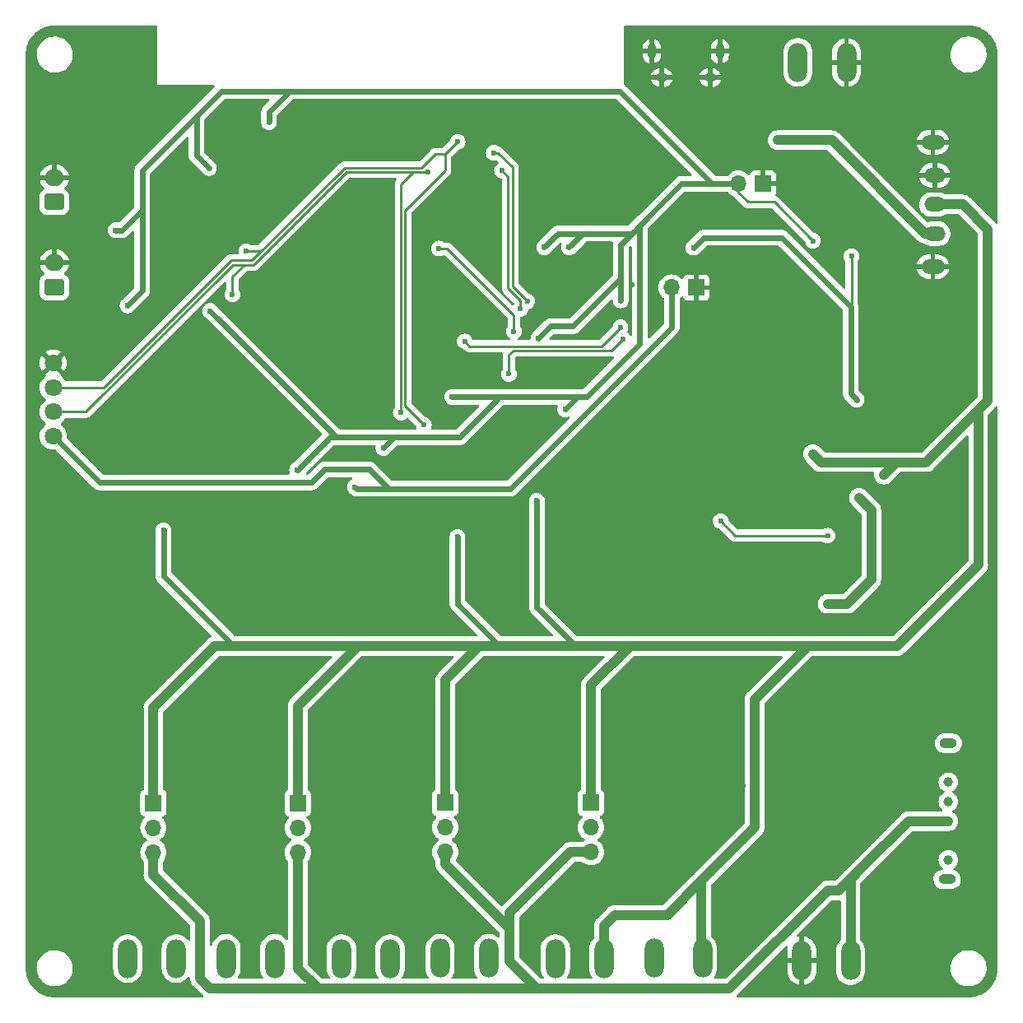
<source format=gbl>
G04 #@! TF.GenerationSoftware,KiCad,Pcbnew,7.0.10-7.0.10~ubuntu20.04.1*
G04 #@! TF.CreationDate,2024-02-22T17:13:58-03:00*
G04 #@! TF.ProjectId,FluOpti_V3.0,466c754f-7074-4695-9f56-332e302e6b69,rev?*
G04 #@! TF.SameCoordinates,Original*
G04 #@! TF.FileFunction,Copper,L2,Bot*
G04 #@! TF.FilePolarity,Positive*
%FSLAX46Y46*%
G04 Gerber Fmt 4.6, Leading zero omitted, Abs format (unit mm)*
G04 Created by KiCad (PCBNEW 7.0.10-7.0.10~ubuntu20.04.1) date 2024-02-22 17:13:58*
%MOMM*%
%LPD*%
G01*
G04 APERTURE LIST*
G04 Aperture macros list*
%AMRoundRect*
0 Rectangle with rounded corners*
0 $1 Rounding radius*
0 $2 $3 $4 $5 $6 $7 $8 $9 X,Y pos of 4 corners*
0 Add a 4 corners polygon primitive as box body*
4,1,4,$2,$3,$4,$5,$6,$7,$8,$9,$2,$3,0*
0 Add four circle primitives for the rounded corners*
1,1,$1+$1,$2,$3*
1,1,$1+$1,$4,$5*
1,1,$1+$1,$6,$7*
1,1,$1+$1,$8,$9*
0 Add four rect primitives between the rounded corners*
20,1,$1+$1,$2,$3,$4,$5,0*
20,1,$1+$1,$4,$5,$6,$7,0*
20,1,$1+$1,$6,$7,$8,$9,0*
20,1,$1+$1,$8,$9,$2,$3,0*%
G04 Aperture macros list end*
G04 #@! TA.AperFunction,ComponentPad*
%ADD10C,1.800000*%
G04 #@! TD*
G04 #@! TA.AperFunction,ComponentPad*
%ADD11R,1.700000X1.700000*%
G04 #@! TD*
G04 #@! TA.AperFunction,ComponentPad*
%ADD12O,1.700000X1.700000*%
G04 #@! TD*
G04 #@! TA.AperFunction,ComponentPad*
%ADD13O,2.000000X4.000000*%
G04 #@! TD*
G04 #@! TA.AperFunction,ComponentPad*
%ADD14RoundRect,0.250000X0.750000X-0.600000X0.750000X0.600000X-0.750000X0.600000X-0.750000X-0.600000X0*%
G04 #@! TD*
G04 #@! TA.AperFunction,ComponentPad*
%ADD15O,2.000000X1.700000*%
G04 #@! TD*
G04 #@! TA.AperFunction,ComponentPad*
%ADD16C,1.000000*%
G04 #@! TD*
G04 #@! TA.AperFunction,ComponentPad*
%ADD17O,1.800000X1.000000*%
G04 #@! TD*
G04 #@! TA.AperFunction,ComponentPad*
%ADD18O,2.200000X1.500000*%
G04 #@! TD*
G04 #@! TA.AperFunction,ComponentPad*
%ADD19O,2.400000X1.500000*%
G04 #@! TD*
G04 #@! TA.AperFunction,ComponentPad*
%ADD20O,0.890000X1.550000*%
G04 #@! TD*
G04 #@! TA.AperFunction,ComponentPad*
%ADD21O,1.250000X0.950000*%
G04 #@! TD*
G04 #@! TA.AperFunction,ViaPad*
%ADD22C,0.600000*%
G04 #@! TD*
G04 #@! TA.AperFunction,Conductor*
%ADD23C,0.609600*%
G04 #@! TD*
G04 #@! TA.AperFunction,Conductor*
%ADD24C,0.250000*%
G04 #@! TD*
G04 #@! TA.AperFunction,Conductor*
%ADD25C,1.016000*%
G04 #@! TD*
G04 #@! TA.AperFunction,Conductor*
%ADD26C,0.254000*%
G04 #@! TD*
G04 APERTURE END LIST*
D10*
X82850000Y-84750000D03*
X82850000Y-87250000D03*
X82850000Y-89750000D03*
X82850000Y-92250000D03*
D11*
X123175000Y-129975000D03*
D12*
X123175000Y-132515000D03*
X123175000Y-135055000D03*
D13*
X95500000Y-146000000D03*
X90500000Y-146000000D03*
D14*
X82960000Y-68170000D03*
D15*
X82960000Y-65670000D03*
D11*
X138175000Y-129975000D03*
D12*
X138175000Y-132515000D03*
X138175000Y-135055000D03*
D13*
X159450000Y-53800000D03*
X164450000Y-53800000D03*
X139500000Y-146000000D03*
X134500000Y-146000000D03*
X164870000Y-146220000D03*
X159870000Y-146220000D03*
D11*
X155850000Y-66295000D03*
D12*
X153310000Y-66295000D03*
D16*
X174930000Y-135858000D03*
X174930000Y-131858000D03*
X174930000Y-129858000D03*
X174930000Y-127858000D03*
D17*
X174803000Y-137858000D03*
X174930000Y-123858000D03*
D11*
X149010000Y-76980000D03*
D12*
X146470000Y-76980000D03*
D13*
X127640000Y-145980000D03*
X122640000Y-145980000D03*
D11*
X93150000Y-130000000D03*
D12*
X93150000Y-132540000D03*
X93150000Y-135080000D03*
D13*
X105630000Y-145990000D03*
X100630000Y-145990000D03*
X117500000Y-146000000D03*
X112500000Y-146000000D03*
D18*
X173540000Y-65420000D03*
X173540000Y-68420000D03*
X173540000Y-71420000D03*
D19*
X173340000Y-62020000D03*
X173340000Y-74820000D03*
D11*
X108000000Y-130000000D03*
D12*
X108000000Y-132540000D03*
X108000000Y-135080000D03*
D20*
X151430000Y-52680000D03*
D21*
X150430000Y-55380000D03*
X145430000Y-55380000D03*
D20*
X144430000Y-52680000D03*
D13*
X149640000Y-145980000D03*
X144640000Y-145980000D03*
D14*
X82960000Y-76920000D03*
D15*
X82960000Y-74420000D03*
D22*
X165500000Y-88500000D03*
X164960000Y-73760000D03*
X148700000Y-72870000D03*
X124430000Y-102620000D03*
X132600000Y-98910000D03*
X168290000Y-96210000D03*
X94180000Y-101950000D03*
X161000000Y-94100000D03*
X83320000Y-60290000D03*
X95660000Y-70900000D03*
X87860000Y-83360000D03*
X126780000Y-122950000D03*
X161610000Y-66490000D03*
X95730000Y-73960000D03*
X113840000Y-124000000D03*
X165750000Y-66560000D03*
X90060000Y-127335000D03*
X116470000Y-107430000D03*
X99400000Y-120590000D03*
X152100000Y-73240000D03*
X145800000Y-139325000D03*
X108700000Y-104000000D03*
X142380000Y-76720000D03*
X107900000Y-90170000D03*
X155560000Y-73130000D03*
X139920000Y-122820000D03*
X129640000Y-99000000D03*
X86130000Y-120700000D03*
X177330000Y-86320000D03*
X146230000Y-56810000D03*
X174660000Y-86450000D03*
X170590000Y-125970000D03*
X119620000Y-93730000D03*
X147290000Y-104360000D03*
X136630000Y-103890000D03*
X139360000Y-106210000D03*
X89620000Y-52790000D03*
X129625000Y-138825000D03*
X105230000Y-82830000D03*
X137740000Y-72590000D03*
X114300000Y-139200000D03*
X132900000Y-78470000D03*
X172820000Y-89760000D03*
X128130000Y-92430000D03*
X131520000Y-72630000D03*
X118220000Y-94590000D03*
X152560000Y-123870000D03*
X95710000Y-76850000D03*
X116380000Y-101220000D03*
X153850000Y-128250000D03*
X163790000Y-66530000D03*
X127380000Y-95850000D03*
X101560000Y-72030000D03*
X88440000Y-107130000D03*
X148440000Y-67490000D03*
X95910000Y-68680000D03*
X112110000Y-82720000D03*
X96700000Y-101900000D03*
X103220000Y-64260000D03*
X120780000Y-101330000D03*
X90490000Y-78810000D03*
X89260000Y-71070000D03*
X141210000Y-78310000D03*
X135900000Y-72830000D03*
X161010000Y-72170000D03*
X98990000Y-79370000D03*
X98870000Y-64680000D03*
X132740000Y-82200000D03*
X135500000Y-89500000D03*
X133360000Y-72830000D03*
X123870000Y-88230000D03*
X105050000Y-59960000D03*
X116810000Y-93480000D03*
X107920000Y-95730000D03*
X113870000Y-97480000D03*
X130230000Y-81480000D03*
X122500000Y-72960000D03*
X118600000Y-89840000D03*
X121380000Y-65080000D03*
X101280000Y-77680000D03*
X120970000Y-91080000D03*
X124450000Y-61970000D03*
X102690000Y-73240000D03*
X157360000Y-61820000D03*
X125180000Y-82520000D03*
X141200000Y-81060000D03*
X129720000Y-85870000D03*
X141460000Y-82270000D03*
X162500000Y-109500000D03*
X165720000Y-98580000D03*
X128160000Y-63110000D03*
X131630000Y-78390000D03*
X129010000Y-64930000D03*
X130900000Y-79170000D03*
X162500000Y-102500000D03*
X151500000Y-101000000D03*
D23*
X164880000Y-87880000D02*
X164880000Y-78950000D01*
X165500000Y-88500000D02*
X164880000Y-87880000D01*
D24*
X164960000Y-78870000D02*
X164880000Y-78950000D01*
D23*
X157770000Y-71840000D02*
X149730000Y-71840000D01*
X149730000Y-71840000D02*
X148700000Y-72870000D01*
D24*
X164960000Y-73760000D02*
X164960000Y-78870000D01*
D23*
X164880000Y-78950000D02*
X157770000Y-71840000D01*
D25*
X172630000Y-94940000D02*
X178970000Y-88600000D01*
X149500000Y-138010000D02*
X149500000Y-138000000D01*
X139500000Y-146000000D02*
X139500000Y-142610000D01*
X168290000Y-96210000D02*
X169560000Y-94940000D01*
X172630000Y-94940000D02*
X170130000Y-94940000D01*
X93150000Y-120180000D02*
X99480000Y-113850000D01*
D23*
X94180000Y-106660000D02*
X101370000Y-113850000D01*
X124430000Y-102620000D02*
X124430000Y-109510000D01*
D25*
X93150000Y-130000000D02*
X93150000Y-120180000D01*
X128770000Y-113850000D02*
X136610000Y-113850000D01*
D23*
X124430000Y-109510000D02*
X128770000Y-113850000D01*
D25*
X101370000Y-113850000D02*
X114160000Y-113850000D01*
X139500000Y-142610000D02*
X140600000Y-141510000D01*
X99480000Y-113850000D02*
X101370000Y-113850000D01*
X170130000Y-94940000D02*
X164530000Y-94940000D01*
X169560000Y-94940000D02*
X170130000Y-94940000D01*
X142180000Y-113850000D02*
X148000000Y-113850000D01*
X149500000Y-138000000D02*
X155000000Y-132500000D01*
D23*
X94180000Y-101950000D02*
X94180000Y-106660000D01*
X132600000Y-109840000D02*
X136610000Y-113850000D01*
D25*
X123175000Y-125129472D02*
X123170000Y-125124472D01*
X155000000Y-132500000D02*
X155000000Y-119350000D01*
X108000000Y-130000000D02*
X108000000Y-120010000D01*
X140600000Y-141510000D02*
X146000000Y-141510000D01*
X138175000Y-129975000D02*
X138175000Y-117855000D01*
X114160000Y-113850000D02*
X128770000Y-113850000D01*
X176400000Y-68420000D02*
X173540000Y-68420000D01*
X123170000Y-125124472D02*
X123170000Y-117360000D01*
X138175000Y-117855000D02*
X142180000Y-113850000D01*
X123175000Y-129975000D02*
X123175000Y-125129472D01*
X178000000Y-105500000D02*
X178000000Y-89570000D01*
X126680000Y-113850000D02*
X128770000Y-113850000D01*
X178000000Y-89570000D02*
X178970000Y-88600000D01*
X149500000Y-146000000D02*
X149500000Y-138010000D01*
X161000000Y-94100000D02*
X161840000Y-94940000D01*
X136610000Y-113850000D02*
X142180000Y-113850000D01*
X108000000Y-120010000D02*
X114160000Y-113850000D01*
D23*
X132600000Y-98910000D02*
X132600000Y-109840000D01*
D25*
X123170000Y-117360000D02*
X126680000Y-113850000D01*
X169650000Y-113850000D02*
X178000000Y-105500000D01*
X146000000Y-141510000D02*
X149500000Y-138010000D01*
X178970000Y-70990000D02*
X176400000Y-68420000D01*
X155000000Y-119350000D02*
X160500000Y-113850000D01*
X178970000Y-88600000D02*
X178970000Y-70990000D01*
X148000000Y-113850000D02*
X160500000Y-113850000D01*
X160500000Y-113850000D02*
X169650000Y-113850000D01*
X161840000Y-94940000D02*
X164530000Y-94940000D01*
D23*
X90060000Y-127335000D02*
X90050000Y-127345000D01*
X89260000Y-71070000D02*
X89930000Y-71070000D01*
X136770000Y-88230000D02*
X137710000Y-88230000D01*
X138100000Y-71420000D02*
X142350000Y-71420000D01*
X105050000Y-58900000D02*
X107200000Y-56750000D01*
X117920000Y-92370000D02*
X124660000Y-92370000D01*
X123870000Y-88230000D02*
X128800000Y-88230000D01*
X134770000Y-71420000D02*
X138100000Y-71420000D01*
X92000000Y-69000000D02*
X92000000Y-64900000D01*
X134240000Y-80955200D02*
X136304800Y-80955200D01*
X141210000Y-72560000D02*
X142705000Y-71065000D01*
X144110000Y-69660000D02*
X147475000Y-66295000D01*
X137310000Y-71420000D02*
X138100000Y-71420000D01*
X143184800Y-82755200D02*
X143184800Y-70585200D01*
X135900000Y-72830000D02*
X137310000Y-71420000D01*
X107200000Y-56750000D02*
X100150000Y-56750000D01*
X143184800Y-70585200D02*
X144110000Y-69660000D01*
X142705000Y-71065000D02*
X144110000Y-69660000D01*
X98870000Y-64680000D02*
X97560000Y-63370000D01*
X111990000Y-92370000D02*
X114160000Y-92370000D01*
X147475000Y-66295000D02*
X153310000Y-66295000D01*
X137915000Y-79345000D02*
X141210000Y-76050000D01*
X137710000Y-88230000D02*
X143184800Y-82755200D01*
X133984800Y-80955200D02*
X134240000Y-80955200D01*
X92000000Y-64900000D02*
X92950000Y-63950000D01*
X116810000Y-93480000D02*
X117920000Y-92370000D01*
X141210000Y-78310000D02*
X141210000Y-76050000D01*
D24*
X161010000Y-72170000D02*
X157000000Y-68160000D01*
D23*
X97560000Y-63370000D02*
X97560000Y-59340000D01*
X107980000Y-95730000D02*
X111340000Y-92370000D01*
X135500000Y-89500000D02*
X136770000Y-88230000D01*
X141100000Y-56750000D02*
X107200000Y-56750000D01*
X111340000Y-92370000D02*
X114160000Y-92370000D01*
X97560000Y-59340000D02*
X92950000Y-63950000D01*
D24*
X154290000Y-68160000D02*
X153310000Y-67180000D01*
D23*
X141210000Y-76050000D02*
X141210000Y-72560000D01*
X105050000Y-59960000D02*
X105050000Y-58900000D01*
X124660000Y-92370000D02*
X128800000Y-88230000D01*
X153310000Y-66295000D02*
X150645000Y-66295000D01*
X92000000Y-71000000D02*
X92000000Y-77300000D01*
X132740000Y-82200000D02*
X133984800Y-80955200D01*
X100150000Y-56750000D02*
X97560000Y-59340000D01*
X89930000Y-71070000D02*
X92000000Y-69000000D01*
D24*
X153310000Y-67180000D02*
X153310000Y-66295000D01*
D23*
X92000000Y-77300000D02*
X90490000Y-78810000D01*
D24*
X157000000Y-68160000D02*
X154290000Y-68160000D01*
D23*
X142350000Y-71420000D02*
X142705000Y-71065000D01*
X114160000Y-92370000D02*
X117920000Y-92370000D01*
X136304800Y-80955200D02*
X137915000Y-79345000D01*
X107920000Y-95730000D02*
X107980000Y-95730000D01*
X92000000Y-71000000D02*
X92000000Y-69000000D01*
X133360000Y-72830000D02*
X134770000Y-71420000D01*
X98990000Y-79370000D02*
X111990000Y-92370000D01*
X128800000Y-88230000D02*
X137710000Y-88230000D01*
X150645000Y-66295000D02*
X141100000Y-56750000D01*
X114070000Y-97680000D02*
X113870000Y-97480000D01*
X110750000Y-95690000D02*
X109430000Y-97010000D01*
X87610000Y-97010000D02*
X82850000Y-92250000D01*
X109430000Y-97010000D02*
X87610000Y-97010000D01*
X115380000Y-95690000D02*
X110750000Y-95690000D01*
X117370000Y-97680000D02*
X115380000Y-95690000D01*
X129850000Y-97680000D02*
X118920000Y-97680000D01*
X146470000Y-76980000D02*
X146470000Y-81060000D01*
X146470000Y-81060000D02*
X129850000Y-97680000D01*
X118920000Y-97680000D02*
X114070000Y-97680000D01*
X118920000Y-97680000D02*
X117370000Y-97680000D01*
D25*
X163674524Y-139000000D02*
X162500000Y-139000000D01*
X174930000Y-131858000D02*
X170816524Y-131858000D01*
X164870000Y-146220000D02*
X164870000Y-137804524D01*
X164870000Y-137804524D02*
X166087262Y-136587262D01*
X110100000Y-149110000D02*
X98990000Y-149110000D01*
X93150000Y-137360000D02*
X93150000Y-135080000D01*
X162500000Y-139000000D02*
X152390000Y-149110000D01*
X123175000Y-135055000D02*
X123175000Y-136295000D01*
X98990000Y-149110000D02*
X97930000Y-148050000D01*
X129790000Y-146310000D02*
X132590000Y-149110000D01*
X170816524Y-131858000D02*
X166087262Y-136587262D01*
X129790000Y-141280000D02*
X129790000Y-142910000D01*
X97930000Y-142140000D02*
X93150000Y-137360000D01*
X132590000Y-149110000D02*
X110100000Y-149110000D01*
X138175000Y-135055000D02*
X136015000Y-135055000D01*
X136015000Y-135055000D02*
X129790000Y-141280000D01*
X97930000Y-148050000D02*
X97930000Y-142140000D01*
X152390000Y-149110000D02*
X132590000Y-149110000D01*
X129790000Y-142910000D02*
X129790000Y-146310000D01*
X123175000Y-136295000D02*
X129790000Y-142910000D01*
X166087262Y-136587262D02*
X163674524Y-139000000D01*
X108000000Y-147010000D02*
X110100000Y-149110000D01*
X108000000Y-135080000D02*
X108000000Y-147010000D01*
D26*
X130230000Y-79860000D02*
X130230000Y-81480000D01*
X123330000Y-72960000D02*
X130230000Y-79860000D01*
X122500000Y-72960000D02*
X123330000Y-72960000D01*
X101280000Y-77680000D02*
X101280000Y-75880000D01*
D24*
X101336396Y-74620000D02*
X86206396Y-89750000D01*
D26*
X119898000Y-65082000D02*
X118600000Y-66380000D01*
D24*
X86206396Y-89750000D02*
X82850000Y-89750000D01*
X103456396Y-74620000D02*
X101336396Y-74620000D01*
D26*
X101280000Y-75880000D02*
X102538000Y-74622000D01*
X120939225Y-65080000D02*
X120937225Y-65082000D01*
X118600000Y-66380000D02*
X118600000Y-89840000D01*
D24*
X121380000Y-65080000D02*
X112996396Y-65080000D01*
X112996396Y-65080000D02*
X103456396Y-74620000D01*
D26*
X121380000Y-65080000D02*
X120939225Y-65080000D01*
X102538000Y-74622000D02*
X102620000Y-74622000D01*
X120937225Y-65082000D02*
X119898000Y-65082000D01*
D24*
X124450000Y-61970000D02*
X123155000Y-63265000D01*
X88070000Y-87250000D02*
X82850000Y-87250000D01*
X112810000Y-64630000D02*
X103270000Y-74170000D01*
D26*
X123155000Y-64951712D02*
X123155000Y-63265000D01*
D24*
X103270000Y-74170000D02*
X101150000Y-74170000D01*
D26*
X119054000Y-89164000D02*
X119054000Y-69052712D01*
D24*
X101150000Y-74170000D02*
X88070000Y-87250000D01*
D26*
X119054000Y-69052712D02*
X122643356Y-65463356D01*
X102690000Y-73240000D02*
X104197172Y-73240000D01*
X120970000Y-91080000D02*
X119054000Y-89164000D01*
D24*
X122115000Y-63265000D02*
X120750000Y-64630000D01*
D26*
X122643356Y-65463356D02*
X123155000Y-64951712D01*
D24*
X123155000Y-63265000D02*
X122115000Y-63265000D01*
X120750000Y-64630000D02*
X112810000Y-64630000D01*
D25*
X172550000Y-71420000D02*
X162950000Y-61820000D01*
X162950000Y-61820000D02*
X157360000Y-61820000D01*
X173540000Y-71420000D02*
X172550000Y-71420000D01*
D24*
X139260000Y-83000000D02*
X141200000Y-81060000D01*
X125660000Y-83000000D02*
X139260000Y-83000000D01*
X125180000Y-82520000D02*
X125660000Y-83000000D01*
X130180000Y-83450000D02*
X140280000Y-83450000D01*
X140280000Y-83450000D02*
X141460000Y-82270000D01*
X129720000Y-83910000D02*
X130180000Y-83450000D01*
X129720000Y-85870000D02*
X129720000Y-83910000D01*
D25*
X167000000Y-107000000D02*
X167000000Y-99860000D01*
X162500000Y-109500000D02*
X164500000Y-109500000D01*
X167000000Y-99860000D02*
X165720000Y-98580000D01*
X164500000Y-109500000D02*
X167000000Y-107000000D01*
D26*
X128600000Y-63110000D02*
X128160000Y-63110000D01*
X130090000Y-76850000D02*
X130090000Y-64600000D01*
X131630000Y-78390000D02*
X130090000Y-76850000D01*
X130090000Y-64600000D02*
X128600000Y-63110000D01*
X130900000Y-78302052D02*
X129636000Y-77038052D01*
X129636000Y-77038052D02*
X129636000Y-65556000D01*
X129636000Y-65556000D02*
X129010000Y-64930000D01*
X130900000Y-79170000D02*
X130900000Y-78302052D01*
X162500000Y-102500000D02*
X153000000Y-102500000D01*
X153000000Y-102500000D02*
X151500000Y-101000000D01*
G04 #@! TA.AperFunction,Conductor*
G36*
X93513039Y-50020185D02*
G01*
X93558794Y-50072989D01*
X93570000Y-50124500D01*
X93570000Y-56140000D01*
X99321771Y-56140000D01*
X99388810Y-56159685D01*
X99434565Y-56212489D01*
X99444509Y-56281647D01*
X99415484Y-56345203D01*
X99409452Y-56351681D01*
X97054728Y-58706405D01*
X97054726Y-58706407D01*
X96926407Y-58834726D01*
X96926405Y-58834728D01*
X92412549Y-63348585D01*
X91494728Y-64266405D01*
X91494726Y-64266407D01*
X91460951Y-64300182D01*
X91366406Y-64394726D01*
X91345894Y-64427369D01*
X91337852Y-64438703D01*
X91313819Y-64468840D01*
X91297091Y-64503575D01*
X91290368Y-64515739D01*
X91269858Y-64548380D01*
X91257128Y-64584761D01*
X91251809Y-64597603D01*
X91235080Y-64632342D01*
X91226499Y-64669933D01*
X91222652Y-64683287D01*
X91209922Y-64719668D01*
X91205605Y-64757973D01*
X91203278Y-64771670D01*
X91194699Y-64809266D01*
X91194699Y-64998330D01*
X91194700Y-64998347D01*
X91194700Y-68615072D01*
X91175015Y-68682111D01*
X91158381Y-68702753D01*
X89632753Y-70228381D01*
X89571430Y-70261866D01*
X89545072Y-70264700D01*
X89269315Y-70264700D01*
X89264596Y-70264435D01*
X89255404Y-70264435D01*
X89250685Y-70264700D01*
X89214764Y-70264700D01*
X89079675Y-70279920D01*
X89079670Y-70279921D01*
X88908377Y-70339859D01*
X88908374Y-70339861D01*
X88754731Y-70436402D01*
X88754725Y-70436407D01*
X88626407Y-70564725D01*
X88626402Y-70564731D01*
X88529861Y-70718374D01*
X88529859Y-70718377D01*
X88469921Y-70889670D01*
X88469920Y-70889675D01*
X88449604Y-71069996D01*
X88449604Y-71070003D01*
X88469920Y-71250324D01*
X88469921Y-71250329D01*
X88529859Y-71421622D01*
X88529861Y-71421625D01*
X88626402Y-71575268D01*
X88626407Y-71575274D01*
X88754725Y-71703592D01*
X88754731Y-71703597D01*
X88908374Y-71800138D01*
X88908377Y-71800140D01*
X88908381Y-71800141D01*
X88908382Y-71800142D01*
X89079667Y-71860077D01*
X89079670Y-71860078D01*
X89079675Y-71860079D01*
X89170710Y-71870335D01*
X89214765Y-71875299D01*
X89214768Y-71875300D01*
X89214771Y-71875300D01*
X89250685Y-71875300D01*
X89255404Y-71875565D01*
X89260000Y-71875565D01*
X89264596Y-71875565D01*
X89269315Y-71875300D01*
X89831653Y-71875300D01*
X89831669Y-71875301D01*
X89839265Y-71875301D01*
X90020735Y-71875301D01*
X90058325Y-71866721D01*
X90072019Y-71864394D01*
X90110330Y-71860078D01*
X90146712Y-71847346D01*
X90160063Y-71843499D01*
X90197657Y-71834920D01*
X90232387Y-71818193D01*
X90245224Y-71812875D01*
X90281618Y-71800142D01*
X90314257Y-71779632D01*
X90326428Y-71772906D01*
X90361157Y-71756182D01*
X90391295Y-71732147D01*
X90402628Y-71724104D01*
X90435274Y-71703593D01*
X90563593Y-71575274D01*
X90563593Y-71575272D01*
X90573801Y-71565065D01*
X90573802Y-71565062D01*
X90983020Y-71155845D01*
X91044342Y-71122361D01*
X91114034Y-71127345D01*
X91169967Y-71169217D01*
X91194384Y-71234681D01*
X91194700Y-71243527D01*
X91194700Y-76915071D01*
X91175015Y-76982110D01*
X91158381Y-77002752D01*
X89888588Y-78272545D01*
X89888580Y-78272552D01*
X89866176Y-78300645D01*
X89863045Y-78304150D01*
X89857319Y-78311330D01*
X89854595Y-78315168D01*
X89803817Y-78378842D01*
X89768487Y-78452207D01*
X89766212Y-78456324D01*
X89762215Y-78464621D01*
X89760412Y-78468973D01*
X89725081Y-78542338D01*
X89706958Y-78621738D01*
X89705661Y-78626244D01*
X89703614Y-78635202D01*
X89702823Y-78639853D01*
X89684699Y-78719263D01*
X89684699Y-78800696D01*
X89684435Y-78805403D01*
X89684435Y-78814605D01*
X89684699Y-78819307D01*
X89684699Y-78900740D01*
X89702821Y-78980135D01*
X89703616Y-78984809D01*
X89705660Y-78993756D01*
X89706961Y-78998273D01*
X89725077Y-79077648D01*
X89725081Y-79077660D01*
X89760409Y-79151019D01*
X89762215Y-79155379D01*
X89766221Y-79163694D01*
X89768494Y-79167806D01*
X89775121Y-79181567D01*
X89803818Y-79241157D01*
X89854506Y-79304719D01*
X89854600Y-79304837D01*
X89857336Y-79308692D01*
X89863066Y-79315875D01*
X89866195Y-79319376D01*
X89916963Y-79383037D01*
X89980626Y-79433806D01*
X89984140Y-79436946D01*
X89991318Y-79442672D01*
X89995170Y-79445406D01*
X90058843Y-79496182D01*
X90058846Y-79496184D01*
X90132190Y-79531504D01*
X90136309Y-79533781D01*
X90144634Y-79537791D01*
X90148989Y-79539595D01*
X90222338Y-79574918D01*
X90222340Y-79574918D01*
X90222343Y-79574920D01*
X90301722Y-79593037D01*
X90306241Y-79594340D01*
X90315213Y-79596388D01*
X90319860Y-79597177D01*
X90399265Y-79615301D01*
X90480694Y-79615301D01*
X90485395Y-79615565D01*
X90490000Y-79615565D01*
X90494605Y-79615565D01*
X90499306Y-79615301D01*
X90580735Y-79615301D01*
X90660125Y-79597180D01*
X90664771Y-79596391D01*
X90669246Y-79595368D01*
X90669255Y-79595368D01*
X90669263Y-79595365D01*
X90673787Y-79594332D01*
X90678281Y-79593035D01*
X90757657Y-79574920D01*
X90831008Y-79539594D01*
X90835364Y-79537791D01*
X90839516Y-79535791D01*
X90839522Y-79535789D01*
X90839527Y-79535785D01*
X90843708Y-79533772D01*
X90847820Y-79531497D01*
X90921157Y-79496182D01*
X90984806Y-79445422D01*
X90988641Y-79442703D01*
X90992257Y-79439818D01*
X90992262Y-79439816D01*
X90992265Y-79439812D01*
X90995875Y-79436934D01*
X90999388Y-79433793D01*
X91027451Y-79411415D01*
X92505271Y-77933594D01*
X92505274Y-77933593D01*
X92633593Y-77805274D01*
X92654104Y-77772628D01*
X92662147Y-77761295D01*
X92686180Y-77731159D01*
X92686182Y-77731157D01*
X92702906Y-77696427D01*
X92709622Y-77684273D01*
X92730142Y-77651618D01*
X92742877Y-77615218D01*
X92748191Y-77602390D01*
X92764919Y-77567657D01*
X92773495Y-77530075D01*
X92777345Y-77516717D01*
X92780809Y-77506817D01*
X92790078Y-77480330D01*
X92794395Y-77442011D01*
X92796721Y-77428320D01*
X92805300Y-77390736D01*
X92805300Y-77209265D01*
X92805300Y-70954771D01*
X92805300Y-69098347D01*
X92805301Y-69098330D01*
X92805301Y-68903152D01*
X92805300Y-68903130D01*
X92805300Y-65284928D01*
X92824985Y-65217889D01*
X92841619Y-65197247D01*
X96543019Y-61495847D01*
X96604342Y-61462362D01*
X96674034Y-61467346D01*
X96729967Y-61509218D01*
X96754384Y-61574682D01*
X96754700Y-61583528D01*
X96754700Y-63273130D01*
X96754699Y-63273152D01*
X96754699Y-63460736D01*
X96763278Y-63498325D01*
X96765606Y-63512029D01*
X96769921Y-63550327D01*
X96769923Y-63550332D01*
X96782653Y-63586716D01*
X96786500Y-63600071D01*
X96795080Y-63637658D01*
X96795080Y-63637659D01*
X96811806Y-63672390D01*
X96817128Y-63685238D01*
X96829856Y-63721614D01*
X96829857Y-63721616D01*
X96829858Y-63721618D01*
X96850369Y-63754261D01*
X96857087Y-63766416D01*
X96873818Y-63801157D01*
X96873819Y-63801158D01*
X96873820Y-63801160D01*
X96897850Y-63831293D01*
X96905896Y-63842633D01*
X96926404Y-63875270D01*
X96926405Y-63875272D01*
X97061791Y-64010658D01*
X97061797Y-64010663D01*
X98332553Y-65281419D01*
X98360619Y-65303800D01*
X98364142Y-65306949D01*
X98371339Y-65312688D01*
X98375187Y-65315418D01*
X98399078Y-65334470D01*
X98438843Y-65366182D01*
X98438846Y-65366183D01*
X98438847Y-65366184D01*
X98512190Y-65401504D01*
X98516309Y-65403781D01*
X98524634Y-65407791D01*
X98528989Y-65409595D01*
X98602338Y-65444918D01*
X98602340Y-65444918D01*
X98602343Y-65444920D01*
X98681722Y-65463037D01*
X98686241Y-65464340D01*
X98695213Y-65466388D01*
X98699860Y-65467177D01*
X98779265Y-65485301D01*
X98860694Y-65485301D01*
X98865395Y-65485565D01*
X98870000Y-65485565D01*
X98874605Y-65485565D01*
X98879306Y-65485301D01*
X98960735Y-65485301D01*
X99040125Y-65467180D01*
X99044771Y-65466391D01*
X99049246Y-65465368D01*
X99049255Y-65465368D01*
X99049263Y-65465365D01*
X99053787Y-65464332D01*
X99058281Y-65463035D01*
X99137657Y-65444920D01*
X99211008Y-65409594D01*
X99215364Y-65407791D01*
X99219516Y-65405791D01*
X99219522Y-65405789D01*
X99219527Y-65405785D01*
X99223708Y-65403772D01*
X99227820Y-65401497D01*
X99301157Y-65366182D01*
X99364828Y-65315405D01*
X99368672Y-65312679D01*
X99372259Y-65309817D01*
X99372262Y-65309816D01*
X99372264Y-65309813D01*
X99375886Y-65306925D01*
X99379391Y-65303792D01*
X99443037Y-65253037D01*
X99493792Y-65189391D01*
X99496925Y-65185886D01*
X99502679Y-65178672D01*
X99505405Y-65174828D01*
X99556182Y-65111157D01*
X99591497Y-65037820D01*
X99593772Y-65033708D01*
X99595785Y-65029527D01*
X99595789Y-65029522D01*
X99595791Y-65029516D01*
X99597791Y-65025364D01*
X99599594Y-65021008D01*
X99634920Y-64947657D01*
X99653035Y-64868281D01*
X99654332Y-64863787D01*
X99655365Y-64859263D01*
X99655368Y-64859255D01*
X99655368Y-64859246D01*
X99656391Y-64854771D01*
X99657180Y-64850125D01*
X99675301Y-64770735D01*
X99675301Y-64689307D01*
X99675565Y-64684605D01*
X99675565Y-64675403D01*
X99675301Y-64670696D01*
X99675301Y-64589266D01*
X99675301Y-64589265D01*
X99657177Y-64509860D01*
X99656388Y-64505213D01*
X99654340Y-64496241D01*
X99653037Y-64491722D01*
X99634920Y-64412343D01*
X99631214Y-64404647D01*
X99599595Y-64338989D01*
X99597791Y-64334634D01*
X99593781Y-64326309D01*
X99591504Y-64322190D01*
X99556184Y-64248847D01*
X99556181Y-64248842D01*
X99505418Y-64185187D01*
X99502688Y-64181339D01*
X99496949Y-64174142D01*
X99493800Y-64170619D01*
X99493306Y-64170000D01*
X99484238Y-64158628D01*
X99471419Y-64142553D01*
X98401619Y-63072753D01*
X98368134Y-63011430D01*
X98365300Y-62985072D01*
X98365300Y-59724928D01*
X98384985Y-59657889D01*
X98401619Y-59637247D01*
X100447247Y-57591619D01*
X100508570Y-57558134D01*
X100534928Y-57555300D01*
X104956472Y-57555300D01*
X105023511Y-57574985D01*
X105069266Y-57627789D01*
X105079210Y-57696947D01*
X105050185Y-57760503D01*
X105044157Y-57766976D01*
X104544728Y-58266405D01*
X104544726Y-58266407D01*
X104480566Y-58330567D01*
X104416406Y-58394726D01*
X104395894Y-58427369D01*
X104387852Y-58438703D01*
X104363819Y-58468840D01*
X104347091Y-58503575D01*
X104340368Y-58515739D01*
X104319858Y-58548380D01*
X104307128Y-58584761D01*
X104301809Y-58597603D01*
X104285080Y-58632342D01*
X104276499Y-58669933D01*
X104272652Y-58683287D01*
X104259922Y-58719668D01*
X104255605Y-58757973D01*
X104253278Y-58771670D01*
X104244699Y-58809266D01*
X104244699Y-58998330D01*
X104244700Y-58998347D01*
X104244700Y-59950686D01*
X104244435Y-59955402D01*
X104244435Y-59964600D01*
X104244700Y-59969319D01*
X104244700Y-60005235D01*
X104259920Y-60140324D01*
X104259921Y-60140329D01*
X104319859Y-60311622D01*
X104319861Y-60311625D01*
X104416402Y-60465268D01*
X104416407Y-60465274D01*
X104544725Y-60593592D01*
X104544731Y-60593597D01*
X104698374Y-60690138D01*
X104698377Y-60690140D01*
X104698381Y-60690141D01*
X104698382Y-60690142D01*
X104869670Y-60750078D01*
X104869675Y-60750079D01*
X105049996Y-60770396D01*
X105050000Y-60770396D01*
X105050004Y-60770396D01*
X105230324Y-60750079D01*
X105230327Y-60750078D01*
X105230330Y-60750078D01*
X105401618Y-60690142D01*
X105401620Y-60690140D01*
X105401622Y-60690140D01*
X105401625Y-60690138D01*
X105555268Y-60593597D01*
X105555269Y-60593596D01*
X105555274Y-60593593D01*
X105683593Y-60465274D01*
X105780138Y-60311625D01*
X105780140Y-60311622D01*
X105780140Y-60311620D01*
X105780142Y-60311618D01*
X105840078Y-60140330D01*
X105855300Y-60005229D01*
X105855300Y-59969319D01*
X105855565Y-59964600D01*
X105855565Y-59955402D01*
X105855300Y-59950686D01*
X105855300Y-59284928D01*
X105874985Y-59217889D01*
X105891619Y-59197247D01*
X107497247Y-57591619D01*
X107558570Y-57558134D01*
X107584928Y-57555300D01*
X140715072Y-57555300D01*
X140782111Y-57574985D01*
X140802753Y-57591619D01*
X148489152Y-65278019D01*
X148522637Y-65339342D01*
X148517653Y-65409034D01*
X148475781Y-65464967D01*
X148410317Y-65489384D01*
X148401471Y-65489700D01*
X147573347Y-65489700D01*
X147573331Y-65489699D01*
X147565735Y-65489699D01*
X147384265Y-65489699D01*
X147376673Y-65491431D01*
X147346670Y-65498278D01*
X147332973Y-65500605D01*
X147294668Y-65504922D01*
X147258287Y-65517652D01*
X147244933Y-65521499D01*
X147207342Y-65530080D01*
X147172603Y-65546809D01*
X147159761Y-65552128D01*
X147123380Y-65564858D01*
X147090739Y-65585368D01*
X147078575Y-65592091D01*
X147043840Y-65608819D01*
X147013703Y-65632852D01*
X147002369Y-65640894D01*
X146969726Y-65661406D01*
X146931855Y-65699278D01*
X146841407Y-65789726D01*
X143572548Y-69058585D01*
X143061869Y-69569265D01*
X142679528Y-69951605D01*
X142052752Y-70578381D01*
X141991429Y-70611866D01*
X141965071Y-70614700D01*
X134679259Y-70614700D01*
X134641688Y-70623276D01*
X134627979Y-70625605D01*
X134589671Y-70629921D01*
X134589670Y-70629921D01*
X134553281Y-70642654D01*
X134539920Y-70646503D01*
X134502345Y-70655078D01*
X134467603Y-70671809D01*
X134454761Y-70677128D01*
X134418380Y-70689858D01*
X134385739Y-70710368D01*
X134373575Y-70717091D01*
X134338840Y-70733819D01*
X134308703Y-70757852D01*
X134297369Y-70765894D01*
X134264726Y-70786406D01*
X134200567Y-70850566D01*
X134136407Y-70914726D01*
X132758588Y-72292545D01*
X132758580Y-72292552D01*
X132736176Y-72320645D01*
X132733045Y-72324150D01*
X132727319Y-72331330D01*
X132724595Y-72335168D01*
X132673817Y-72398842D01*
X132638487Y-72472207D01*
X132636212Y-72476324D01*
X132632215Y-72484621D01*
X132630412Y-72488973D01*
X132595081Y-72562338D01*
X132576958Y-72641738D01*
X132575661Y-72646244D01*
X132573614Y-72655202D01*
X132572823Y-72659853D01*
X132554699Y-72739263D01*
X132554699Y-72820696D01*
X132554435Y-72825403D01*
X132554435Y-72834605D01*
X132554699Y-72839307D01*
X132554699Y-72920740D01*
X132572821Y-73000135D01*
X132573616Y-73004809D01*
X132575660Y-73013756D01*
X132576961Y-73018273D01*
X132595077Y-73097648D01*
X132595081Y-73097660D01*
X132630409Y-73171019D01*
X132632215Y-73175379D01*
X132636221Y-73183694D01*
X132638494Y-73187806D01*
X132673815Y-73261151D01*
X132673818Y-73261157D01*
X132712387Y-73309522D01*
X132724600Y-73324837D01*
X132727336Y-73328692D01*
X132733066Y-73335875D01*
X132736195Y-73339376D01*
X132759574Y-73368692D01*
X132786963Y-73403037D01*
X132850626Y-73453806D01*
X132854140Y-73456946D01*
X132861318Y-73462672D01*
X132865170Y-73465406D01*
X132928843Y-73516182D01*
X132928846Y-73516184D01*
X133002190Y-73551504D01*
X133006309Y-73553781D01*
X133014634Y-73557791D01*
X133018989Y-73559595D01*
X133092338Y-73594918D01*
X133092340Y-73594918D01*
X133092343Y-73594920D01*
X133171722Y-73613037D01*
X133176241Y-73614340D01*
X133185213Y-73616388D01*
X133189860Y-73617177D01*
X133269265Y-73635301D01*
X133350694Y-73635301D01*
X133355395Y-73635565D01*
X133360000Y-73635565D01*
X133364605Y-73635565D01*
X133369306Y-73635301D01*
X133450735Y-73635301D01*
X133530125Y-73617180D01*
X133534771Y-73616391D01*
X133539246Y-73615368D01*
X133539255Y-73615368D01*
X133539263Y-73615365D01*
X133543787Y-73614332D01*
X133548281Y-73613035D01*
X133627657Y-73594920D01*
X133701008Y-73559594D01*
X133705364Y-73557791D01*
X133709516Y-73555791D01*
X133709522Y-73555789D01*
X133709527Y-73555785D01*
X133713708Y-73553772D01*
X133717820Y-73551497D01*
X133791157Y-73516182D01*
X133854806Y-73465422D01*
X133858641Y-73462703D01*
X133862257Y-73459818D01*
X133862262Y-73459816D01*
X133862265Y-73459812D01*
X133865875Y-73456934D01*
X133869388Y-73453793D01*
X133897451Y-73431415D01*
X134961387Y-72367478D01*
X135022708Y-72333995D01*
X135092399Y-72338979D01*
X135148333Y-72380850D01*
X135172750Y-72446315D01*
X135160786Y-72508962D01*
X135135081Y-72562338D01*
X135116958Y-72641738D01*
X135115661Y-72646244D01*
X135113614Y-72655202D01*
X135112823Y-72659853D01*
X135094699Y-72739263D01*
X135094699Y-72820696D01*
X135094435Y-72825403D01*
X135094435Y-72834605D01*
X135094699Y-72839307D01*
X135094699Y-72920740D01*
X135112821Y-73000135D01*
X135113616Y-73004809D01*
X135115660Y-73013756D01*
X135116961Y-73018273D01*
X135135077Y-73097648D01*
X135135081Y-73097660D01*
X135170409Y-73171019D01*
X135172215Y-73175379D01*
X135176221Y-73183694D01*
X135178494Y-73187806D01*
X135213815Y-73261151D01*
X135213818Y-73261157D01*
X135252387Y-73309522D01*
X135264600Y-73324837D01*
X135267336Y-73328692D01*
X135273066Y-73335875D01*
X135276195Y-73339376D01*
X135299574Y-73368692D01*
X135326963Y-73403037D01*
X135390626Y-73453806D01*
X135394140Y-73456946D01*
X135401318Y-73462672D01*
X135405170Y-73465406D01*
X135468843Y-73516182D01*
X135468846Y-73516184D01*
X135542190Y-73551504D01*
X135546309Y-73553781D01*
X135554634Y-73557791D01*
X135558989Y-73559595D01*
X135632338Y-73594918D01*
X135632340Y-73594918D01*
X135632343Y-73594920D01*
X135711722Y-73613037D01*
X135716241Y-73614340D01*
X135725213Y-73616388D01*
X135729860Y-73617177D01*
X135809265Y-73635301D01*
X135890694Y-73635301D01*
X135895395Y-73635565D01*
X135900000Y-73635565D01*
X135904605Y-73635565D01*
X135909306Y-73635301D01*
X135990735Y-73635301D01*
X136070125Y-73617180D01*
X136074771Y-73616391D01*
X136079246Y-73615368D01*
X136079255Y-73615368D01*
X136079263Y-73615365D01*
X136083787Y-73614332D01*
X136088281Y-73613035D01*
X136167657Y-73594920D01*
X136241008Y-73559594D01*
X136245364Y-73557791D01*
X136249516Y-73555791D01*
X136249522Y-73555789D01*
X136249527Y-73555785D01*
X136253708Y-73553772D01*
X136257820Y-73551497D01*
X136331157Y-73516182D01*
X136394806Y-73465422D01*
X136398641Y-73462703D01*
X136402257Y-73459818D01*
X136402262Y-73459816D01*
X136402265Y-73459812D01*
X136405875Y-73456934D01*
X136409388Y-73453793D01*
X136437451Y-73431415D01*
X137607247Y-72261619D01*
X137668570Y-72228134D01*
X137694928Y-72225300D01*
X138054771Y-72225300D01*
X140299665Y-72225300D01*
X140366704Y-72244985D01*
X140412459Y-72297789D01*
X140422403Y-72366947D01*
X140420556Y-72376891D01*
X140419923Y-72379664D01*
X140415605Y-72417973D01*
X140413278Y-72431670D01*
X140404699Y-72469266D01*
X140404699Y-72658330D01*
X140404700Y-72658347D01*
X140404700Y-75665072D01*
X140385015Y-75732111D01*
X140368381Y-75752753D01*
X136007553Y-80113581D01*
X135946230Y-80147066D01*
X135919872Y-80149900D01*
X134083147Y-80149900D01*
X134083131Y-80149899D01*
X134075535Y-80149899D01*
X133894065Y-80149899D01*
X133886473Y-80151631D01*
X133856470Y-80158478D01*
X133842773Y-80160805D01*
X133804468Y-80165122D01*
X133768087Y-80177852D01*
X133754733Y-80181699D01*
X133717142Y-80190280D01*
X133682403Y-80207009D01*
X133669561Y-80212328D01*
X133633180Y-80225058D01*
X133600539Y-80245568D01*
X133588375Y-80252291D01*
X133553640Y-80269019D01*
X133523503Y-80293052D01*
X133512169Y-80301094D01*
X133479526Y-80321606D01*
X133415367Y-80385766D01*
X133351207Y-80449926D01*
X132138588Y-81662545D01*
X132138580Y-81662552D01*
X132116176Y-81690645D01*
X132113045Y-81694150D01*
X132107319Y-81701330D01*
X132104595Y-81705168D01*
X132053817Y-81768842D01*
X132018487Y-81842207D01*
X132016212Y-81846324D01*
X132012215Y-81854621D01*
X132010412Y-81858973D01*
X131975081Y-81932338D01*
X131956958Y-82011738D01*
X131955661Y-82016244D01*
X131953614Y-82025202D01*
X131952823Y-82029853D01*
X131934699Y-82109263D01*
X131934699Y-82190696D01*
X131934435Y-82195403D01*
X131934435Y-82204605D01*
X131934699Y-82209307D01*
X131934699Y-82250500D01*
X131915014Y-82317539D01*
X131862210Y-82363294D01*
X131810699Y-82374500D01*
X130741434Y-82374500D01*
X130674395Y-82354815D01*
X130628640Y-82302011D01*
X130618696Y-82232853D01*
X130647721Y-82169297D01*
X130675461Y-82145507D01*
X130732260Y-82109817D01*
X130732259Y-82109817D01*
X130732262Y-82109816D01*
X130859816Y-81982262D01*
X130955789Y-81829522D01*
X131015368Y-81659255D01*
X131015369Y-81659249D01*
X131035565Y-81480003D01*
X131035565Y-81479996D01*
X131015369Y-81300750D01*
X131015368Y-81300745D01*
X130955789Y-81130478D01*
X130876505Y-81004299D01*
X130857500Y-80938328D01*
X130857500Y-80091166D01*
X130877185Y-80024127D01*
X130929989Y-79978372D01*
X130967615Y-79967946D01*
X131025748Y-79961396D01*
X131079249Y-79955369D01*
X131079252Y-79955368D01*
X131079255Y-79955368D01*
X131249522Y-79895789D01*
X131402262Y-79799816D01*
X131529816Y-79672262D01*
X131625789Y-79519522D01*
X131685368Y-79349255D01*
X131692547Y-79285533D01*
X131719612Y-79221123D01*
X131777207Y-79181567D01*
X131801881Y-79176198D01*
X131809255Y-79175368D01*
X131979522Y-79115789D01*
X132132262Y-79019816D01*
X132259816Y-78892262D01*
X132355789Y-78739522D01*
X132415368Y-78569255D01*
X132415369Y-78569249D01*
X132435565Y-78390003D01*
X132435565Y-78389996D01*
X132415369Y-78210750D01*
X132415368Y-78210745D01*
X132381064Y-78112710D01*
X132355789Y-78040478D01*
X132259816Y-77887738D01*
X132132262Y-77760184D01*
X132086064Y-77731156D01*
X131979521Y-77664210D01*
X131809249Y-77604630D01*
X131765361Y-77599685D01*
X131700947Y-77572617D01*
X131691565Y-77564146D01*
X130753819Y-76626400D01*
X130720334Y-76565077D01*
X130717500Y-76538719D01*
X130717500Y-64682964D01*
X130719228Y-64667314D01*
X130718946Y-64667288D01*
X130719680Y-64659525D01*
X130717561Y-64592095D01*
X130717500Y-64588200D01*
X130717500Y-64560528D01*
X130717500Y-64560524D01*
X130716992Y-64556509D01*
X130716076Y-64544863D01*
X130715161Y-64515739D01*
X130714700Y-64501057D01*
X130709082Y-64481720D01*
X130705138Y-64462674D01*
X130702616Y-64442707D01*
X130686480Y-64401953D01*
X130682697Y-64390903D01*
X130677473Y-64372921D01*
X130670468Y-64348809D01*
X130664660Y-64338989D01*
X130660225Y-64331489D01*
X130651662Y-64314011D01*
X130644253Y-64295297D01*
X130639851Y-64289238D01*
X130618485Y-64259832D01*
X130612073Y-64250069D01*
X130611347Y-64248842D01*
X130589763Y-64212344D01*
X130589762Y-64212343D01*
X130589759Y-64212339D01*
X130575531Y-64198112D01*
X130562896Y-64183320D01*
X130551063Y-64167033D01*
X130551060Y-64167031D01*
X130551060Y-64167030D01*
X130551058Y-64167028D01*
X130517287Y-64139090D01*
X130508647Y-64131228D01*
X129102376Y-62724957D01*
X129092531Y-62712668D01*
X129092313Y-62712849D01*
X129087340Y-62706838D01*
X129038153Y-62660648D01*
X129035354Y-62657935D01*
X129015797Y-62638377D01*
X129012607Y-62635903D01*
X129003716Y-62628310D01*
X128971768Y-62598308D01*
X128971763Y-62598304D01*
X128954122Y-62588606D01*
X128937857Y-62577922D01*
X128921963Y-62565593D01*
X128921962Y-62565592D01*
X128881735Y-62548184D01*
X128871247Y-62543045D01*
X128832838Y-62521929D01*
X128832828Y-62521926D01*
X128813334Y-62516920D01*
X128794933Y-62510620D01*
X128776459Y-62502626D01*
X128776452Y-62502624D01*
X128733173Y-62495770D01*
X128721733Y-62493401D01*
X128675486Y-62481527D01*
X128640350Y-62466416D01*
X128509524Y-62384211D01*
X128339254Y-62324631D01*
X128339249Y-62324630D01*
X128160004Y-62304435D01*
X128159996Y-62304435D01*
X127980750Y-62324630D01*
X127980745Y-62324631D01*
X127810476Y-62384211D01*
X127657737Y-62480184D01*
X127530184Y-62607737D01*
X127434211Y-62760476D01*
X127374631Y-62930745D01*
X127374630Y-62930750D01*
X127354435Y-63109996D01*
X127354435Y-63110003D01*
X127374630Y-63289249D01*
X127374631Y-63289254D01*
X127434211Y-63459523D01*
X127491271Y-63550332D01*
X127530184Y-63612262D01*
X127657738Y-63739816D01*
X127680716Y-63754254D01*
X127803322Y-63831293D01*
X127810478Y-63835789D01*
X127936729Y-63879966D01*
X127980745Y-63895368D01*
X127980750Y-63895369D01*
X128159996Y-63915565D01*
X128160000Y-63915565D01*
X128160004Y-63915565D01*
X128339250Y-63895369D01*
X128339251Y-63895368D01*
X128339255Y-63895368D01*
X128383271Y-63879965D01*
X128453046Y-63876402D01*
X128511906Y-63909325D01*
X128640383Y-64037802D01*
X128673868Y-64099125D01*
X128668884Y-64168817D01*
X128627012Y-64224750D01*
X128618675Y-64230476D01*
X128507740Y-64300182D01*
X128507737Y-64300184D01*
X128380184Y-64427737D01*
X128284211Y-64580476D01*
X128224631Y-64750745D01*
X128224630Y-64750750D01*
X128204435Y-64929996D01*
X128204435Y-64930003D01*
X128224630Y-65109249D01*
X128224631Y-65109254D01*
X128284211Y-65279523D01*
X128374741Y-65423599D01*
X128380184Y-65432262D01*
X128507738Y-65559816D01*
X128568684Y-65598111D01*
X128630882Y-65637193D01*
X128660478Y-65655789D01*
X128830745Y-65715368D01*
X128874635Y-65720313D01*
X128939048Y-65747378D01*
X128948433Y-65755852D01*
X128972181Y-65779600D01*
X129005666Y-65840923D01*
X129008500Y-65867281D01*
X129008500Y-76955084D01*
X129006772Y-76970733D01*
X129007054Y-76970760D01*
X129006319Y-76978527D01*
X129008439Y-77045969D01*
X129008500Y-77049863D01*
X129008500Y-77077528D01*
X129009006Y-77081537D01*
X129009921Y-77093168D01*
X129011298Y-77136994D01*
X129016916Y-77156327D01*
X129020862Y-77175381D01*
X129023383Y-77195339D01*
X129023386Y-77195351D01*
X129039519Y-77236100D01*
X129043302Y-77247150D01*
X129055530Y-77289239D01*
X129055530Y-77289240D01*
X129065777Y-77306567D01*
X129074335Y-77324037D01*
X129081745Y-77342753D01*
X129107511Y-77378216D01*
X129113925Y-77387981D01*
X129136234Y-77425704D01*
X129136240Y-77425712D01*
X129150469Y-77439940D01*
X129163106Y-77454736D01*
X129174937Y-77471019D01*
X129208717Y-77498964D01*
X129217346Y-77506817D01*
X130236181Y-78525652D01*
X130269666Y-78586975D01*
X130272500Y-78613333D01*
X130272500Y-78628328D01*
X130253493Y-78694302D01*
X130219770Y-78747970D01*
X130167435Y-78794260D01*
X130098381Y-78804907D01*
X130034533Y-78776531D01*
X130027096Y-78769677D01*
X123832376Y-72574957D01*
X123822531Y-72562668D01*
X123822313Y-72562849D01*
X123817340Y-72556838D01*
X123768153Y-72510648D01*
X123765354Y-72507935D01*
X123745797Y-72488377D01*
X123742607Y-72485903D01*
X123733716Y-72478310D01*
X123701768Y-72448308D01*
X123701763Y-72448304D01*
X123684122Y-72438606D01*
X123667857Y-72427922D01*
X123655879Y-72418631D01*
X123651962Y-72415592D01*
X123622662Y-72402912D01*
X123611735Y-72398184D01*
X123601247Y-72393045D01*
X123562838Y-72371929D01*
X123562828Y-72371926D01*
X123543334Y-72366920D01*
X123524933Y-72360620D01*
X123506459Y-72352626D01*
X123506452Y-72352624D01*
X123463173Y-72345770D01*
X123451733Y-72343401D01*
X123409279Y-72332500D01*
X123409272Y-72332500D01*
X123389142Y-72332500D01*
X123369743Y-72330973D01*
X123349868Y-72327825D01*
X123349867Y-72327825D01*
X123306230Y-72331950D01*
X123294561Y-72332500D01*
X123041672Y-72332500D01*
X122975700Y-72313494D01*
X122849523Y-72234211D01*
X122679254Y-72174631D01*
X122679249Y-72174630D01*
X122500004Y-72154435D01*
X122499996Y-72154435D01*
X122320750Y-72174630D01*
X122320745Y-72174631D01*
X122150476Y-72234211D01*
X121997737Y-72330184D01*
X121870184Y-72457737D01*
X121774211Y-72610476D01*
X121714631Y-72780745D01*
X121714630Y-72780750D01*
X121694435Y-72959996D01*
X121694435Y-72960003D01*
X121714630Y-73139249D01*
X121714631Y-73139254D01*
X121774211Y-73309523D01*
X121858104Y-73443037D01*
X121870184Y-73462262D01*
X121997738Y-73589816D01*
X122041816Y-73617512D01*
X122134206Y-73675565D01*
X122150478Y-73685789D01*
X122312320Y-73742420D01*
X122320745Y-73745368D01*
X122320750Y-73745369D01*
X122499996Y-73765565D01*
X122500000Y-73765565D01*
X122500004Y-73765565D01*
X122679249Y-73745369D01*
X122679252Y-73745368D01*
X122679255Y-73745368D01*
X122849522Y-73685789D01*
X122961604Y-73615362D01*
X123028840Y-73596363D01*
X123095676Y-73616731D01*
X123115257Y-73632676D01*
X129566181Y-80083600D01*
X129599666Y-80144923D01*
X129602500Y-80171281D01*
X129602500Y-80938328D01*
X129583494Y-81004300D01*
X129504211Y-81130476D01*
X129444631Y-81300745D01*
X129444630Y-81300750D01*
X129424435Y-81479996D01*
X129424435Y-81480003D01*
X129444630Y-81659249D01*
X129444631Y-81659254D01*
X129504211Y-81829523D01*
X129600184Y-81982262D01*
X129727739Y-82109817D01*
X129784539Y-82145507D01*
X129830829Y-82197841D01*
X129841477Y-82266895D01*
X129813102Y-82330743D01*
X129754712Y-82369115D01*
X129718566Y-82374500D01*
X126065162Y-82374500D01*
X125998123Y-82354815D01*
X125952368Y-82302011D01*
X125948120Y-82291454D01*
X125947868Y-82290735D01*
X125905789Y-82170478D01*
X125809816Y-82017738D01*
X125682262Y-81890184D01*
X125625664Y-81854621D01*
X125529523Y-81794211D01*
X125359254Y-81734631D01*
X125359249Y-81734630D01*
X125180004Y-81714435D01*
X125179996Y-81714435D01*
X125000750Y-81734630D01*
X125000745Y-81734631D01*
X124830476Y-81794211D01*
X124677737Y-81890184D01*
X124550184Y-82017737D01*
X124454211Y-82170476D01*
X124394631Y-82340745D01*
X124394630Y-82340750D01*
X124374435Y-82519996D01*
X124374435Y-82520003D01*
X124394630Y-82699249D01*
X124394631Y-82699254D01*
X124454211Y-82869523D01*
X124534962Y-82998037D01*
X124550184Y-83022262D01*
X124677738Y-83149816D01*
X124830478Y-83245789D01*
X125000745Y-83305368D01*
X125047823Y-83310672D01*
X125112236Y-83337737D01*
X125121621Y-83346211D01*
X125159194Y-83383784D01*
X125169019Y-83396048D01*
X125169240Y-83395866D01*
X125174210Y-83401874D01*
X125223239Y-83447915D01*
X125226036Y-83450626D01*
X125245530Y-83470120D01*
X125248695Y-83472575D01*
X125257571Y-83480156D01*
X125289418Y-83510062D01*
X125289422Y-83510064D01*
X125306973Y-83519713D01*
X125323231Y-83530392D01*
X125339064Y-83542674D01*
X125374410Y-83557968D01*
X125379155Y-83560022D01*
X125389635Y-83565155D01*
X125427908Y-83586197D01*
X125447312Y-83591179D01*
X125465710Y-83597478D01*
X125484105Y-83605438D01*
X125527254Y-83612271D01*
X125538680Y-83614638D01*
X125580981Y-83625500D01*
X125601016Y-83625500D01*
X125620413Y-83627026D01*
X125640196Y-83630160D01*
X125683675Y-83626050D01*
X125695344Y-83625500D01*
X128986577Y-83625500D01*
X129053616Y-83645185D01*
X129099371Y-83697989D01*
X129109315Y-83767147D01*
X129109048Y-83768911D01*
X129107726Y-83777252D01*
X129105360Y-83788674D01*
X129094501Y-83830971D01*
X129094500Y-83830982D01*
X129094500Y-83851016D01*
X129092973Y-83870415D01*
X129089840Y-83890194D01*
X129089840Y-83890195D01*
X129093950Y-83933674D01*
X129094500Y-83945343D01*
X129094500Y-85325145D01*
X129075494Y-85391117D01*
X128994211Y-85520476D01*
X128934631Y-85690745D01*
X128934630Y-85690750D01*
X128914435Y-85869996D01*
X128914435Y-85870003D01*
X128934630Y-86049249D01*
X128934631Y-86049254D01*
X128994211Y-86219523D01*
X129090184Y-86372262D01*
X129217738Y-86499816D01*
X129370478Y-86595789D01*
X129540745Y-86655368D01*
X129540750Y-86655369D01*
X129719996Y-86675565D01*
X129720000Y-86675565D01*
X129720004Y-86675565D01*
X129899249Y-86655369D01*
X129899252Y-86655368D01*
X129899255Y-86655368D01*
X130069522Y-86595789D01*
X130222262Y-86499816D01*
X130349816Y-86372262D01*
X130445789Y-86219522D01*
X130505368Y-86049255D01*
X130507728Y-86028312D01*
X130525565Y-85870003D01*
X130525565Y-85869996D01*
X130505369Y-85690750D01*
X130505368Y-85690745D01*
X130445788Y-85520476D01*
X130364506Y-85391117D01*
X130345500Y-85325145D01*
X130345500Y-84220453D01*
X130365185Y-84153414D01*
X130381821Y-84132770D01*
X130402775Y-84111817D01*
X130464099Y-84078333D01*
X130490454Y-84075500D01*
X140197257Y-84075500D01*
X140212877Y-84077224D01*
X140212904Y-84076939D01*
X140220660Y-84077671D01*
X140220667Y-84077673D01*
X140287873Y-84075561D01*
X140291768Y-84075500D01*
X140319346Y-84075500D01*
X140319350Y-84075500D01*
X140323324Y-84074997D01*
X140334963Y-84074080D01*
X140378627Y-84072709D01*
X140397869Y-84067117D01*
X140416907Y-84063175D01*
X140425069Y-84062144D01*
X140494045Y-84073275D01*
X140546054Y-84119931D01*
X140564584Y-84187299D01*
X140543750Y-84253990D01*
X140528283Y-84272848D01*
X137412753Y-87388381D01*
X137351430Y-87421866D01*
X137325072Y-87424700D01*
X123879315Y-87424700D01*
X123874596Y-87424435D01*
X123865404Y-87424435D01*
X123860685Y-87424700D01*
X123824764Y-87424700D01*
X123689675Y-87439920D01*
X123689670Y-87439921D01*
X123518377Y-87499859D01*
X123518374Y-87499861D01*
X123364731Y-87596402D01*
X123364725Y-87596407D01*
X123236407Y-87724725D01*
X123236402Y-87724731D01*
X123139861Y-87878374D01*
X123139859Y-87878377D01*
X123079921Y-88049670D01*
X123079920Y-88049675D01*
X123059604Y-88229996D01*
X123059604Y-88230003D01*
X123079920Y-88410324D01*
X123079921Y-88410329D01*
X123139859Y-88581622D01*
X123139861Y-88581625D01*
X123236402Y-88735268D01*
X123236407Y-88735274D01*
X123364725Y-88863592D01*
X123364731Y-88863597D01*
X123518374Y-88960138D01*
X123518377Y-88960140D01*
X123518381Y-88960141D01*
X123518382Y-88960142D01*
X123597436Y-88987804D01*
X123689670Y-89020078D01*
X123689675Y-89020079D01*
X123780710Y-89030335D01*
X123824765Y-89035299D01*
X123824768Y-89035300D01*
X123824771Y-89035300D01*
X123860685Y-89035300D01*
X123865404Y-89035565D01*
X123870000Y-89035565D01*
X123874596Y-89035565D01*
X123879315Y-89035300D01*
X126556472Y-89035300D01*
X126623511Y-89054985D01*
X126669266Y-89107789D01*
X126679210Y-89176947D01*
X126650185Y-89240503D01*
X126644153Y-89246981D01*
X124362753Y-91528381D01*
X124301430Y-91561866D01*
X124275072Y-91564700D01*
X121823250Y-91564700D01*
X121756211Y-91545015D01*
X121710456Y-91492211D01*
X121700512Y-91423053D01*
X121706209Y-91399745D01*
X121755366Y-91259262D01*
X121755369Y-91259249D01*
X121775565Y-91080003D01*
X121775565Y-91079996D01*
X121755369Y-90900750D01*
X121755368Y-90900745D01*
X121695788Y-90730476D01*
X121656582Y-90668080D01*
X121599816Y-90577738D01*
X121472262Y-90450184D01*
X121468630Y-90447902D01*
X121319521Y-90354210D01*
X121149249Y-90294630D01*
X121105361Y-90289685D01*
X121040947Y-90262617D01*
X121031565Y-90254146D01*
X119717819Y-88940400D01*
X119684334Y-88879077D01*
X119681500Y-88852719D01*
X119681500Y-69363993D01*
X119701185Y-69296954D01*
X119717819Y-69276312D01*
X123114979Y-65879152D01*
X123216142Y-65777989D01*
X123540043Y-65454086D01*
X123552325Y-65444249D01*
X123552144Y-65444030D01*
X123558157Y-65439054D01*
X123558162Y-65439052D01*
X123604384Y-65389828D01*
X123607033Y-65387096D01*
X123626623Y-65367508D01*
X123629096Y-65364318D01*
X123636682Y-65355434D01*
X123666693Y-65323479D01*
X123676389Y-65305840D01*
X123687073Y-65289573D01*
X123699408Y-65273674D01*
X123716819Y-65233437D01*
X123721942Y-65222977D01*
X123743072Y-65184546D01*
X123748078Y-65165046D01*
X123754376Y-65146648D01*
X123762374Y-65128170D01*
X123769232Y-65084863D01*
X123771596Y-65073448D01*
X123782500Y-65030984D01*
X123782500Y-65010853D01*
X123784027Y-64991453D01*
X123784141Y-64990735D01*
X123787175Y-64971579D01*
X123783050Y-64927942D01*
X123782500Y-64916273D01*
X123782500Y-63573451D01*
X123802185Y-63506412D01*
X123818815Y-63485774D01*
X124508379Y-62796209D01*
X124569700Y-62762726D01*
X124582156Y-62760674D01*
X124629255Y-62755368D01*
X124799522Y-62695789D01*
X124952262Y-62599816D01*
X125079816Y-62472262D01*
X125175789Y-62319522D01*
X125235368Y-62149255D01*
X125235369Y-62149249D01*
X125255565Y-61970003D01*
X125255565Y-61969996D01*
X125235369Y-61790750D01*
X125235368Y-61790745D01*
X125179880Y-61632169D01*
X125175789Y-61620478D01*
X125147013Y-61574682D01*
X125116884Y-61526731D01*
X125079816Y-61467738D01*
X124952262Y-61340184D01*
X124933818Y-61328595D01*
X124799523Y-61244211D01*
X124629254Y-61184631D01*
X124629249Y-61184630D01*
X124450004Y-61164435D01*
X124449996Y-61164435D01*
X124270750Y-61184630D01*
X124270745Y-61184631D01*
X124100476Y-61244211D01*
X123947737Y-61340184D01*
X123820184Y-61467737D01*
X123724210Y-61620478D01*
X123664630Y-61790750D01*
X123659326Y-61837825D01*
X123632258Y-61902239D01*
X123623787Y-61911621D01*
X122932228Y-62603181D01*
X122870905Y-62636666D01*
X122844547Y-62639500D01*
X122197743Y-62639500D01*
X122182122Y-62637775D01*
X122182095Y-62638061D01*
X122174333Y-62637326D01*
X122107113Y-62639439D01*
X122103219Y-62639500D01*
X122075650Y-62639500D01*
X122071673Y-62640002D01*
X122060042Y-62640917D01*
X122016374Y-62642289D01*
X122016368Y-62642290D01*
X121997126Y-62647880D01*
X121978087Y-62651823D01*
X121958217Y-62654334D01*
X121958200Y-62654338D01*
X121917596Y-62670413D01*
X121906555Y-62674194D01*
X121864606Y-62686383D01*
X121864604Y-62686384D01*
X121847358Y-62696583D01*
X121829893Y-62705139D01*
X121825603Y-62706838D01*
X121811266Y-62712514D01*
X121775934Y-62738183D01*
X121766178Y-62744592D01*
X121728580Y-62766828D01*
X121714408Y-62781000D01*
X121699623Y-62793628D01*
X121683412Y-62805407D01*
X121655571Y-62839059D01*
X121647711Y-62847696D01*
X120527228Y-63968181D01*
X120465905Y-64001666D01*
X120439547Y-64004500D01*
X112892737Y-64004500D01*
X112877120Y-64002776D01*
X112877093Y-64003062D01*
X112869331Y-64002327D01*
X112802144Y-64004439D01*
X112798250Y-64004500D01*
X112770650Y-64004500D01*
X112766962Y-64004965D01*
X112766649Y-64005005D01*
X112755031Y-64005918D01*
X112711372Y-64007290D01*
X112711369Y-64007291D01*
X112692126Y-64012881D01*
X112673083Y-64016825D01*
X112653204Y-64019336D01*
X112653203Y-64019337D01*
X112612593Y-64035415D01*
X112601548Y-64039197D01*
X112559608Y-64051383D01*
X112559604Y-64051385D01*
X112542365Y-64061580D01*
X112524898Y-64070137D01*
X112506269Y-64077512D01*
X112506267Y-64077514D01*
X112470926Y-64103189D01*
X112461168Y-64109599D01*
X112423580Y-64131828D01*
X112409408Y-64146000D01*
X112394623Y-64158628D01*
X112383056Y-64167033D01*
X112378412Y-64170407D01*
X112350571Y-64204059D01*
X112342711Y-64212696D01*
X103979228Y-72576181D01*
X103917905Y-72609666D01*
X103891547Y-72612500D01*
X103231672Y-72612500D01*
X103165700Y-72593494D01*
X103039523Y-72514211D01*
X102869254Y-72454631D01*
X102869249Y-72454630D01*
X102690004Y-72434435D01*
X102689996Y-72434435D01*
X102510750Y-72454630D01*
X102510745Y-72454631D01*
X102340476Y-72514211D01*
X102187737Y-72610184D01*
X102060184Y-72737737D01*
X101964211Y-72890476D01*
X101904631Y-73060745D01*
X101904630Y-73060750D01*
X101884435Y-73239996D01*
X101884435Y-73240003D01*
X101903207Y-73406617D01*
X101891152Y-73475439D01*
X101843803Y-73526818D01*
X101779987Y-73544500D01*
X101232737Y-73544500D01*
X101217120Y-73542776D01*
X101217093Y-73543062D01*
X101209331Y-73542327D01*
X101142144Y-73544439D01*
X101138250Y-73544500D01*
X101110650Y-73544500D01*
X101106962Y-73544965D01*
X101106649Y-73545005D01*
X101095031Y-73545918D01*
X101051372Y-73547290D01*
X101051369Y-73547291D01*
X101032126Y-73552881D01*
X101013083Y-73556825D01*
X100993204Y-73559336D01*
X100993203Y-73559337D01*
X100952593Y-73575415D01*
X100941548Y-73579197D01*
X100899608Y-73591383D01*
X100899604Y-73591385D01*
X100882365Y-73601580D01*
X100864898Y-73610137D01*
X100846269Y-73617512D01*
X100846267Y-73617514D01*
X100810926Y-73643189D01*
X100801168Y-73649599D01*
X100763580Y-73671828D01*
X100749408Y-73686000D01*
X100734623Y-73698628D01*
X100718412Y-73710407D01*
X100690571Y-73744059D01*
X100682711Y-73752696D01*
X87847228Y-86588181D01*
X87785905Y-86621666D01*
X87759547Y-86624500D01*
X84181351Y-86624500D01*
X84114312Y-86604815D01*
X84077542Y-86568321D01*
X83958983Y-86386852D01*
X83958980Y-86386849D01*
X83958979Y-86386847D01*
X83801784Y-86216087D01*
X83762699Y-86185666D01*
X83649469Y-86097535D01*
X83608656Y-86040825D01*
X83604982Y-85971052D01*
X83639614Y-85910369D01*
X83648794Y-85902413D01*
X83648798Y-85902350D01*
X82982534Y-85236086D01*
X82992315Y-85234680D01*
X83123100Y-85174952D01*
X83231761Y-85080798D01*
X83309493Y-84959844D01*
X83333076Y-84879523D01*
X84001186Y-85547633D01*
X84085482Y-85418611D01*
X84178682Y-85206135D01*
X84235638Y-84981218D01*
X84254798Y-84750005D01*
X84254798Y-84749994D01*
X84235638Y-84518781D01*
X84178682Y-84293864D01*
X84085484Y-84081393D01*
X84001186Y-83952365D01*
X83333076Y-84620475D01*
X83309493Y-84540156D01*
X83231761Y-84419202D01*
X83123100Y-84325048D01*
X82992315Y-84265320D01*
X82982532Y-84263913D01*
X83648797Y-83597647D01*
X83648797Y-83597645D01*
X83618360Y-83573955D01*
X83618354Y-83573951D01*
X83414302Y-83463523D01*
X83414293Y-83463520D01*
X83194860Y-83388188D01*
X82966007Y-83350000D01*
X82733993Y-83350000D01*
X82505139Y-83388188D01*
X82285706Y-83463520D01*
X82285697Y-83463523D01*
X82081650Y-83573949D01*
X82051200Y-83597647D01*
X82717467Y-84263913D01*
X82707685Y-84265320D01*
X82576900Y-84325048D01*
X82468239Y-84419202D01*
X82390507Y-84540156D01*
X82366922Y-84620476D01*
X81698811Y-83952365D01*
X81614516Y-84081390D01*
X81521317Y-84293864D01*
X81464361Y-84518781D01*
X81445202Y-84749994D01*
X81445202Y-84750005D01*
X81464361Y-84981218D01*
X81521317Y-85206135D01*
X81614515Y-85418606D01*
X81698812Y-85547633D01*
X82366922Y-84879523D01*
X82390507Y-84959844D01*
X82468239Y-85080798D01*
X82576900Y-85174952D01*
X82707685Y-85234680D01*
X82717466Y-85236086D01*
X82051201Y-85902351D01*
X82051229Y-85902800D01*
X82091343Y-85958539D01*
X82095017Y-86028312D01*
X82060385Y-86088995D01*
X82050530Y-86097535D01*
X81898218Y-86216085D01*
X81741016Y-86386852D01*
X81614075Y-86581151D01*
X81520842Y-86793699D01*
X81463866Y-87018691D01*
X81463864Y-87018702D01*
X81444700Y-87249993D01*
X81444700Y-87250006D01*
X81463864Y-87481297D01*
X81463866Y-87481308D01*
X81520842Y-87706300D01*
X81614075Y-87918848D01*
X81741016Y-88113147D01*
X81741019Y-88113151D01*
X81741021Y-88113153D01*
X81898216Y-88283913D01*
X81898219Y-88283915D01*
X81898222Y-88283918D01*
X82050122Y-88402147D01*
X82090935Y-88458857D01*
X82094610Y-88528630D01*
X82059978Y-88589313D01*
X82050122Y-88597853D01*
X81898222Y-88716081D01*
X81898219Y-88716084D01*
X81741016Y-88886852D01*
X81614075Y-89081151D01*
X81520842Y-89293699D01*
X81463866Y-89518691D01*
X81463864Y-89518702D01*
X81444700Y-89749993D01*
X81444700Y-89750006D01*
X81463864Y-89981297D01*
X81463866Y-89981308D01*
X81520842Y-90206300D01*
X81614075Y-90418848D01*
X81741016Y-90613147D01*
X81741019Y-90613151D01*
X81741021Y-90613153D01*
X81898216Y-90783913D01*
X81898219Y-90783915D01*
X81898222Y-90783918D01*
X82050122Y-90902147D01*
X82090935Y-90958857D01*
X82094610Y-91028630D01*
X82059978Y-91089313D01*
X82050122Y-91097853D01*
X81898222Y-91216081D01*
X81898219Y-91216084D01*
X81741016Y-91386852D01*
X81614075Y-91581151D01*
X81520842Y-91793699D01*
X81463866Y-92018691D01*
X81463864Y-92018702D01*
X81444700Y-92249993D01*
X81444700Y-92250006D01*
X81463864Y-92481297D01*
X81463866Y-92481308D01*
X81520842Y-92706300D01*
X81614075Y-92918848D01*
X81741016Y-93113147D01*
X81741019Y-93113151D01*
X81741021Y-93113153D01*
X81898216Y-93283913D01*
X81898219Y-93283915D01*
X81898222Y-93283918D01*
X82081365Y-93426464D01*
X82081371Y-93426468D01*
X82081374Y-93426470D01*
X82285497Y-93536936D01*
X82383950Y-93570735D01*
X82505015Y-93612297D01*
X82505017Y-93612297D01*
X82505019Y-93612298D01*
X82733951Y-93650500D01*
X82733952Y-93650500D01*
X82966051Y-93650500D01*
X82995378Y-93645605D01*
X83027855Y-93640186D01*
X83097220Y-93648566D01*
X83135947Y-93674813D01*
X86972066Y-97510932D01*
X86972076Y-97510943D01*
X86976406Y-97515273D01*
X86976407Y-97515274D01*
X87104726Y-97643593D01*
X87136815Y-97663756D01*
X87137363Y-97664100D01*
X87148707Y-97672149D01*
X87178840Y-97696180D01*
X87178842Y-97696182D01*
X87213569Y-97712905D01*
X87225742Y-97719633D01*
X87258379Y-97740141D01*
X87258381Y-97740142D01*
X87294758Y-97752870D01*
X87307604Y-97758190D01*
X87342343Y-97774920D01*
X87379934Y-97783499D01*
X87393275Y-97787342D01*
X87429670Y-97800078D01*
X87467982Y-97804394D01*
X87481670Y-97806720D01*
X87519265Y-97815301D01*
X87519267Y-97815301D01*
X87708332Y-97815301D01*
X87708348Y-97815300D01*
X109331653Y-97815300D01*
X109331669Y-97815301D01*
X109339265Y-97815301D01*
X109520735Y-97815301D01*
X109558325Y-97806721D01*
X109572019Y-97804394D01*
X109610330Y-97800078D01*
X109646712Y-97787346D01*
X109660063Y-97783499D01*
X109697657Y-97774920D01*
X109732387Y-97758193D01*
X109745224Y-97752875D01*
X109781618Y-97740142D01*
X109814257Y-97719632D01*
X109826428Y-97712906D01*
X109826430Y-97712905D01*
X109861157Y-97696182D01*
X109891295Y-97672147D01*
X109902628Y-97664104D01*
X109935274Y-97643593D01*
X110063593Y-97515274D01*
X110063593Y-97515272D01*
X110073801Y-97505065D01*
X110073802Y-97505062D01*
X111047247Y-96531619D01*
X111108570Y-96498134D01*
X111134928Y-96495300D01*
X113515441Y-96495300D01*
X113582480Y-96514985D01*
X113628235Y-96567789D01*
X113638179Y-96636947D01*
X113609154Y-96700503D01*
X113569241Y-96731021D01*
X113528972Y-96750413D01*
X113524615Y-96752218D01*
X113516329Y-96756209D01*
X113512208Y-96758487D01*
X113438842Y-96793818D01*
X113375157Y-96844604D01*
X113371286Y-96847352D01*
X113364149Y-96853046D01*
X113360642Y-96856179D01*
X113296963Y-96906963D01*
X113246179Y-96970642D01*
X113243046Y-96974149D01*
X113237352Y-96981286D01*
X113234604Y-96985157D01*
X113183818Y-97048842D01*
X113148487Y-97122208D01*
X113146209Y-97126329D01*
X113142215Y-97134621D01*
X113140412Y-97138973D01*
X113105081Y-97212338D01*
X113086958Y-97291738D01*
X113085661Y-97296244D01*
X113083614Y-97305202D01*
X113082823Y-97309853D01*
X113064699Y-97389263D01*
X113064699Y-97470696D01*
X113064435Y-97475403D01*
X113064435Y-97484605D01*
X113064699Y-97489307D01*
X113064699Y-97570740D01*
X113079248Y-97634481D01*
X113081327Y-97643592D01*
X113082821Y-97650135D01*
X113083616Y-97654809D01*
X113085660Y-97663756D01*
X113086961Y-97668273D01*
X113105077Y-97747648D01*
X113105081Y-97747660D01*
X113140409Y-97821019D01*
X113142215Y-97825379D01*
X113146216Y-97833684D01*
X113148488Y-97837794D01*
X113160835Y-97863432D01*
X113183817Y-97911156D01*
X113234585Y-97974817D01*
X113237320Y-97978671D01*
X113243054Y-97985862D01*
X113246196Y-97989377D01*
X113268583Y-98017449D01*
X113432066Y-98180932D01*
X113432076Y-98180943D01*
X113436406Y-98185273D01*
X113436407Y-98185274D01*
X113564726Y-98313593D01*
X113564728Y-98313594D01*
X113564729Y-98313595D01*
X113597363Y-98334100D01*
X113608707Y-98342149D01*
X113638840Y-98366180D01*
X113638842Y-98366182D01*
X113665041Y-98378798D01*
X113672310Y-98382299D01*
X113673569Y-98382905D01*
X113685742Y-98389633D01*
X113718379Y-98410141D01*
X113718381Y-98410142D01*
X113754758Y-98422870D01*
X113767604Y-98428190D01*
X113802343Y-98444920D01*
X113839934Y-98453499D01*
X113853275Y-98457342D01*
X113889670Y-98470078D01*
X113927982Y-98474394D01*
X113941670Y-98476720D01*
X113979265Y-98485301D01*
X113979267Y-98485301D01*
X114168331Y-98485301D01*
X114168347Y-98485300D01*
X117271653Y-98485300D01*
X117271669Y-98485301D01*
X117279265Y-98485301D01*
X117468331Y-98485301D01*
X117468347Y-98485300D01*
X118874771Y-98485300D01*
X129751653Y-98485300D01*
X129751669Y-98485301D01*
X129759265Y-98485301D01*
X129940735Y-98485301D01*
X129978325Y-98476721D01*
X129992019Y-98474394D01*
X130030330Y-98470078D01*
X130066712Y-98457346D01*
X130080063Y-98453499D01*
X130117657Y-98444920D01*
X130152387Y-98428193D01*
X130165224Y-98422875D01*
X130201618Y-98410142D01*
X130234257Y-98389632D01*
X130246428Y-98382906D01*
X130246430Y-98382905D01*
X130281157Y-98366182D01*
X130311295Y-98342147D01*
X130322628Y-98334104D01*
X130355274Y-98313593D01*
X130483593Y-98185274D01*
X130483593Y-98185272D01*
X130493801Y-98175065D01*
X130493802Y-98175062D01*
X147071415Y-81597452D01*
X147103593Y-81565274D01*
X147124103Y-81532630D01*
X147132138Y-81521305D01*
X147156182Y-81491157D01*
X147172910Y-81456418D01*
X147179635Y-81444253D01*
X147200142Y-81411618D01*
X147212875Y-81375224D01*
X147218194Y-81362387D01*
X147234918Y-81327661D01*
X147234917Y-81327661D01*
X147234920Y-81327657D01*
X147243499Y-81290065D01*
X147247339Y-81276733D01*
X147260078Y-81240330D01*
X147264394Y-81202015D01*
X147266721Y-81188319D01*
X147275300Y-81150736D01*
X147275300Y-80969265D01*
X147275300Y-78129329D01*
X147294985Y-78062290D01*
X147328178Y-78027753D01*
X147341401Y-78018495D01*
X147463717Y-77896178D01*
X147525036Y-77862696D01*
X147594728Y-77867680D01*
X147650662Y-77909551D01*
X147667577Y-77940528D01*
X147716646Y-78072088D01*
X147716649Y-78072093D01*
X147802809Y-78187187D01*
X147802812Y-78187190D01*
X147917906Y-78273350D01*
X147917913Y-78273354D01*
X148052620Y-78323596D01*
X148052627Y-78323598D01*
X148112155Y-78329999D01*
X148112172Y-78330000D01*
X148760000Y-78330000D01*
X148760000Y-77415501D01*
X148867685Y-77464680D01*
X148974237Y-77480000D01*
X149045763Y-77480000D01*
X149152315Y-77464680D01*
X149260000Y-77415501D01*
X149260000Y-78330000D01*
X149907828Y-78330000D01*
X149907844Y-78329999D01*
X149967372Y-78323598D01*
X149967379Y-78323596D01*
X150102086Y-78273354D01*
X150102093Y-78273350D01*
X150217187Y-78187190D01*
X150217190Y-78187187D01*
X150303350Y-78072093D01*
X150303354Y-78072086D01*
X150353596Y-77937379D01*
X150353598Y-77937372D01*
X150359999Y-77877844D01*
X150360000Y-77877827D01*
X150360000Y-77230000D01*
X149443686Y-77230000D01*
X149469493Y-77189844D01*
X149510000Y-77051889D01*
X149510000Y-76908111D01*
X149469493Y-76770156D01*
X149443686Y-76730000D01*
X150360000Y-76730000D01*
X150360000Y-76082172D01*
X150359999Y-76082155D01*
X150353598Y-76022627D01*
X150353596Y-76022620D01*
X150303354Y-75887913D01*
X150303350Y-75887906D01*
X150217190Y-75772812D01*
X150217187Y-75772809D01*
X150102093Y-75686649D01*
X150102086Y-75686645D01*
X149967379Y-75636403D01*
X149967372Y-75636401D01*
X149907844Y-75630000D01*
X149260000Y-75630000D01*
X149260000Y-76544498D01*
X149152315Y-76495320D01*
X149045763Y-76480000D01*
X148974237Y-76480000D01*
X148867685Y-76495320D01*
X148760000Y-76544498D01*
X148760000Y-75630000D01*
X148112155Y-75630000D01*
X148052627Y-75636401D01*
X148052620Y-75636403D01*
X147917913Y-75686645D01*
X147917906Y-75686649D01*
X147802812Y-75772809D01*
X147802809Y-75772812D01*
X147716649Y-75887906D01*
X147716645Y-75887913D01*
X147667578Y-76019470D01*
X147625707Y-76075404D01*
X147560242Y-76099821D01*
X147491969Y-76084969D01*
X147463715Y-76063819D01*
X147419366Y-76019470D01*
X147341401Y-75941505D01*
X147341397Y-75941502D01*
X147341396Y-75941501D01*
X147147834Y-75805967D01*
X147147830Y-75805965D01*
X147076727Y-75772809D01*
X146933663Y-75706097D01*
X146933659Y-75706096D01*
X146933655Y-75706094D01*
X146705413Y-75644938D01*
X146705403Y-75644936D01*
X146470001Y-75624341D01*
X146469999Y-75624341D01*
X146234596Y-75644936D01*
X146234586Y-75644938D01*
X146006344Y-75706094D01*
X146006335Y-75706098D01*
X145792171Y-75805964D01*
X145792169Y-75805965D01*
X145598597Y-75941505D01*
X145431505Y-76108597D01*
X145295965Y-76302169D01*
X145295964Y-76302171D01*
X145196098Y-76516335D01*
X145196094Y-76516344D01*
X145134938Y-76744586D01*
X145134936Y-76744596D01*
X145114341Y-76979999D01*
X145114341Y-76980000D01*
X145134936Y-77215403D01*
X145134938Y-77215413D01*
X145196094Y-77443655D01*
X145196096Y-77443659D01*
X145196097Y-77443663D01*
X145270109Y-77602382D01*
X145295965Y-77657830D01*
X145295967Y-77657834D01*
X145399206Y-77805274D01*
X145423053Y-77839331D01*
X145431501Y-77851395D01*
X145431506Y-77851402D01*
X145598596Y-78018493D01*
X145598599Y-78018495D01*
X145611820Y-78027752D01*
X145655447Y-78082327D01*
X145664700Y-78129329D01*
X145664700Y-80675071D01*
X145645015Y-80742110D01*
X145628381Y-80762752D01*
X144201781Y-82189352D01*
X144140458Y-82222837D01*
X144070766Y-82217853D01*
X144014833Y-82175981D01*
X143990416Y-82110517D01*
X143990100Y-82101671D01*
X143990100Y-72874605D01*
X147894435Y-72874605D01*
X147894699Y-72879307D01*
X147894699Y-72960740D01*
X147912821Y-73040135D01*
X147913616Y-73044809D01*
X147915660Y-73053756D01*
X147916961Y-73058273D01*
X147935077Y-73137648D01*
X147935081Y-73137660D01*
X147970409Y-73211019D01*
X147972215Y-73215379D01*
X147976221Y-73223694D01*
X147978494Y-73227806D01*
X147994552Y-73261151D01*
X148013818Y-73301157D01*
X148064506Y-73364719D01*
X148064600Y-73364837D01*
X148067336Y-73368692D01*
X148073066Y-73375875D01*
X148076195Y-73379376D01*
X148117692Y-73431412D01*
X148126963Y-73443037D01*
X148190626Y-73493806D01*
X148194140Y-73496946D01*
X148201318Y-73502672D01*
X148205170Y-73505406D01*
X148268843Y-73556182D01*
X148268846Y-73556184D01*
X148342190Y-73591504D01*
X148346309Y-73593781D01*
X148354634Y-73597791D01*
X148358989Y-73599595D01*
X148432338Y-73634918D01*
X148432340Y-73634918D01*
X148432343Y-73634920D01*
X148511722Y-73653037D01*
X148516241Y-73654340D01*
X148525213Y-73656388D01*
X148529860Y-73657177D01*
X148609265Y-73675301D01*
X148690694Y-73675301D01*
X148695395Y-73675565D01*
X148700000Y-73675565D01*
X148704605Y-73675565D01*
X148709306Y-73675301D01*
X148790735Y-73675301D01*
X148870125Y-73657180D01*
X148874771Y-73656391D01*
X148879246Y-73655368D01*
X148879255Y-73655368D01*
X148879263Y-73655365D01*
X148883787Y-73654332D01*
X148888281Y-73653035D01*
X148967657Y-73634920D01*
X149041008Y-73599594D01*
X149045364Y-73597791D01*
X149049516Y-73595791D01*
X149049522Y-73595789D01*
X149049527Y-73595785D01*
X149053708Y-73593772D01*
X149057820Y-73591497D01*
X149131157Y-73556182D01*
X149194806Y-73505422D01*
X149198641Y-73502703D01*
X149202257Y-73499818D01*
X149202262Y-73499816D01*
X149202265Y-73499812D01*
X149205875Y-73496934D01*
X149209388Y-73493793D01*
X149237451Y-73471415D01*
X150027247Y-72681619D01*
X150088570Y-72648134D01*
X150114928Y-72645300D01*
X157385072Y-72645300D01*
X157452111Y-72664985D01*
X157472753Y-72681619D01*
X164038381Y-79247247D01*
X164071866Y-79308570D01*
X164074700Y-79334928D01*
X164074700Y-87783130D01*
X164074699Y-87783152D01*
X164074699Y-87970736D01*
X164083278Y-88008325D01*
X164085606Y-88022029D01*
X164089921Y-88060327D01*
X164089923Y-88060332D01*
X164102653Y-88096716D01*
X164106500Y-88110071D01*
X164115080Y-88147658D01*
X164115080Y-88147659D01*
X164131806Y-88182390D01*
X164137128Y-88195238D01*
X164149856Y-88231614D01*
X164149857Y-88231616D01*
X164149858Y-88231618D01*
X164170369Y-88264261D01*
X164177087Y-88276416D01*
X164193818Y-88311157D01*
X164193819Y-88311158D01*
X164193820Y-88311160D01*
X164217850Y-88341293D01*
X164225896Y-88352633D01*
X164246404Y-88385270D01*
X164246405Y-88385272D01*
X164381791Y-88520658D01*
X164381796Y-88520662D01*
X164962548Y-89101415D01*
X164966812Y-89104815D01*
X164990624Y-89123805D01*
X164994147Y-89126953D01*
X165001346Y-89132693D01*
X165005183Y-89135415D01*
X165068843Y-89186182D01*
X165068846Y-89186183D01*
X165068847Y-89186184D01*
X165142190Y-89221504D01*
X165146309Y-89223781D01*
X165154634Y-89227791D01*
X165158989Y-89229595D01*
X165232338Y-89264918D01*
X165232340Y-89264918D01*
X165232343Y-89264920D01*
X165311723Y-89283037D01*
X165316258Y-89284344D01*
X165320742Y-89285367D01*
X165320745Y-89285368D01*
X165320747Y-89285368D01*
X165325252Y-89286396D01*
X165329883Y-89287181D01*
X165409264Y-89305300D01*
X165490685Y-89305300D01*
X165495404Y-89305565D01*
X165500000Y-89305565D01*
X165504596Y-89305565D01*
X165509315Y-89305300D01*
X165590735Y-89305300D01*
X165670106Y-89287183D01*
X165674747Y-89286396D01*
X165679249Y-89285368D01*
X165679255Y-89285368D01*
X165679259Y-89285366D01*
X165683736Y-89284345D01*
X165688266Y-89283039D01*
X165767657Y-89264920D01*
X165841008Y-89229594D01*
X165845364Y-89227791D01*
X165849516Y-89225791D01*
X165849522Y-89225789D01*
X165849527Y-89225785D01*
X165853708Y-89223772D01*
X165857820Y-89221497D01*
X165931157Y-89186182D01*
X165994812Y-89135417D01*
X165998649Y-89132696D01*
X166002254Y-89129820D01*
X166002262Y-89129816D01*
X166002268Y-89129809D01*
X166005868Y-89126939D01*
X166009376Y-89123802D01*
X166073036Y-89073036D01*
X166123802Y-89009376D01*
X166126939Y-89005868D01*
X166129809Y-89002268D01*
X166129816Y-89002262D01*
X166129820Y-89002254D01*
X166132696Y-88998649D01*
X166135417Y-88994812D01*
X166186182Y-88931157D01*
X166221497Y-88857820D01*
X166223772Y-88853708D01*
X166225785Y-88849527D01*
X166225789Y-88849522D01*
X166225791Y-88849516D01*
X166227791Y-88845364D01*
X166229594Y-88841008D01*
X166264920Y-88767657D01*
X166283039Y-88688266D01*
X166284345Y-88683736D01*
X166285366Y-88679259D01*
X166285368Y-88679255D01*
X166285368Y-88679249D01*
X166286396Y-88674747D01*
X166287183Y-88670106D01*
X166305300Y-88590735D01*
X166305300Y-88509319D01*
X166305565Y-88504600D01*
X166305565Y-88495402D01*
X166305300Y-88490686D01*
X166305300Y-88409264D01*
X166287181Y-88329883D01*
X166286396Y-88325252D01*
X166284344Y-88316258D01*
X166283037Y-88311723D01*
X166264920Y-88232343D01*
X166264569Y-88231614D01*
X166229595Y-88158989D01*
X166227791Y-88154634D01*
X166223781Y-88146309D01*
X166221504Y-88142190D01*
X166186184Y-88068847D01*
X166186181Y-88068842D01*
X166135415Y-88005183D01*
X166132693Y-88001346D01*
X166126953Y-87994147D01*
X166123805Y-87990624D01*
X166114981Y-87979559D01*
X166101415Y-87962548D01*
X165721619Y-87582752D01*
X165688134Y-87521429D01*
X165685300Y-87495071D01*
X165685300Y-78859264D01*
X165685299Y-78859258D01*
X165676724Y-78821692D01*
X165674394Y-78807986D01*
X165670078Y-78769670D01*
X165657344Y-78733279D01*
X165653499Y-78719935D01*
X165644920Y-78682343D01*
X165628190Y-78647604D01*
X165622870Y-78634758D01*
X165610142Y-78598381D01*
X165604506Y-78589412D01*
X165585500Y-78523440D01*
X165585500Y-75070000D01*
X171662449Y-75070000D01*
X171666415Y-75099278D01*
X171735945Y-75313268D01*
X171842565Y-75511401D01*
X171842567Y-75511404D01*
X171982854Y-75687320D01*
X172152292Y-75835352D01*
X172152300Y-75835359D01*
X172345446Y-75950759D01*
X172345451Y-75950761D01*
X172556110Y-76029824D01*
X172777494Y-76070000D01*
X173090000Y-76070000D01*
X173090000Y-75255501D01*
X173197685Y-75304680D01*
X173304237Y-75320000D01*
X173375763Y-75320000D01*
X173482315Y-75304680D01*
X173590000Y-75255501D01*
X173590000Y-76070000D01*
X173846126Y-76070000D01*
X173846129Y-76069999D01*
X174014096Y-76054883D01*
X174014102Y-76054882D01*
X174230984Y-75995026D01*
X174230997Y-75995021D01*
X174433708Y-75897401D01*
X174433716Y-75897397D01*
X174615741Y-75765148D01*
X174615749Y-75765142D01*
X174771237Y-75602513D01*
X174895191Y-75414733D01*
X174983624Y-75207830D01*
X174983627Y-75207821D01*
X175015084Y-75070000D01*
X173773686Y-75070000D01*
X173799493Y-75029844D01*
X173840000Y-74891889D01*
X173840000Y-74748111D01*
X173799493Y-74610156D01*
X173773686Y-74570000D01*
X175017550Y-74570000D01*
X175017550Y-74569999D01*
X175013584Y-74540721D01*
X174944054Y-74326731D01*
X174837434Y-74128598D01*
X174837432Y-74128595D01*
X174697145Y-73952679D01*
X174527707Y-73804647D01*
X174527699Y-73804640D01*
X174334553Y-73689240D01*
X174334548Y-73689238D01*
X174123889Y-73610175D01*
X173902506Y-73570000D01*
X173590000Y-73570000D01*
X173590000Y-74384498D01*
X173482315Y-74335320D01*
X173375763Y-74320000D01*
X173304237Y-74320000D01*
X173197685Y-74335320D01*
X173090000Y-74384498D01*
X173090000Y-73570000D01*
X172833870Y-73570000D01*
X172665903Y-73585116D01*
X172665897Y-73585117D01*
X172449015Y-73644973D01*
X172449002Y-73644978D01*
X172246291Y-73742598D01*
X172246283Y-73742602D01*
X172064258Y-73874851D01*
X172064250Y-73874857D01*
X171908762Y-74037486D01*
X171784808Y-74225266D01*
X171696375Y-74432169D01*
X171696372Y-74432178D01*
X171664915Y-74569999D01*
X171664916Y-74570000D01*
X172906314Y-74570000D01*
X172880507Y-74610156D01*
X172840000Y-74748111D01*
X172840000Y-74891889D01*
X172880507Y-75029844D01*
X172906314Y-75070000D01*
X171662449Y-75070000D01*
X165585500Y-75070000D01*
X165585500Y-74304854D01*
X165604507Y-74238881D01*
X165685788Y-74109524D01*
X165739331Y-73956507D01*
X165745368Y-73939255D01*
X165745369Y-73939249D01*
X165765565Y-73760003D01*
X165765565Y-73759996D01*
X165745369Y-73580750D01*
X165745368Y-73580745D01*
X165736772Y-73556180D01*
X165685789Y-73410478D01*
X165667823Y-73381886D01*
X165636643Y-73332262D01*
X165589816Y-73257738D01*
X165462262Y-73130184D01*
X165309523Y-73034211D01*
X165139254Y-72974631D01*
X165139249Y-72974630D01*
X164960004Y-72954435D01*
X164959996Y-72954435D01*
X164780750Y-72974630D01*
X164780745Y-72974631D01*
X164610476Y-73034211D01*
X164457737Y-73130184D01*
X164330184Y-73257737D01*
X164234211Y-73410476D01*
X164174631Y-73580745D01*
X164174630Y-73580750D01*
X164154435Y-73759996D01*
X164154435Y-73760003D01*
X164174630Y-73939249D01*
X164174631Y-73939254D01*
X164234211Y-74109524D01*
X164315493Y-74238881D01*
X164334500Y-74304854D01*
X164334500Y-76966271D01*
X164314815Y-77033310D01*
X164262011Y-77079065D01*
X164192853Y-77089009D01*
X164129297Y-77059984D01*
X164122819Y-77053952D01*
X158410663Y-71341797D01*
X158410661Y-71341794D01*
X158275272Y-71206405D01*
X158275270Y-71206404D01*
X158242633Y-71185896D01*
X158231293Y-71177850D01*
X158201160Y-71153820D01*
X158201158Y-71153819D01*
X158201157Y-71153818D01*
X158166416Y-71137087D01*
X158154261Y-71130369D01*
X158121618Y-71109858D01*
X158121617Y-71109857D01*
X158121616Y-71109857D01*
X158121614Y-71109856D01*
X158085238Y-71097128D01*
X158072390Y-71091806D01*
X158037659Y-71075080D01*
X158000071Y-71066500D01*
X157986716Y-71062653D01*
X157960292Y-71053407D01*
X157950330Y-71049922D01*
X157950329Y-71049921D01*
X157950327Y-71049921D01*
X157916286Y-71046085D01*
X157912027Y-71045605D01*
X157898325Y-71043278D01*
X157860736Y-71034699D01*
X157860735Y-71034699D01*
X157679265Y-71034699D01*
X157671669Y-71034699D01*
X157671653Y-71034700D01*
X149828347Y-71034700D01*
X149828331Y-71034699D01*
X149820735Y-71034699D01*
X149639265Y-71034699D01*
X149631673Y-71036431D01*
X149601670Y-71043278D01*
X149587973Y-71045605D01*
X149549668Y-71049922D01*
X149513287Y-71062652D01*
X149499933Y-71066499D01*
X149462342Y-71075080D01*
X149427603Y-71091809D01*
X149414761Y-71097128D01*
X149378380Y-71109858D01*
X149345739Y-71130368D01*
X149333575Y-71137091D01*
X149298840Y-71153819D01*
X149268703Y-71177852D01*
X149257369Y-71185894D01*
X149224726Y-71206406D01*
X149187606Y-71243527D01*
X149096407Y-71334726D01*
X148098588Y-72332545D01*
X148098580Y-72332552D01*
X148076176Y-72360645D01*
X148073045Y-72364150D01*
X148067319Y-72371330D01*
X148064595Y-72375168D01*
X148013817Y-72438842D01*
X147978487Y-72512207D01*
X147976212Y-72516324D01*
X147972215Y-72524621D01*
X147970412Y-72528973D01*
X147935081Y-72602338D01*
X147916958Y-72681738D01*
X147915661Y-72686244D01*
X147913614Y-72695202D01*
X147912823Y-72699853D01*
X147894699Y-72779263D01*
X147894699Y-72860696D01*
X147894435Y-72865403D01*
X147894435Y-72874605D01*
X143990100Y-72874605D01*
X143990100Y-70970128D01*
X144009785Y-70903089D01*
X144026419Y-70882447D01*
X144205434Y-70703432D01*
X144716779Y-70192088D01*
X144716794Y-70192070D01*
X147772247Y-67136619D01*
X147833570Y-67103134D01*
X147859928Y-67100300D01*
X150554264Y-67100300D01*
X150599771Y-67100300D01*
X152160670Y-67100300D01*
X152227709Y-67119985D01*
X152262245Y-67153176D01*
X152271508Y-67166405D01*
X152355256Y-67250152D01*
X152438599Y-67333495D01*
X152450990Y-67342171D01*
X152632165Y-67469032D01*
X152632166Y-67469032D01*
X152632170Y-67469035D01*
X152739004Y-67518852D01*
X152768105Y-67532423D01*
X152805193Y-67562024D01*
X152806314Y-67560904D01*
X152825991Y-67580581D01*
X152838626Y-67595374D01*
X152850404Y-67611584D01*
X152850406Y-67611587D01*
X152884057Y-67639425D01*
X152892698Y-67647288D01*
X153789197Y-68543788D01*
X153799022Y-68556051D01*
X153799243Y-68555869D01*
X153804211Y-68561874D01*
X153853222Y-68607899D01*
X153856021Y-68610612D01*
X153875522Y-68630114D01*
X153875526Y-68630117D01*
X153875529Y-68630120D01*
X153878702Y-68632581D01*
X153887574Y-68640159D01*
X153919418Y-68670062D01*
X153936976Y-68679714D01*
X153953235Y-68690395D01*
X153969064Y-68702673D01*
X154009155Y-68720021D01*
X154019626Y-68725151D01*
X154042180Y-68737550D01*
X154057902Y-68746194D01*
X154057904Y-68746195D01*
X154057908Y-68746197D01*
X154077316Y-68751180D01*
X154095719Y-68757481D01*
X154114101Y-68765436D01*
X154114102Y-68765436D01*
X154114104Y-68765437D01*
X154157250Y-68772270D01*
X154168672Y-68774636D01*
X154210981Y-68785500D01*
X154231016Y-68785500D01*
X154250414Y-68787026D01*
X154270194Y-68790159D01*
X154270195Y-68790160D01*
X154270195Y-68790159D01*
X154270196Y-68790160D01*
X154313675Y-68786050D01*
X154325344Y-68785500D01*
X156689548Y-68785500D01*
X156756587Y-68805185D01*
X156777229Y-68821819D01*
X160183787Y-72228378D01*
X160217272Y-72289701D01*
X160219326Y-72302174D01*
X160224630Y-72349249D01*
X160284210Y-72519521D01*
X160342633Y-72612500D01*
X160380184Y-72672262D01*
X160507738Y-72799816D01*
X160570588Y-72839307D01*
X160652025Y-72890478D01*
X160660478Y-72895789D01*
X160731770Y-72920735D01*
X160830745Y-72955368D01*
X160830750Y-72955369D01*
X161009996Y-72975565D01*
X161010000Y-72975565D01*
X161010004Y-72975565D01*
X161189249Y-72955369D01*
X161189252Y-72955368D01*
X161189255Y-72955368D01*
X161359522Y-72895789D01*
X161512262Y-72799816D01*
X161639816Y-72672262D01*
X161735789Y-72519522D01*
X161795368Y-72349255D01*
X161796781Y-72336715D01*
X161815565Y-72170003D01*
X161815565Y-72169996D01*
X161795369Y-71990750D01*
X161795368Y-71990745D01*
X161754972Y-71875300D01*
X161735789Y-71820478D01*
X161727945Y-71807995D01*
X161662345Y-71703593D01*
X161639816Y-71667738D01*
X161512262Y-71540184D01*
X161359521Y-71444210D01*
X161189249Y-71384630D01*
X161142174Y-71379326D01*
X161077760Y-71352259D01*
X161068378Y-71343787D01*
X157500803Y-67776212D01*
X157490980Y-67763950D01*
X157490759Y-67764134D01*
X157485786Y-67758122D01*
X157436776Y-67712099D01*
X157433977Y-67709386D01*
X157414477Y-67689885D01*
X157414471Y-67689880D01*
X157411286Y-67687409D01*
X157402434Y-67679848D01*
X157370582Y-67649938D01*
X157370580Y-67649936D01*
X157370577Y-67649935D01*
X157353029Y-67640288D01*
X157336763Y-67629604D01*
X157320932Y-67617324D01*
X157280849Y-67599978D01*
X157270363Y-67594841D01*
X157232093Y-67573803D01*
X157219228Y-67570500D01*
X157159190Y-67534762D01*
X157128005Y-67472238D01*
X157135573Y-67402780D01*
X157141238Y-67390962D01*
X157143354Y-67387087D01*
X157193596Y-67252379D01*
X157193598Y-67252372D01*
X157199999Y-67192844D01*
X157200000Y-67192827D01*
X157200000Y-66545000D01*
X156283686Y-66545000D01*
X156309493Y-66504844D01*
X156350000Y-66366889D01*
X156350000Y-66223111D01*
X156309493Y-66085156D01*
X156283686Y-66045000D01*
X157200000Y-66045000D01*
X157200000Y-65397172D01*
X157199999Y-65397155D01*
X157193598Y-65337627D01*
X157193596Y-65337620D01*
X157143354Y-65202913D01*
X157143350Y-65202906D01*
X157057190Y-65087812D01*
X157057187Y-65087809D01*
X156942093Y-65001649D01*
X156942086Y-65001645D01*
X156807379Y-64951403D01*
X156807372Y-64951401D01*
X156747844Y-64945000D01*
X156100000Y-64945000D01*
X156100000Y-65859498D01*
X155992315Y-65810320D01*
X155885763Y-65795000D01*
X155814237Y-65795000D01*
X155707685Y-65810320D01*
X155600000Y-65859498D01*
X155600000Y-64945000D01*
X154952155Y-64945000D01*
X154892627Y-64951401D01*
X154892620Y-64951403D01*
X154757913Y-65001645D01*
X154757906Y-65001649D01*
X154642812Y-65087809D01*
X154642809Y-65087812D01*
X154556649Y-65202906D01*
X154556645Y-65202913D01*
X154507578Y-65334470D01*
X154465707Y-65390404D01*
X154400242Y-65414821D01*
X154331969Y-65399969D01*
X154303715Y-65378819D01*
X154248374Y-65323478D01*
X154181401Y-65256505D01*
X154181397Y-65256502D01*
X154181396Y-65256501D01*
X153987834Y-65120967D01*
X153987830Y-65120965D01*
X153966797Y-65111157D01*
X153773663Y-65021097D01*
X153773659Y-65021096D01*
X153773655Y-65021094D01*
X153545413Y-64959938D01*
X153545403Y-64959936D01*
X153310001Y-64939341D01*
X153309999Y-64939341D01*
X153074596Y-64959936D01*
X153074586Y-64959938D01*
X152846344Y-65021094D01*
X152846337Y-65021096D01*
X152846337Y-65021097D01*
X152833050Y-65027293D01*
X152632171Y-65120964D01*
X152632169Y-65120965D01*
X152438597Y-65256505D01*
X152271508Y-65423594D01*
X152262245Y-65436824D01*
X152207668Y-65480448D01*
X152160670Y-65489700D01*
X151029929Y-65489700D01*
X150962890Y-65470015D01*
X150942248Y-65453381D01*
X147308867Y-61820000D01*
X156346620Y-61820000D01*
X156366091Y-62017699D01*
X156423760Y-62207808D01*
X156517401Y-62382998D01*
X156517405Y-62383005D01*
X156643431Y-62536568D01*
X156796994Y-62662594D01*
X156797001Y-62662598D01*
X156972191Y-62756239D01*
X156972193Y-62756239D01*
X156972196Y-62756241D01*
X157162299Y-62813908D01*
X157162298Y-62813908D01*
X157199337Y-62817556D01*
X157310453Y-62828500D01*
X162480904Y-62828500D01*
X162547943Y-62848185D01*
X162568585Y-62864819D01*
X171797534Y-72093768D01*
X171805707Y-72102785D01*
X171833432Y-72136568D01*
X171946465Y-72229332D01*
X171986994Y-72262594D01*
X171987001Y-72262598D01*
X172162191Y-72356239D01*
X172162193Y-72356239D01*
X172162196Y-72356241D01*
X172352299Y-72413908D01*
X172400258Y-72418631D01*
X172451705Y-72435586D01*
X172452002Y-72435763D01*
X172452004Y-72435765D01*
X172645236Y-72551215D01*
X172855976Y-72630307D01*
X173077450Y-72670500D01*
X173077453Y-72670500D01*
X173946148Y-72670500D01*
X173946155Y-72670500D01*
X174114188Y-72655377D01*
X174114822Y-72655202D01*
X174331160Y-72595496D01*
X174331162Y-72595495D01*
X174331170Y-72595493D01*
X174533973Y-72497829D01*
X174716078Y-72365522D01*
X174871632Y-72202825D01*
X174995635Y-72014968D01*
X175005989Y-71990745D01*
X175084100Y-71807995D01*
X175084099Y-71807995D01*
X175084103Y-71807988D01*
X175134191Y-71588537D01*
X175144290Y-71363670D01*
X175114075Y-71140613D01*
X175044517Y-70926536D01*
X174937852Y-70728319D01*
X174854083Y-70623276D01*
X174797510Y-70552336D01*
X174797508Y-70552334D01*
X174627996Y-70404235D01*
X174434764Y-70288785D01*
X174309690Y-70241844D01*
X174224023Y-70209692D01*
X174002550Y-70169500D01*
X174002547Y-70169500D01*
X173133845Y-70169500D01*
X173095399Y-70172960D01*
X172965813Y-70184622D01*
X172965803Y-70184624D01*
X172859120Y-70214067D01*
X172789260Y-70212927D01*
X172738451Y-70182217D01*
X168226234Y-65670000D01*
X171962449Y-65670000D01*
X171966415Y-65699278D01*
X172035945Y-65913268D01*
X172142565Y-66111401D01*
X172142567Y-66111404D01*
X172282854Y-66287320D01*
X172452292Y-66435352D01*
X172452300Y-66435359D01*
X172645446Y-66550759D01*
X172645451Y-66550761D01*
X172856110Y-66629824D01*
X173077494Y-66670000D01*
X173290000Y-66670000D01*
X173290000Y-65855501D01*
X173397685Y-65904680D01*
X173504237Y-65920000D01*
X173575763Y-65920000D01*
X173682315Y-65904680D01*
X173790000Y-65855501D01*
X173790000Y-66670000D01*
X173946126Y-66670000D01*
X173946129Y-66669999D01*
X174114096Y-66654883D01*
X174114102Y-66654882D01*
X174330984Y-66595026D01*
X174330997Y-66595021D01*
X174533708Y-66497401D01*
X174533716Y-66497397D01*
X174715741Y-66365148D01*
X174715749Y-66365142D01*
X174871237Y-66202513D01*
X174995191Y-66014733D01*
X175083624Y-65807830D01*
X175083627Y-65807821D01*
X175115084Y-65670000D01*
X173973686Y-65670000D01*
X173999493Y-65629844D01*
X174040000Y-65491889D01*
X174040000Y-65348111D01*
X173999493Y-65210156D01*
X173973686Y-65170000D01*
X175117550Y-65170000D01*
X175117550Y-65169999D01*
X175113584Y-65140721D01*
X175044054Y-64926731D01*
X174937434Y-64728598D01*
X174937432Y-64728595D01*
X174797145Y-64552679D01*
X174627707Y-64404647D01*
X174627699Y-64404640D01*
X174434553Y-64289240D01*
X174434548Y-64289238D01*
X174223889Y-64210175D01*
X174002506Y-64170000D01*
X173790000Y-64170000D01*
X173790000Y-64984498D01*
X173682315Y-64935320D01*
X173575763Y-64920000D01*
X173504237Y-64920000D01*
X173397685Y-64935320D01*
X173290000Y-64984498D01*
X173290000Y-64170000D01*
X173133870Y-64170000D01*
X172965903Y-64185116D01*
X172965897Y-64185117D01*
X172749015Y-64244973D01*
X172749002Y-64244978D01*
X172546291Y-64342598D01*
X172546283Y-64342602D01*
X172364258Y-64474851D01*
X172364250Y-64474857D01*
X172208762Y-64637486D01*
X172084808Y-64825266D01*
X171996375Y-65032169D01*
X171996372Y-65032178D01*
X171964915Y-65169999D01*
X171964916Y-65170000D01*
X173106314Y-65170000D01*
X173080507Y-65210156D01*
X173040000Y-65348111D01*
X173040000Y-65491889D01*
X173080507Y-65629844D01*
X173106314Y-65670000D01*
X171962449Y-65670000D01*
X168226234Y-65670000D01*
X164826234Y-62270000D01*
X171662449Y-62270000D01*
X171666415Y-62299278D01*
X171735945Y-62513268D01*
X171842565Y-62711401D01*
X171842567Y-62711404D01*
X171982854Y-62887320D01*
X172152292Y-63035352D01*
X172152300Y-63035359D01*
X172345446Y-63150759D01*
X172345451Y-63150761D01*
X172556110Y-63229824D01*
X172777494Y-63270000D01*
X173090000Y-63270000D01*
X173090000Y-62565881D01*
X173183369Y-62604556D01*
X173300677Y-62620000D01*
X173379323Y-62620000D01*
X173496631Y-62604556D01*
X173590000Y-62565881D01*
X173590000Y-63270000D01*
X173846126Y-63270000D01*
X173846129Y-63269999D01*
X174014096Y-63254883D01*
X174014102Y-63254882D01*
X174230984Y-63195026D01*
X174230997Y-63195021D01*
X174433708Y-63097401D01*
X174433716Y-63097397D01*
X174615741Y-62965148D01*
X174615749Y-62965142D01*
X174771237Y-62802513D01*
X174895191Y-62614733D01*
X174983624Y-62407830D01*
X174983627Y-62407821D01*
X175015084Y-62270000D01*
X173885882Y-62270000D01*
X173924556Y-62176631D01*
X173945177Y-62020000D01*
X173924556Y-61863369D01*
X173885882Y-61770000D01*
X175017550Y-61770000D01*
X175017550Y-61769999D01*
X175013584Y-61740721D01*
X174944054Y-61526731D01*
X174837434Y-61328598D01*
X174837432Y-61328595D01*
X174697145Y-61152679D01*
X174527707Y-61004647D01*
X174527699Y-61004640D01*
X174334553Y-60889240D01*
X174334548Y-60889238D01*
X174123889Y-60810175D01*
X173902506Y-60770000D01*
X173590000Y-60770000D01*
X173590000Y-61474118D01*
X173496631Y-61435444D01*
X173379323Y-61420000D01*
X173300677Y-61420000D01*
X173183369Y-61435444D01*
X173090000Y-61474118D01*
X173090000Y-60770000D01*
X172833870Y-60770000D01*
X172665903Y-60785116D01*
X172665897Y-60785117D01*
X172449015Y-60844973D01*
X172449002Y-60844978D01*
X172246291Y-60942598D01*
X172246283Y-60942602D01*
X172064258Y-61074851D01*
X172064250Y-61074857D01*
X171908762Y-61237486D01*
X171784808Y-61425266D01*
X171696375Y-61632169D01*
X171696372Y-61632178D01*
X171664915Y-61769999D01*
X171664916Y-61770000D01*
X172794118Y-61770000D01*
X172755444Y-61863369D01*
X172734823Y-62020000D01*
X172755444Y-62176631D01*
X172794118Y-62270000D01*
X171662449Y-62270000D01*
X164826234Y-62270000D01*
X163702464Y-61146230D01*
X163694291Y-61137213D01*
X163666567Y-61103430D01*
X163513005Y-60977405D01*
X163512998Y-60977401D01*
X163337805Y-60883759D01*
X163147703Y-60826091D01*
X163015900Y-60813110D01*
X162950000Y-60806620D01*
X162949999Y-60806620D01*
X162906511Y-60810903D01*
X162894358Y-60811500D01*
X157310453Y-60811500D01*
X157273883Y-60815101D01*
X157162300Y-60826091D01*
X156972191Y-60883760D01*
X156797001Y-60977401D01*
X156796994Y-60977405D01*
X156643431Y-61103431D01*
X156517405Y-61256994D01*
X156517401Y-61257001D01*
X156423760Y-61432191D01*
X156366091Y-61622300D01*
X156346620Y-61820000D01*
X147308867Y-61820000D01*
X141740663Y-56251797D01*
X141740660Y-56251793D01*
X141740660Y-56251794D01*
X141733593Y-56244727D01*
X141733593Y-56244726D01*
X141606318Y-56117451D01*
X141572834Y-56056128D01*
X141570000Y-56029770D01*
X141570000Y-55630000D01*
X144332869Y-55630000D01*
X144400122Y-55811591D01*
X144400126Y-55811598D01*
X144505019Y-55979883D01*
X144641633Y-56123601D01*
X144641635Y-56123602D01*
X144804390Y-56236884D01*
X144986615Y-56315082D01*
X145180000Y-56354823D01*
X145180000Y-55640497D01*
X145252912Y-55655000D01*
X145607088Y-55655000D01*
X145680000Y-55640497D01*
X145680000Y-56349858D01*
X145777279Y-56339967D01*
X145966471Y-56280607D01*
X145966486Y-56280600D01*
X146139856Y-56184372D01*
X146139861Y-56184369D01*
X146290315Y-56055208D01*
X146290317Y-56055207D01*
X146411693Y-55898402D01*
X146411695Y-55898398D01*
X146499022Y-55720370D01*
X146522420Y-55630000D01*
X149332869Y-55630000D01*
X149400122Y-55811591D01*
X149400126Y-55811598D01*
X149505019Y-55979883D01*
X149641633Y-56123601D01*
X149641635Y-56123602D01*
X149804390Y-56236884D01*
X149986615Y-56315082D01*
X150180000Y-56354823D01*
X150180000Y-55640497D01*
X150252912Y-55655000D01*
X150607088Y-55655000D01*
X150680000Y-55640497D01*
X150680000Y-56349858D01*
X150777279Y-56339967D01*
X150966471Y-56280607D01*
X150966486Y-56280600D01*
X151139856Y-56184372D01*
X151139861Y-56184369D01*
X151290315Y-56055208D01*
X151290317Y-56055207D01*
X151411693Y-55898402D01*
X151411695Y-55898398D01*
X151499022Y-55720370D01*
X151522420Y-55630000D01*
X150700837Y-55630000D01*
X150778264Y-55578264D01*
X150839045Y-55487300D01*
X150860388Y-55380000D01*
X150839045Y-55272700D01*
X150778264Y-55181736D01*
X150700837Y-55130000D01*
X151527130Y-55130000D01*
X151527130Y-55129999D01*
X151459877Y-54948408D01*
X151459873Y-54948401D01*
X151406067Y-54862077D01*
X157949500Y-54862077D01*
X157964890Y-55047813D01*
X157964892Y-55047824D01*
X158025936Y-55288881D01*
X158125826Y-55516606D01*
X158261833Y-55724782D01*
X158261836Y-55724785D01*
X158430256Y-55907738D01*
X158626491Y-56060474D01*
X158626493Y-56060475D01*
X158844332Y-56178364D01*
X158845190Y-56178828D01*
X159057732Y-56251794D01*
X159078964Y-56259083D01*
X159080386Y-56259571D01*
X159325665Y-56300500D01*
X159574335Y-56300500D01*
X159819614Y-56259571D01*
X160054810Y-56178828D01*
X160273509Y-56060474D01*
X160469744Y-55907738D01*
X160638164Y-55724785D01*
X160774173Y-55516607D01*
X160874063Y-55288881D01*
X160935108Y-55047821D01*
X160950500Y-54862067D01*
X160950500Y-54862054D01*
X162950000Y-54862054D01*
X162965385Y-55047730D01*
X162965387Y-55047738D01*
X163026412Y-55288717D01*
X163126267Y-55516367D01*
X163262232Y-55724478D01*
X163430592Y-55907364D01*
X163430602Y-55907373D01*
X163626762Y-56060051D01*
X163626771Y-56060057D01*
X163845385Y-56178364D01*
X163845396Y-56178369D01*
X164080507Y-56259083D01*
X164199999Y-56279023D01*
X164200000Y-56279022D01*
X164200000Y-54345881D01*
X164293369Y-54384556D01*
X164410677Y-54400000D01*
X164489323Y-54400000D01*
X164606631Y-54384556D01*
X164700000Y-54345881D01*
X164700000Y-56279023D01*
X164819492Y-56259083D01*
X165054603Y-56178369D01*
X165054614Y-56178364D01*
X165273228Y-56060057D01*
X165273237Y-56060051D01*
X165469397Y-55907373D01*
X165469407Y-55907364D01*
X165637767Y-55724478D01*
X165773732Y-55516367D01*
X165873587Y-55288717D01*
X165934612Y-55047738D01*
X165934614Y-55047730D01*
X165949999Y-54862054D01*
X165950000Y-54862039D01*
X165950000Y-54050000D01*
X164995882Y-54050000D01*
X165034556Y-53956631D01*
X165055177Y-53800000D01*
X165034556Y-53643369D01*
X164995882Y-53550000D01*
X165950000Y-53550000D01*
X165950000Y-53067763D01*
X175145787Y-53067763D01*
X175175413Y-53337013D01*
X175175415Y-53337024D01*
X175231783Y-53552633D01*
X175243928Y-53599088D01*
X175349870Y-53848390D01*
X175415929Y-53956631D01*
X175490979Y-54079605D01*
X175490986Y-54079615D01*
X175664253Y-54287819D01*
X175664259Y-54287824D01*
X175865998Y-54468582D01*
X176091910Y-54618044D01*
X176337176Y-54733020D01*
X176337183Y-54733022D01*
X176337185Y-54733023D01*
X176596557Y-54811057D01*
X176596564Y-54811058D01*
X176596569Y-54811060D01*
X176864561Y-54850500D01*
X176864566Y-54850500D01*
X177067629Y-54850500D01*
X177067631Y-54850500D01*
X177067636Y-54850499D01*
X177067648Y-54850499D01*
X177105191Y-54847750D01*
X177270156Y-54835677D01*
X177382758Y-54810593D01*
X177534546Y-54776782D01*
X177534548Y-54776781D01*
X177534553Y-54776780D01*
X177787558Y-54680014D01*
X178023777Y-54547441D01*
X178238177Y-54381888D01*
X178426186Y-54186881D01*
X178583799Y-53966579D01*
X178669443Y-53800000D01*
X178707649Y-53725690D01*
X178707651Y-53725684D01*
X178707656Y-53725675D01*
X178795118Y-53469305D01*
X178844319Y-53202933D01*
X178854212Y-52932235D01*
X178824586Y-52662982D01*
X178756072Y-52400912D01*
X178650130Y-52151610D01*
X178509018Y-51920390D01*
X178419747Y-51813119D01*
X178335746Y-51712180D01*
X178335740Y-51712175D01*
X178134002Y-51531418D01*
X177908092Y-51381957D01*
X177868865Y-51363568D01*
X177662824Y-51266980D01*
X177662819Y-51266978D01*
X177662814Y-51266976D01*
X177403442Y-51188942D01*
X177403428Y-51188939D01*
X177287791Y-51171921D01*
X177135439Y-51149500D01*
X176932369Y-51149500D01*
X176932351Y-51149500D01*
X176729844Y-51164323D01*
X176729831Y-51164325D01*
X176465453Y-51223217D01*
X176465446Y-51223220D01*
X176212439Y-51319987D01*
X175976226Y-51452557D01*
X175976224Y-51452558D01*
X175976223Y-51452559D01*
X175967553Y-51459254D01*
X175761822Y-51618112D01*
X175573822Y-51813109D01*
X175573816Y-51813116D01*
X175416202Y-52033419D01*
X175416199Y-52033424D01*
X175292350Y-52274309D01*
X175292343Y-52274327D01*
X175204884Y-52530685D01*
X175204881Y-52530699D01*
X175155681Y-52797068D01*
X175155680Y-52797075D01*
X175145787Y-53067763D01*
X165950000Y-53067763D01*
X165950000Y-52737961D01*
X165949999Y-52737945D01*
X165934614Y-52552269D01*
X165934612Y-52552261D01*
X165873587Y-52311282D01*
X165773732Y-52083632D01*
X165637767Y-51875521D01*
X165469407Y-51692635D01*
X165469397Y-51692626D01*
X165273237Y-51539948D01*
X165273228Y-51539942D01*
X165054614Y-51421635D01*
X165054603Y-51421630D01*
X164819492Y-51340916D01*
X164700000Y-51320976D01*
X164700000Y-53254118D01*
X164606631Y-53215444D01*
X164489323Y-53200000D01*
X164410677Y-53200000D01*
X164293369Y-53215444D01*
X164200000Y-53254118D01*
X164200000Y-51320976D01*
X164199999Y-51320976D01*
X164080507Y-51340916D01*
X163845396Y-51421630D01*
X163845385Y-51421635D01*
X163626771Y-51539942D01*
X163626762Y-51539948D01*
X163430602Y-51692626D01*
X163430592Y-51692635D01*
X163262232Y-51875521D01*
X163126267Y-52083632D01*
X163026412Y-52311282D01*
X162965387Y-52552261D01*
X162965385Y-52552269D01*
X162950000Y-52737945D01*
X162950000Y-53550000D01*
X163904118Y-53550000D01*
X163865444Y-53643369D01*
X163844823Y-53800000D01*
X163865444Y-53956631D01*
X163904118Y-54050000D01*
X162950000Y-54050000D01*
X162950000Y-54862054D01*
X160950500Y-54862054D01*
X160950500Y-52737933D01*
X160944290Y-52662986D01*
X160935109Y-52552186D01*
X160935107Y-52552175D01*
X160874063Y-52311118D01*
X160774173Y-52083393D01*
X160638166Y-51875217D01*
X160616557Y-51851744D01*
X160469744Y-51692262D01*
X160273509Y-51539526D01*
X160273507Y-51539525D01*
X160273506Y-51539524D01*
X160054811Y-51421172D01*
X160054802Y-51421169D01*
X159819616Y-51340429D01*
X159574335Y-51299500D01*
X159325665Y-51299500D01*
X159080383Y-51340429D01*
X158845197Y-51421169D01*
X158845188Y-51421172D01*
X158626493Y-51539524D01*
X158430257Y-51692261D01*
X158261833Y-51875217D01*
X158125826Y-52083393D01*
X158025936Y-52311118D01*
X157964892Y-52552175D01*
X157964890Y-52552186D01*
X157949500Y-52737922D01*
X157949500Y-54862077D01*
X151406067Y-54862077D01*
X151354980Y-54780116D01*
X151218366Y-54636398D01*
X151218364Y-54636397D01*
X151055609Y-54523115D01*
X150873384Y-54444917D01*
X150680000Y-54405175D01*
X150680000Y-55119502D01*
X150607088Y-55105000D01*
X150252912Y-55105000D01*
X150180000Y-55119502D01*
X150180000Y-54410140D01*
X150179999Y-54410140D01*
X150082716Y-54420034D01*
X149893528Y-54479392D01*
X149893513Y-54479399D01*
X149720143Y-54575627D01*
X149720138Y-54575630D01*
X149569684Y-54704791D01*
X149569682Y-54704792D01*
X149448306Y-54861597D01*
X149448304Y-54861601D01*
X149360977Y-55039629D01*
X149337579Y-55129999D01*
X149337580Y-55130000D01*
X150159163Y-55130000D01*
X150081736Y-55181736D01*
X150020955Y-55272700D01*
X149999612Y-55380000D01*
X150020955Y-55487300D01*
X150081736Y-55578264D01*
X150159163Y-55630000D01*
X149332869Y-55630000D01*
X146522420Y-55630000D01*
X145700837Y-55630000D01*
X145778264Y-55578264D01*
X145839045Y-55487300D01*
X145860388Y-55380000D01*
X145839045Y-55272700D01*
X145778264Y-55181736D01*
X145700837Y-55130000D01*
X146527130Y-55130000D01*
X146527130Y-55129999D01*
X146459877Y-54948408D01*
X146459873Y-54948401D01*
X146354980Y-54780116D01*
X146218366Y-54636398D01*
X146218364Y-54636397D01*
X146055609Y-54523115D01*
X145873384Y-54444917D01*
X145680000Y-54405175D01*
X145680000Y-55119502D01*
X145607088Y-55105000D01*
X145252912Y-55105000D01*
X145180000Y-55119502D01*
X145180000Y-54410140D01*
X145179999Y-54410140D01*
X145082716Y-54420034D01*
X144893528Y-54479392D01*
X144893513Y-54479399D01*
X144720143Y-54575627D01*
X144720138Y-54575630D01*
X144569684Y-54704791D01*
X144569682Y-54704792D01*
X144448306Y-54861597D01*
X144448304Y-54861601D01*
X144360977Y-55039629D01*
X144337579Y-55129999D01*
X144337580Y-55130000D01*
X145159163Y-55130000D01*
X145081736Y-55181736D01*
X145020955Y-55272700D01*
X144999612Y-55380000D01*
X145020955Y-55487300D01*
X145081736Y-55578264D01*
X145159163Y-55630000D01*
X144332869Y-55630000D01*
X141570000Y-55630000D01*
X141570000Y-53057921D01*
X143485000Y-53057921D01*
X143499570Y-53201209D01*
X143557103Y-53384579D01*
X143557108Y-53384589D01*
X143650380Y-53552633D01*
X143650380Y-53552634D01*
X143775567Y-53698460D01*
X143775568Y-53698461D01*
X143927548Y-53816102D01*
X143927552Y-53816104D01*
X144100107Y-53900746D01*
X144180000Y-53921430D01*
X144180000Y-53029624D01*
X144194505Y-53102545D01*
X144249760Y-53185240D01*
X144332455Y-53240495D01*
X144430000Y-53259898D01*
X144527545Y-53240495D01*
X144610240Y-53185240D01*
X144665495Y-53102545D01*
X144680000Y-53029624D01*
X144680000Y-53925137D01*
X144848314Y-53862801D01*
X144848323Y-53862797D01*
X145011419Y-53761140D01*
X145011424Y-53761135D01*
X145150720Y-53628725D01*
X145260518Y-53470974D01*
X145336310Y-53294357D01*
X145375000Y-53106097D01*
X145375000Y-53057921D01*
X150485000Y-53057921D01*
X150499570Y-53201209D01*
X150557103Y-53384579D01*
X150557108Y-53384589D01*
X150650380Y-53552633D01*
X150650380Y-53552634D01*
X150775567Y-53698460D01*
X150775568Y-53698461D01*
X150927548Y-53816102D01*
X150927552Y-53816104D01*
X151100107Y-53900746D01*
X151180000Y-53921430D01*
X151180000Y-53029624D01*
X151194505Y-53102545D01*
X151249760Y-53185240D01*
X151332455Y-53240495D01*
X151430000Y-53259898D01*
X151527545Y-53240495D01*
X151610240Y-53185240D01*
X151665495Y-53102545D01*
X151680000Y-53029624D01*
X151680000Y-53925137D01*
X151848314Y-53862801D01*
X151848323Y-53862797D01*
X152011419Y-53761140D01*
X152011424Y-53761135D01*
X152150720Y-53628725D01*
X152260518Y-53470974D01*
X152336310Y-53294357D01*
X152375000Y-53106097D01*
X152375000Y-52930000D01*
X151680000Y-52930000D01*
X151680000Y-52430000D01*
X152375000Y-52430000D01*
X152375000Y-52302078D01*
X152360429Y-52158790D01*
X152302896Y-51975420D01*
X152302891Y-51975410D01*
X152209619Y-51807366D01*
X152209619Y-51807365D01*
X152084432Y-51661539D01*
X152084431Y-51661538D01*
X151932451Y-51543897D01*
X151932447Y-51543895D01*
X151759893Y-51459254D01*
X151680000Y-51438567D01*
X151680000Y-52330376D01*
X151665495Y-52257455D01*
X151610240Y-52174760D01*
X151527545Y-52119505D01*
X151430000Y-52100102D01*
X151332455Y-52119505D01*
X151249760Y-52174760D01*
X151194505Y-52257455D01*
X151180000Y-52330376D01*
X151180000Y-51434861D01*
X151179999Y-51434861D01*
X151011685Y-51497198D01*
X151011676Y-51497202D01*
X150848580Y-51598859D01*
X150848575Y-51598864D01*
X150709279Y-51731274D01*
X150599481Y-51889025D01*
X150523689Y-52065642D01*
X150485000Y-52253902D01*
X150485000Y-52430000D01*
X151180000Y-52430000D01*
X151180000Y-52930000D01*
X150485000Y-52930000D01*
X150485000Y-53057921D01*
X145375000Y-53057921D01*
X145375000Y-52930000D01*
X144680000Y-52930000D01*
X144680000Y-52430000D01*
X145375000Y-52430000D01*
X145375000Y-52302078D01*
X145360429Y-52158790D01*
X145302896Y-51975420D01*
X145302891Y-51975410D01*
X145209619Y-51807366D01*
X145209619Y-51807365D01*
X145084432Y-51661539D01*
X145084431Y-51661538D01*
X144932451Y-51543897D01*
X144932447Y-51543895D01*
X144759893Y-51459254D01*
X144680000Y-51438567D01*
X144680000Y-52330376D01*
X144665495Y-52257455D01*
X144610240Y-52174760D01*
X144527545Y-52119505D01*
X144430000Y-52100102D01*
X144332455Y-52119505D01*
X144249760Y-52174760D01*
X144194505Y-52257455D01*
X144180000Y-52330376D01*
X144180000Y-51434861D01*
X144179999Y-51434861D01*
X144011685Y-51497198D01*
X144011676Y-51497202D01*
X143848580Y-51598859D01*
X143848575Y-51598864D01*
X143709279Y-51731274D01*
X143599481Y-51889025D01*
X143523689Y-52065642D01*
X143485000Y-52253902D01*
X143485000Y-52430000D01*
X144180000Y-52430000D01*
X144180000Y-52930000D01*
X143485000Y-52930000D01*
X143485000Y-53057921D01*
X141570000Y-53057921D01*
X141570000Y-50124500D01*
X141589685Y-50057461D01*
X141642489Y-50011706D01*
X141694000Y-50000500D01*
X176996755Y-50000500D01*
X177003243Y-50000669D01*
X177133379Y-50007490D01*
X177313908Y-50017628D01*
X177326309Y-50018955D01*
X177474990Y-50042504D01*
X177476245Y-50042709D01*
X177635324Y-50069738D01*
X177646606Y-50072202D01*
X177795635Y-50112134D01*
X177797761Y-50112725D01*
X177949174Y-50156347D01*
X177959260Y-50159729D01*
X178104710Y-50215562D01*
X178107599Y-50216714D01*
X178251768Y-50276430D01*
X178260594Y-50280500D01*
X178400064Y-50351565D01*
X178403748Y-50353521D01*
X178493848Y-50403316D01*
X178539548Y-50428574D01*
X178547061Y-50433081D01*
X178678754Y-50518604D01*
X178682947Y-50521452D01*
X178809147Y-50610996D01*
X178815428Y-50615759D01*
X178937567Y-50714665D01*
X178942158Y-50718571D01*
X179057424Y-50821579D01*
X179062478Y-50826358D01*
X179173640Y-50937520D01*
X179178419Y-50942574D01*
X179281427Y-51057840D01*
X179285333Y-51062431D01*
X179384239Y-51184570D01*
X179389002Y-51190851D01*
X179478546Y-51317051D01*
X179481409Y-51321266D01*
X179566907Y-51452921D01*
X179571430Y-51460460D01*
X179646477Y-51596250D01*
X179648433Y-51599934D01*
X179719498Y-51739404D01*
X179723575Y-51748247D01*
X179783259Y-51892337D01*
X179784462Y-51895353D01*
X179840265Y-52040727D01*
X179843655Y-52050836D01*
X179887258Y-52202185D01*
X179887879Y-52204419D01*
X179927791Y-52353370D01*
X179930264Y-52364694D01*
X179957282Y-52523715D01*
X179957507Y-52525087D01*
X179981040Y-52673666D01*
X179982372Y-52686111D01*
X179992498Y-52866421D01*
X179992523Y-52866884D01*
X179999330Y-52996756D01*
X179999500Y-53003246D01*
X179999500Y-70308183D01*
X179979815Y-70375222D01*
X179927011Y-70420977D01*
X179857853Y-70430921D01*
X179794297Y-70401896D01*
X179779647Y-70386848D01*
X179686568Y-70273432D01*
X179652785Y-70245707D01*
X179643768Y-70237534D01*
X177152464Y-67746230D01*
X177144291Y-67737213D01*
X177116567Y-67703430D01*
X176963005Y-67577405D01*
X176962998Y-67577401D01*
X176787805Y-67483759D01*
X176787726Y-67483735D01*
X176787716Y-67483732D01*
X176597703Y-67426091D01*
X176465900Y-67413110D01*
X176400000Y-67406620D01*
X176399999Y-67406620D01*
X176356511Y-67410903D01*
X176344358Y-67411500D01*
X174674378Y-67411500D01*
X174610779Y-67393948D01*
X174434767Y-67288787D01*
X174434764Y-67288785D01*
X174316775Y-67244503D01*
X174224023Y-67209692D01*
X174002550Y-67169500D01*
X174002547Y-67169500D01*
X173133845Y-67169500D01*
X173095399Y-67172960D01*
X172965813Y-67184622D01*
X172965807Y-67184623D01*
X172748839Y-67244503D01*
X172748826Y-67244508D01*
X172546033Y-67342167D01*
X172546025Y-67342171D01*
X172363927Y-67474473D01*
X172363925Y-67474474D01*
X172208366Y-67637176D01*
X172084363Y-67825033D01*
X171995899Y-68032004D01*
X171995895Y-68032017D01*
X171945810Y-68251457D01*
X171945808Y-68251468D01*
X171935710Y-68476325D01*
X171935710Y-68476330D01*
X171965925Y-68699387D01*
X171965926Y-68699390D01*
X172035483Y-68913465D01*
X172142146Y-69111678D01*
X172142148Y-69111681D01*
X172282489Y-69287663D01*
X172282491Y-69287664D01*
X172282492Y-69287666D01*
X172452004Y-69435765D01*
X172645236Y-69551215D01*
X172855976Y-69630307D01*
X173077450Y-69670500D01*
X173077453Y-69670500D01*
X173946148Y-69670500D01*
X173946155Y-69670500D01*
X174114188Y-69655377D01*
X174114192Y-69655376D01*
X174331160Y-69595496D01*
X174331162Y-69595495D01*
X174331170Y-69595493D01*
X174533973Y-69497829D01*
X174596801Y-69452182D01*
X174662607Y-69428702D01*
X174669686Y-69428500D01*
X175930904Y-69428500D01*
X175997943Y-69448185D01*
X176018585Y-69464819D01*
X177925181Y-71371415D01*
X177958666Y-71432738D01*
X177961500Y-71459096D01*
X177961500Y-88130903D01*
X177941815Y-88197942D01*
X177925181Y-88218584D01*
X177326228Y-88817536D01*
X177317215Y-88825706D01*
X177283432Y-88853432D01*
X177255706Y-88887215D01*
X177247536Y-88896228D01*
X172248585Y-93895181D01*
X172187262Y-93928666D01*
X172160904Y-93931500D01*
X169615640Y-93931500D01*
X169603486Y-93930903D01*
X169560000Y-93926620D01*
X169516514Y-93930903D01*
X169504360Y-93931500D01*
X162309096Y-93931500D01*
X162242057Y-93911815D01*
X162221415Y-93895181D01*
X161678087Y-93351852D01*
X161563004Y-93257405D01*
X161562997Y-93257401D01*
X161387805Y-93163759D01*
X161197703Y-93106091D01*
X161000000Y-93086620D01*
X160802296Y-93106091D01*
X160612194Y-93163759D01*
X160437002Y-93257401D01*
X160436995Y-93257406D01*
X160283431Y-93383431D01*
X160157406Y-93536995D01*
X160157401Y-93537002D01*
X160063759Y-93712194D01*
X160006091Y-93902296D01*
X159986620Y-94100000D01*
X160006091Y-94297703D01*
X160063759Y-94487805D01*
X160157401Y-94662997D01*
X160157405Y-94663004D01*
X160251852Y-94778087D01*
X161087534Y-95613768D01*
X161095707Y-95622785D01*
X161123431Y-95656568D01*
X161185782Y-95707737D01*
X161185783Y-95707738D01*
X161276994Y-95782594D01*
X161277001Y-95782598D01*
X161452191Y-95876239D01*
X161452193Y-95876239D01*
X161452196Y-95876241D01*
X161642299Y-95933908D01*
X161642298Y-95933908D01*
X161660024Y-95935653D01*
X161840000Y-95953380D01*
X161883486Y-95949097D01*
X161895640Y-95948500D01*
X164480453Y-95948500D01*
X167165562Y-95948500D01*
X167232601Y-95968185D01*
X167278356Y-96020989D01*
X167288965Y-96084654D01*
X167276620Y-96210000D01*
X167296091Y-96407703D01*
X167353759Y-96597805D01*
X167447401Y-96772997D01*
X167447406Y-96773004D01*
X167573431Y-96926568D01*
X167640106Y-96981286D01*
X167726997Y-97052595D01*
X167727000Y-97052596D01*
X167727002Y-97052598D01*
X167902194Y-97146240D01*
X167902196Y-97146241D01*
X168092299Y-97203909D01*
X168290000Y-97223380D01*
X168487701Y-97203909D01*
X168677804Y-97146241D01*
X168853003Y-97052595D01*
X168968082Y-96958152D01*
X169941415Y-95984819D01*
X170002738Y-95951334D01*
X170029096Y-95948500D01*
X170080453Y-95948500D01*
X172574358Y-95948500D01*
X172586511Y-95949097D01*
X172589812Y-95949422D01*
X172630000Y-95953380D01*
X172827701Y-95933909D01*
X173017804Y-95876241D01*
X173024228Y-95872807D01*
X173028868Y-95870328D01*
X173192998Y-95782598D01*
X173193004Y-95782595D01*
X173346568Y-95656568D01*
X173374299Y-95622776D01*
X173382452Y-95613780D01*
X176779821Y-92216412D01*
X176841142Y-92182929D01*
X176910834Y-92187913D01*
X176966767Y-92229785D01*
X176991184Y-92295249D01*
X176991500Y-92304095D01*
X176991500Y-105030904D01*
X176971815Y-105097943D01*
X176955181Y-105118585D01*
X169268585Y-112805181D01*
X169207262Y-112838666D01*
X169180904Y-112841500D01*
X160555642Y-112841500D01*
X160543489Y-112840903D01*
X160500000Y-112836620D01*
X160456513Y-112840903D01*
X160444359Y-112841500D01*
X142235640Y-112841500D01*
X142223486Y-112840903D01*
X142180000Y-112836620D01*
X142136514Y-112840903D01*
X142124360Y-112841500D01*
X136791729Y-112841500D01*
X136724690Y-112821815D01*
X136704048Y-112805181D01*
X133441619Y-109542752D01*
X133418275Y-109500000D01*
X161486620Y-109500000D01*
X161506091Y-109697699D01*
X161563760Y-109887808D01*
X161657401Y-110062998D01*
X161657405Y-110063005D01*
X161783431Y-110216568D01*
X161936994Y-110342594D01*
X161937001Y-110342598D01*
X162112191Y-110436239D01*
X162112193Y-110436239D01*
X162112196Y-110436241D01*
X162302299Y-110493908D01*
X162302298Y-110493908D01*
X162339337Y-110497556D01*
X162450453Y-110508500D01*
X164444358Y-110508500D01*
X164456511Y-110509097D01*
X164459812Y-110509422D01*
X164500000Y-110513380D01*
X164697701Y-110493909D01*
X164887804Y-110436241D01*
X165063004Y-110342595D01*
X165216568Y-110216568D01*
X165244299Y-110182776D01*
X165252452Y-110173780D01*
X167673780Y-107752452D01*
X167682776Y-107744299D01*
X167716568Y-107716568D01*
X167842595Y-107563004D01*
X167936241Y-107387804D01*
X167964820Y-107293593D01*
X167993909Y-107197701D01*
X168013380Y-107000000D01*
X168009097Y-106956510D01*
X168008500Y-106944357D01*
X168008500Y-99915638D01*
X168009097Y-99903484D01*
X168013380Y-99860000D01*
X167993908Y-99662299D01*
X167936241Y-99472196D01*
X167936239Y-99472193D01*
X167936239Y-99472191D01*
X167842598Y-99297001D01*
X167842594Y-99296994D01*
X167788023Y-99230500D01*
X167788022Y-99230499D01*
X167716568Y-99143431D01*
X167682785Y-99115707D01*
X167673768Y-99107534D01*
X166398087Y-97831852D01*
X166283004Y-97737405D01*
X166282997Y-97737401D01*
X166107805Y-97643759D01*
X165917703Y-97586091D01*
X165720000Y-97566620D01*
X165522296Y-97586091D01*
X165332194Y-97643759D01*
X165157002Y-97737401D01*
X165156995Y-97737406D01*
X165003431Y-97863431D01*
X164877406Y-98016995D01*
X164877401Y-98017002D01*
X164783759Y-98192194D01*
X164726091Y-98382296D01*
X164706620Y-98580000D01*
X164726091Y-98777703D01*
X164783759Y-98967805D01*
X164877401Y-99142997D01*
X164877405Y-99143004D01*
X164971852Y-99258087D01*
X165955181Y-100241415D01*
X165988666Y-100302738D01*
X165991500Y-100329096D01*
X165991500Y-106530904D01*
X165971815Y-106597943D01*
X165955181Y-106618585D01*
X164118585Y-108455181D01*
X164057262Y-108488666D01*
X164030904Y-108491500D01*
X162450453Y-108491500D01*
X162413883Y-108495101D01*
X162302300Y-108506091D01*
X162112191Y-108563760D01*
X161937001Y-108657401D01*
X161936994Y-108657405D01*
X161783431Y-108783431D01*
X161657405Y-108936994D01*
X161657401Y-108937001D01*
X161563760Y-109112191D01*
X161506091Y-109302300D01*
X161486620Y-109500000D01*
X133418275Y-109500000D01*
X133408134Y-109481429D01*
X133405300Y-109455071D01*
X133405300Y-101000003D01*
X150694435Y-101000003D01*
X150714630Y-101179249D01*
X150714631Y-101179254D01*
X150774211Y-101349523D01*
X150834035Y-101444731D01*
X150870184Y-101502262D01*
X150997738Y-101629816D01*
X151088080Y-101686582D01*
X151132721Y-101714632D01*
X151150478Y-101725789D01*
X151320745Y-101785368D01*
X151364635Y-101790313D01*
X151429048Y-101817378D01*
X151438433Y-101825852D01*
X152497624Y-102885043D01*
X152507471Y-102897333D01*
X152507689Y-102897154D01*
X152512657Y-102903159D01*
X152561846Y-102949351D01*
X152564643Y-102952062D01*
X152584207Y-102971626D01*
X152587385Y-102974090D01*
X152596281Y-102981687D01*
X152628235Y-103011695D01*
X152628237Y-103011696D01*
X152645867Y-103021387D01*
X152662135Y-103032072D01*
X152678038Y-103044408D01*
X152678040Y-103044409D01*
X152678042Y-103044410D01*
X152697942Y-103053021D01*
X152718260Y-103061813D01*
X152728749Y-103066951D01*
X152767166Y-103088072D01*
X152786667Y-103093079D01*
X152805065Y-103099378D01*
X152823541Y-103107373D01*
X152866849Y-103114232D01*
X152878243Y-103116591D01*
X152920728Y-103127500D01*
X152940864Y-103127500D01*
X152960263Y-103129027D01*
X152980133Y-103132174D01*
X153023761Y-103128049D01*
X153035430Y-103127500D01*
X161958328Y-103127500D01*
X162024299Y-103146505D01*
X162150478Y-103225789D01*
X162320745Y-103285368D01*
X162320750Y-103285369D01*
X162499996Y-103305565D01*
X162500000Y-103305565D01*
X162500004Y-103305565D01*
X162679249Y-103285369D01*
X162679252Y-103285368D01*
X162679255Y-103285368D01*
X162849522Y-103225789D01*
X163002262Y-103129816D01*
X163129816Y-103002262D01*
X163225789Y-102849522D01*
X163285368Y-102679255D01*
X163285369Y-102679249D01*
X163305565Y-102500003D01*
X163305565Y-102499996D01*
X163285369Y-102320750D01*
X163285368Y-102320745D01*
X163225788Y-102150476D01*
X163129815Y-101997737D01*
X163002262Y-101870184D01*
X162849523Y-101774211D01*
X162679254Y-101714631D01*
X162679249Y-101714630D01*
X162500004Y-101694435D01*
X162499996Y-101694435D01*
X162320750Y-101714630D01*
X162320745Y-101714631D01*
X162150476Y-101774211D01*
X162024300Y-101853494D01*
X161958328Y-101872500D01*
X153311281Y-101872500D01*
X153244242Y-101852815D01*
X153223600Y-101836181D01*
X152325852Y-100938433D01*
X152292367Y-100877110D01*
X152290314Y-100864648D01*
X152285368Y-100820745D01*
X152225789Y-100650478D01*
X152129816Y-100497738D01*
X152002262Y-100370184D01*
X151936871Y-100329096D01*
X151849523Y-100274211D01*
X151679254Y-100214631D01*
X151679249Y-100214630D01*
X151500004Y-100194435D01*
X151499996Y-100194435D01*
X151320750Y-100214630D01*
X151320745Y-100214631D01*
X151150476Y-100274211D01*
X150997737Y-100370184D01*
X150870184Y-100497737D01*
X150774211Y-100650476D01*
X150714631Y-100820745D01*
X150714630Y-100820750D01*
X150694435Y-100999996D01*
X150694435Y-101000003D01*
X133405300Y-101000003D01*
X133405300Y-98919319D01*
X133405565Y-98914600D01*
X133405565Y-98905402D01*
X133405300Y-98900686D01*
X133405300Y-98864768D01*
X133405299Y-98864764D01*
X133390079Y-98729675D01*
X133390078Y-98729670D01*
X133330140Y-98558377D01*
X133330138Y-98558374D01*
X133233597Y-98404731D01*
X133233592Y-98404725D01*
X133105274Y-98276407D01*
X133105268Y-98276402D01*
X132951625Y-98179861D01*
X132951622Y-98179859D01*
X132780329Y-98119921D01*
X132780324Y-98119920D01*
X132600004Y-98099604D01*
X132599996Y-98099604D01*
X132419675Y-98119920D01*
X132419670Y-98119921D01*
X132248377Y-98179859D01*
X132248374Y-98179861D01*
X132094731Y-98276402D01*
X132094725Y-98276407D01*
X131966407Y-98404725D01*
X131966402Y-98404731D01*
X131869861Y-98558374D01*
X131869859Y-98558377D01*
X131809921Y-98729670D01*
X131809920Y-98729675D01*
X131794700Y-98864764D01*
X131794700Y-98900686D01*
X131794435Y-98905402D01*
X131794435Y-98914600D01*
X131794700Y-98919319D01*
X131794700Y-109743130D01*
X131794699Y-109743152D01*
X131794699Y-109930736D01*
X131803278Y-109968325D01*
X131805606Y-109982029D01*
X131809921Y-110020327D01*
X131809923Y-110020332D01*
X131822653Y-110056716D01*
X131826500Y-110070071D01*
X131835080Y-110107658D01*
X131835080Y-110107659D01*
X131851806Y-110142390D01*
X131857128Y-110155238D01*
X131869856Y-110191614D01*
X131869857Y-110191616D01*
X131869858Y-110191618D01*
X131890369Y-110224261D01*
X131897087Y-110236416D01*
X131913818Y-110271157D01*
X131913819Y-110271158D01*
X131913820Y-110271160D01*
X131937850Y-110301293D01*
X131945896Y-110312633D01*
X131966404Y-110345270D01*
X131966405Y-110345272D01*
X132101791Y-110480658D01*
X132101797Y-110480663D01*
X134250952Y-112629819D01*
X134284437Y-112691142D01*
X134279453Y-112760834D01*
X134237581Y-112816767D01*
X134172117Y-112841184D01*
X134163271Y-112841500D01*
X128951728Y-112841500D01*
X128884689Y-112821815D01*
X128864047Y-112805181D01*
X125271619Y-109212753D01*
X125238134Y-109151430D01*
X125235300Y-109125072D01*
X125235300Y-102629319D01*
X125235565Y-102624600D01*
X125235565Y-102615402D01*
X125235300Y-102610686D01*
X125235300Y-102574768D01*
X125235299Y-102574764D01*
X125220079Y-102439675D01*
X125220078Y-102439670D01*
X125178466Y-102320750D01*
X125160142Y-102268382D01*
X125160141Y-102268381D01*
X125160140Y-102268377D01*
X125160138Y-102268374D01*
X125063597Y-102114731D01*
X125063592Y-102114725D01*
X124935274Y-101986407D01*
X124935268Y-101986402D01*
X124781625Y-101889861D01*
X124781622Y-101889859D01*
X124610329Y-101829921D01*
X124610324Y-101829920D01*
X124430004Y-101809604D01*
X124429996Y-101809604D01*
X124249675Y-101829920D01*
X124249670Y-101829921D01*
X124078377Y-101889859D01*
X124078374Y-101889861D01*
X123924731Y-101986402D01*
X123924725Y-101986407D01*
X123796407Y-102114725D01*
X123796402Y-102114731D01*
X123699861Y-102268374D01*
X123699859Y-102268377D01*
X123639921Y-102439670D01*
X123639920Y-102439675D01*
X123624700Y-102574764D01*
X123624700Y-102610686D01*
X123624435Y-102615402D01*
X123624435Y-102624600D01*
X123624700Y-102629319D01*
X123624700Y-109413130D01*
X123624699Y-109413152D01*
X123624699Y-109600736D01*
X123633278Y-109638325D01*
X123635606Y-109652029D01*
X123639921Y-109690327D01*
X123639921Y-109690329D01*
X123639922Y-109690330D01*
X123642501Y-109697701D01*
X123652653Y-109726716D01*
X123656500Y-109740071D01*
X123665080Y-109777658D01*
X123665080Y-109777659D01*
X123681806Y-109812390D01*
X123687128Y-109825238D01*
X123699856Y-109861614D01*
X123699857Y-109861616D01*
X123699858Y-109861618D01*
X123720369Y-109894261D01*
X123727087Y-109906416D01*
X123743818Y-109941157D01*
X123743819Y-109941158D01*
X123743820Y-109941160D01*
X123767850Y-109971293D01*
X123775896Y-109982633D01*
X123796404Y-110015270D01*
X123796405Y-110015272D01*
X123931791Y-110150658D01*
X123931797Y-110150663D01*
X126410953Y-112629819D01*
X126444438Y-112691142D01*
X126439454Y-112760834D01*
X126397582Y-112816767D01*
X126332118Y-112841184D01*
X126323272Y-112841500D01*
X114215650Y-112841500D01*
X114203496Y-112840903D01*
X114160000Y-112836619D01*
X114116504Y-112840903D01*
X114104350Y-112841500D01*
X101551728Y-112841500D01*
X101484689Y-112821815D01*
X101464047Y-112805181D01*
X95021619Y-106362753D01*
X94988134Y-106301430D01*
X94985300Y-106275072D01*
X94985300Y-101959319D01*
X94985565Y-101954600D01*
X94985565Y-101945402D01*
X94985300Y-101940686D01*
X94985300Y-101904768D01*
X94985299Y-101904764D01*
X94970079Y-101769675D01*
X94970078Y-101769670D01*
X94910140Y-101598377D01*
X94910138Y-101598374D01*
X94813597Y-101444731D01*
X94813592Y-101444725D01*
X94685274Y-101316407D01*
X94685268Y-101316402D01*
X94531625Y-101219861D01*
X94531622Y-101219859D01*
X94360329Y-101159921D01*
X94360324Y-101159920D01*
X94180004Y-101139604D01*
X94179996Y-101139604D01*
X93999675Y-101159920D01*
X93999670Y-101159921D01*
X93828377Y-101219859D01*
X93828374Y-101219861D01*
X93674731Y-101316402D01*
X93674725Y-101316407D01*
X93546407Y-101444725D01*
X93546402Y-101444731D01*
X93449861Y-101598374D01*
X93449859Y-101598377D01*
X93389921Y-101769670D01*
X93389920Y-101769675D01*
X93374700Y-101904764D01*
X93374700Y-101940686D01*
X93374435Y-101945402D01*
X93374435Y-101954600D01*
X93374700Y-101959319D01*
X93374700Y-106563130D01*
X93374699Y-106563152D01*
X93374699Y-106750736D01*
X93383278Y-106788325D01*
X93385606Y-106802029D01*
X93389921Y-106840327D01*
X93389923Y-106840332D01*
X93402653Y-106876716D01*
X93406500Y-106890071D01*
X93415080Y-106927658D01*
X93415080Y-106927659D01*
X93431806Y-106962390D01*
X93437128Y-106975238D01*
X93449856Y-107011614D01*
X93449857Y-107011616D01*
X93449858Y-107011618D01*
X93470369Y-107044261D01*
X93477087Y-107056416D01*
X93493818Y-107091157D01*
X93493819Y-107091158D01*
X93493820Y-107091160D01*
X93517850Y-107121293D01*
X93525896Y-107132633D01*
X93546404Y-107165270D01*
X93546405Y-107165272D01*
X93681791Y-107300658D01*
X93681797Y-107300663D01*
X99106063Y-112724929D01*
X99139548Y-112786252D01*
X99134564Y-112855944D01*
X99092692Y-112911877D01*
X99076835Y-112921968D01*
X98917001Y-113007400D01*
X98916994Y-113007405D01*
X98763431Y-113133432D01*
X98735706Y-113167215D01*
X98727535Y-113176229D01*
X92476229Y-119427535D01*
X92467215Y-119435706D01*
X92433432Y-119463431D01*
X92307404Y-119616996D01*
X92305074Y-119621357D01*
X92304626Y-119622196D01*
X92272974Y-119681412D01*
X92213758Y-119792196D01*
X92156091Y-119982296D01*
X92136620Y-120180000D01*
X92140903Y-120223487D01*
X92141500Y-120235641D01*
X92141500Y-128588841D01*
X92121815Y-128655880D01*
X92069011Y-128701635D01*
X92060837Y-128705021D01*
X92057676Y-128706199D01*
X92057664Y-128706206D01*
X91942455Y-128792452D01*
X91942452Y-128792455D01*
X91856206Y-128907664D01*
X91856202Y-128907671D01*
X91805908Y-129042517D01*
X91802187Y-129077135D01*
X91799501Y-129102123D01*
X91799500Y-129102135D01*
X91799500Y-130897870D01*
X91799501Y-130897876D01*
X91805908Y-130957483D01*
X91856202Y-131092328D01*
X91856206Y-131092335D01*
X91942452Y-131207544D01*
X91942455Y-131207547D01*
X92057664Y-131293793D01*
X92057671Y-131293797D01*
X92189081Y-131342810D01*
X92245015Y-131384681D01*
X92269432Y-131450145D01*
X92254580Y-131518418D01*
X92233430Y-131546673D01*
X92111503Y-131668600D01*
X91975965Y-131862169D01*
X91975964Y-131862171D01*
X91876098Y-132076335D01*
X91876094Y-132076344D01*
X91814938Y-132304586D01*
X91814936Y-132304596D01*
X91794341Y-132539999D01*
X91794341Y-132540000D01*
X91814936Y-132775403D01*
X91814938Y-132775413D01*
X91876094Y-133003655D01*
X91876096Y-133003659D01*
X91876097Y-133003663D01*
X91903769Y-133063005D01*
X91975965Y-133217830D01*
X91975967Y-133217834D01*
X92084281Y-133372521D01*
X92094000Y-133386402D01*
X92111501Y-133411395D01*
X92111506Y-133411402D01*
X92278597Y-133578493D01*
X92278603Y-133578498D01*
X92464158Y-133708425D01*
X92507783Y-133763002D01*
X92514977Y-133832500D01*
X92483454Y-133894855D01*
X92464158Y-133911575D01*
X92278597Y-134041505D01*
X92111505Y-134208597D01*
X91975965Y-134402169D01*
X91975964Y-134402171D01*
X91876098Y-134616335D01*
X91876094Y-134616344D01*
X91814938Y-134844586D01*
X91814936Y-134844596D01*
X91794341Y-135079999D01*
X91794341Y-135080000D01*
X91814936Y-135315403D01*
X91814938Y-135315413D01*
X91876094Y-135543655D01*
X91876096Y-135543659D01*
X91876097Y-135543663D01*
X91931217Y-135661868D01*
X91975965Y-135757830D01*
X91975967Y-135757834D01*
X92111498Y-135951392D01*
X92111502Y-135951397D01*
X92111505Y-135951401D01*
X92111508Y-135951404D01*
X92112481Y-135952563D01*
X92112752Y-135953183D01*
X92114610Y-135955836D01*
X92114077Y-135956209D01*
X92140501Y-136016568D01*
X92141500Y-136032279D01*
X92141500Y-137304357D01*
X92140903Y-137316510D01*
X92136620Y-137359999D01*
X92156090Y-137557700D01*
X92156091Y-137557704D01*
X92181447Y-137641286D01*
X92181447Y-137641288D01*
X92213759Y-137747805D01*
X92307401Y-137922998D01*
X92307405Y-137923005D01*
X92433430Y-138076567D01*
X92467213Y-138104291D01*
X92476230Y-138112464D01*
X96885181Y-142521415D01*
X96918666Y-142582738D01*
X96921500Y-142609096D01*
X96921500Y-144015853D01*
X96901815Y-144082892D01*
X96849011Y-144128647D01*
X96779853Y-144138591D01*
X96716297Y-144109566D01*
X96693692Y-144083675D01*
X96688167Y-144075219D01*
X96688165Y-144075217D01*
X96688164Y-144075215D01*
X96519744Y-143892262D01*
X96323509Y-143739526D01*
X96323507Y-143739525D01*
X96323506Y-143739524D01*
X96104811Y-143621172D01*
X96104802Y-143621169D01*
X95869616Y-143540429D01*
X95624335Y-143499500D01*
X95375665Y-143499500D01*
X95130383Y-143540429D01*
X94895197Y-143621169D01*
X94895188Y-143621172D01*
X94676493Y-143739524D01*
X94480257Y-143892261D01*
X94480256Y-143892262D01*
X94469452Y-143903997D01*
X94311833Y-144075217D01*
X94175826Y-144283393D01*
X94075936Y-144511118D01*
X94014892Y-144752175D01*
X94014890Y-144752186D01*
X93999500Y-144937922D01*
X93999500Y-147062077D01*
X94014890Y-147247813D01*
X94014892Y-147247824D01*
X94075936Y-147488881D01*
X94175826Y-147716606D01*
X94311833Y-147924782D01*
X94311836Y-147924785D01*
X94480256Y-148107738D01*
X94676491Y-148260474D01*
X94676493Y-148260475D01*
X94800109Y-148327373D01*
X94895190Y-148378828D01*
X95130386Y-148459571D01*
X95375665Y-148500500D01*
X95624335Y-148500500D01*
X95869614Y-148459571D01*
X96104810Y-148378828D01*
X96323509Y-148260474D01*
X96519744Y-148107738D01*
X96688164Y-147924785D01*
X96693689Y-147916327D01*
X96746834Y-147870969D01*
X96816065Y-147861544D01*
X96879402Y-147891043D01*
X96916735Y-147950102D01*
X96921500Y-147984146D01*
X96921500Y-147994357D01*
X96920903Y-148006510D01*
X96916620Y-148049999D01*
X96936091Y-148247703D01*
X96993759Y-148437805D01*
X97087401Y-148612998D01*
X97087405Y-148613005D01*
X97213430Y-148766567D01*
X97247213Y-148794291D01*
X97256230Y-148802464D01*
X98237534Y-149783768D01*
X98245701Y-149792778D01*
X98249026Y-149796829D01*
X98276343Y-149861137D01*
X98264556Y-149930006D01*
X98217407Y-149981569D01*
X98153178Y-149999500D01*
X83003247Y-149999500D01*
X82996757Y-149999330D01*
X82866884Y-149992523D01*
X82866421Y-149992498D01*
X82686111Y-149982372D01*
X82673666Y-149981040D01*
X82525087Y-149957507D01*
X82523715Y-149957282D01*
X82364694Y-149930264D01*
X82353370Y-149927791D01*
X82204419Y-149887879D01*
X82202185Y-149887258D01*
X82050836Y-149843655D01*
X82040727Y-149840265D01*
X81895353Y-149784462D01*
X81892337Y-149783259D01*
X81748247Y-149723575D01*
X81739404Y-149719498D01*
X81599934Y-149648433D01*
X81596250Y-149646477D01*
X81460460Y-149571430D01*
X81452921Y-149566907D01*
X81321266Y-149481409D01*
X81317051Y-149478546D01*
X81190851Y-149389002D01*
X81184570Y-149384239D01*
X81062431Y-149285333D01*
X81057840Y-149281427D01*
X80942574Y-149178419D01*
X80937520Y-149173640D01*
X80826358Y-149062478D01*
X80821579Y-149057424D01*
X80718571Y-148942158D01*
X80714665Y-148937567D01*
X80632155Y-148835676D01*
X80615757Y-148815426D01*
X80610996Y-148809147D01*
X80521452Y-148682947D01*
X80518604Y-148678754D01*
X80433081Y-148547061D01*
X80428568Y-148539538D01*
X80353521Y-148403748D01*
X80351565Y-148400064D01*
X80280500Y-148260594D01*
X80276430Y-148251768D01*
X80216714Y-148107599D01*
X80215562Y-148104710D01*
X80159729Y-147959260D01*
X80156347Y-147949174D01*
X80112725Y-147797761D01*
X80112134Y-147795635D01*
X80072202Y-147646606D01*
X80069738Y-147635324D01*
X80042709Y-147476245D01*
X80042491Y-147474911D01*
X80018955Y-147326309D01*
X80017628Y-147313908D01*
X80007485Y-147133285D01*
X80007476Y-147133114D01*
X80004051Y-147067763D01*
X81145787Y-147067763D01*
X81175413Y-147337013D01*
X81175415Y-147337024D01*
X81239174Y-147580904D01*
X81243928Y-147599088D01*
X81349870Y-147848390D01*
X81460102Y-148029011D01*
X81490979Y-148079605D01*
X81490986Y-148079615D01*
X81664253Y-148287819D01*
X81664259Y-148287824D01*
X81769240Y-148381887D01*
X81865998Y-148468582D01*
X82091910Y-148618044D01*
X82337176Y-148733020D01*
X82337183Y-148733022D01*
X82337185Y-148733023D01*
X82596557Y-148811057D01*
X82596564Y-148811058D01*
X82596569Y-148811060D01*
X82864561Y-148850500D01*
X82864566Y-148850500D01*
X83067629Y-148850500D01*
X83067631Y-148850500D01*
X83067636Y-148850499D01*
X83067648Y-148850499D01*
X83105191Y-148847750D01*
X83270156Y-148835677D01*
X83438598Y-148798155D01*
X83534546Y-148776782D01*
X83534548Y-148776781D01*
X83534553Y-148776780D01*
X83787558Y-148680014D01*
X84023777Y-148547441D01*
X84238177Y-148381888D01*
X84426186Y-148186881D01*
X84583799Y-147966579D01*
X84657787Y-147822669D01*
X84707649Y-147725690D01*
X84707651Y-147725684D01*
X84707656Y-147725675D01*
X84792750Y-147476245D01*
X84795115Y-147469314D01*
X84795115Y-147469313D01*
X84795118Y-147469305D01*
X84844319Y-147202933D01*
X84849467Y-147062077D01*
X88999500Y-147062077D01*
X89014890Y-147247813D01*
X89014892Y-147247824D01*
X89075936Y-147488881D01*
X89175826Y-147716606D01*
X89311833Y-147924782D01*
X89311836Y-147924785D01*
X89480256Y-148107738D01*
X89676491Y-148260474D01*
X89676493Y-148260475D01*
X89800109Y-148327373D01*
X89895190Y-148378828D01*
X90130386Y-148459571D01*
X90375665Y-148500500D01*
X90624335Y-148500500D01*
X90869614Y-148459571D01*
X91104810Y-148378828D01*
X91323509Y-148260474D01*
X91519744Y-148107738D01*
X91688164Y-147924785D01*
X91824173Y-147716607D01*
X91924063Y-147488881D01*
X91985108Y-147247821D01*
X91985937Y-147237824D01*
X92000499Y-147062077D01*
X92000500Y-147062063D01*
X92000500Y-144937937D01*
X92000499Y-144937922D01*
X91985109Y-144752186D01*
X91985107Y-144752175D01*
X91924063Y-144511118D01*
X91824173Y-144283393D01*
X91688166Y-144075217D01*
X91662858Y-144047725D01*
X91519744Y-143892262D01*
X91323509Y-143739526D01*
X91323507Y-143739525D01*
X91323506Y-143739524D01*
X91104811Y-143621172D01*
X91104802Y-143621169D01*
X90869616Y-143540429D01*
X90624335Y-143499500D01*
X90375665Y-143499500D01*
X90130383Y-143540429D01*
X89895197Y-143621169D01*
X89895188Y-143621172D01*
X89676493Y-143739524D01*
X89480257Y-143892261D01*
X89480256Y-143892262D01*
X89469452Y-143903997D01*
X89311833Y-144075217D01*
X89175826Y-144283393D01*
X89075936Y-144511118D01*
X89014892Y-144752175D01*
X89014890Y-144752186D01*
X88999500Y-144937922D01*
X88999500Y-147062077D01*
X84849467Y-147062077D01*
X84854212Y-146932235D01*
X84824586Y-146662982D01*
X84756072Y-146400912D01*
X84650130Y-146151610D01*
X84509018Y-145920390D01*
X84419747Y-145813119D01*
X84335746Y-145712180D01*
X84335740Y-145712175D01*
X84134002Y-145531418D01*
X83908092Y-145381957D01*
X83908090Y-145381956D01*
X83662824Y-145266980D01*
X83662819Y-145266978D01*
X83662814Y-145266976D01*
X83403442Y-145188942D01*
X83403428Y-145188939D01*
X83287791Y-145171921D01*
X83135439Y-145149500D01*
X82932369Y-145149500D01*
X82932351Y-145149500D01*
X82729844Y-145164323D01*
X82729831Y-145164325D01*
X82465453Y-145223217D01*
X82465446Y-145223220D01*
X82212439Y-145319987D01*
X81976226Y-145452557D01*
X81761822Y-145618112D01*
X81573822Y-145813109D01*
X81573816Y-145813116D01*
X81416202Y-146033419D01*
X81416199Y-146033424D01*
X81292350Y-146274309D01*
X81292343Y-146274327D01*
X81204884Y-146530685D01*
X81204881Y-146530699D01*
X81155681Y-146797068D01*
X81155680Y-146797075D01*
X81145787Y-147067763D01*
X80004051Y-147067763D01*
X80000670Y-147003243D01*
X80000500Y-146996754D01*
X80000500Y-77570001D01*
X81459500Y-77570001D01*
X81459501Y-77570018D01*
X81470000Y-77672796D01*
X81470001Y-77672799D01*
X81525185Y-77839331D01*
X81525187Y-77839336D01*
X81548939Y-77877844D01*
X81617288Y-77988656D01*
X81741344Y-78112712D01*
X81890666Y-78204814D01*
X82057203Y-78259999D01*
X82159991Y-78270500D01*
X83760008Y-78270499D01*
X83862797Y-78259999D01*
X84029334Y-78204814D01*
X84178656Y-78112712D01*
X84302712Y-77988656D01*
X84394814Y-77839334D01*
X84449999Y-77672797D01*
X84460500Y-77570009D01*
X84460499Y-76269992D01*
X84449999Y-76167203D01*
X84394814Y-76000666D01*
X84302712Y-75851344D01*
X84178656Y-75727288D01*
X84045143Y-75644937D01*
X84023441Y-75631551D01*
X83976717Y-75579603D01*
X83965494Y-75510640D01*
X83993338Y-75446558D01*
X84000857Y-75438331D01*
X84148105Y-75291082D01*
X84283600Y-75097578D01*
X84383429Y-74883492D01*
X84383432Y-74883486D01*
X84440636Y-74670000D01*
X83393686Y-74670000D01*
X83419493Y-74629844D01*
X83460000Y-74491889D01*
X83460000Y-74348111D01*
X83419493Y-74210156D01*
X83393686Y-74170000D01*
X84440636Y-74170000D01*
X84440635Y-74169999D01*
X84383432Y-73956513D01*
X84383429Y-73956507D01*
X84283600Y-73742422D01*
X84283599Y-73742420D01*
X84148113Y-73548926D01*
X84148108Y-73548920D01*
X83981079Y-73381891D01*
X83981073Y-73381886D01*
X83787579Y-73246400D01*
X83787577Y-73246399D01*
X83573492Y-73146570D01*
X83573483Y-73146566D01*
X83345326Y-73085432D01*
X83345316Y-73085430D01*
X83210000Y-73073590D01*
X83210000Y-73984498D01*
X83102315Y-73935320D01*
X82995763Y-73920000D01*
X82924237Y-73920000D01*
X82817685Y-73935320D01*
X82710000Y-73984498D01*
X82710000Y-73073591D01*
X82709999Y-73073590D01*
X82574683Y-73085430D01*
X82574673Y-73085432D01*
X82346516Y-73146566D01*
X82346507Y-73146570D01*
X82132422Y-73246399D01*
X82132420Y-73246400D01*
X81938926Y-73381886D01*
X81938920Y-73381891D01*
X81771894Y-73548917D01*
X81636399Y-73742421D01*
X81536570Y-73956507D01*
X81536567Y-73956513D01*
X81479364Y-74169999D01*
X81479364Y-74170000D01*
X82526314Y-74170000D01*
X82500507Y-74210156D01*
X82460000Y-74348111D01*
X82460000Y-74491889D01*
X82500507Y-74629844D01*
X82526314Y-74670000D01*
X81479364Y-74670000D01*
X81536567Y-74883486D01*
X81536570Y-74883492D01*
X81636399Y-75097577D01*
X81636400Y-75097579D01*
X81771886Y-75291073D01*
X81919143Y-75438331D01*
X81952627Y-75499654D01*
X81947643Y-75569346D01*
X81905771Y-75625279D01*
X81896558Y-75631550D01*
X81741347Y-75727285D01*
X81741343Y-75727288D01*
X81617289Y-75851342D01*
X81525187Y-76000663D01*
X81525185Y-76000668D01*
X81507220Y-76054883D01*
X81470001Y-76167203D01*
X81470001Y-76167204D01*
X81470000Y-76167204D01*
X81459500Y-76269983D01*
X81459500Y-77570001D01*
X80000500Y-77570001D01*
X80000500Y-68820001D01*
X81459500Y-68820001D01*
X81459501Y-68820018D01*
X81470000Y-68922796D01*
X81470001Y-68922799D01*
X81525185Y-69089331D01*
X81525187Y-69089336D01*
X81530735Y-69098330D01*
X81617288Y-69238656D01*
X81741344Y-69362712D01*
X81890666Y-69454814D01*
X82057203Y-69509999D01*
X82159991Y-69520500D01*
X83760008Y-69520499D01*
X83862797Y-69509999D01*
X84029334Y-69454814D01*
X84178656Y-69362712D01*
X84302712Y-69238656D01*
X84394814Y-69089334D01*
X84449999Y-68922797D01*
X84460500Y-68820009D01*
X84460499Y-67519992D01*
X84449999Y-67417203D01*
X84394814Y-67250666D01*
X84302712Y-67101344D01*
X84178656Y-66977288D01*
X84029334Y-66885186D01*
X84023441Y-66881551D01*
X83976717Y-66829603D01*
X83965494Y-66760640D01*
X83993338Y-66696558D01*
X84000857Y-66688331D01*
X84148105Y-66541082D01*
X84283600Y-66347578D01*
X84383429Y-66133492D01*
X84383432Y-66133486D01*
X84440636Y-65920000D01*
X83393686Y-65920000D01*
X83419493Y-65879844D01*
X83460000Y-65741889D01*
X83460000Y-65598111D01*
X83419493Y-65460156D01*
X83393686Y-65420000D01*
X84440636Y-65420000D01*
X84440635Y-65419999D01*
X84383432Y-65206513D01*
X84383429Y-65206507D01*
X84283600Y-64992422D01*
X84283599Y-64992420D01*
X84148113Y-64798926D01*
X84148108Y-64798920D01*
X83981079Y-64631891D01*
X83981073Y-64631886D01*
X83787579Y-64496400D01*
X83787577Y-64496399D01*
X83573492Y-64396570D01*
X83573483Y-64396566D01*
X83345326Y-64335432D01*
X83345316Y-64335430D01*
X83210000Y-64323590D01*
X83210000Y-65234498D01*
X83102315Y-65185320D01*
X82995763Y-65170000D01*
X82924237Y-65170000D01*
X82817685Y-65185320D01*
X82710000Y-65234498D01*
X82710000Y-64323591D01*
X82709999Y-64323590D01*
X82574683Y-64335430D01*
X82574673Y-64335432D01*
X82346516Y-64396566D01*
X82346507Y-64396570D01*
X82132422Y-64496399D01*
X82132420Y-64496400D01*
X81938926Y-64631886D01*
X81938920Y-64631891D01*
X81771894Y-64798917D01*
X81636399Y-64992421D01*
X81536570Y-65206507D01*
X81536567Y-65206513D01*
X81479364Y-65419999D01*
X81479364Y-65420000D01*
X82526314Y-65420000D01*
X82500507Y-65460156D01*
X82460000Y-65598111D01*
X82460000Y-65741889D01*
X82500507Y-65879844D01*
X82526314Y-65920000D01*
X81479364Y-65920000D01*
X81536567Y-66133486D01*
X81536570Y-66133492D01*
X81636399Y-66347577D01*
X81636400Y-66347579D01*
X81771886Y-66541073D01*
X81919143Y-66688331D01*
X81952627Y-66749654D01*
X81947643Y-66819346D01*
X81905771Y-66875279D01*
X81896558Y-66881550D01*
X81741347Y-66977285D01*
X81741343Y-66977288D01*
X81617289Y-67101342D01*
X81525187Y-67250663D01*
X81525185Y-67250668D01*
X81512554Y-67288786D01*
X81470001Y-67417203D01*
X81470001Y-67417204D01*
X81470000Y-67417204D01*
X81459500Y-67519983D01*
X81459500Y-68820001D01*
X80000500Y-68820001D01*
X80000500Y-53067763D01*
X81145787Y-53067763D01*
X81175413Y-53337013D01*
X81175415Y-53337024D01*
X81231783Y-53552633D01*
X81243928Y-53599088D01*
X81349870Y-53848390D01*
X81415929Y-53956631D01*
X81490979Y-54079605D01*
X81490986Y-54079615D01*
X81664253Y-54287819D01*
X81664259Y-54287824D01*
X81865998Y-54468582D01*
X82091910Y-54618044D01*
X82337176Y-54733020D01*
X82337183Y-54733022D01*
X82337185Y-54733023D01*
X82596557Y-54811057D01*
X82596564Y-54811058D01*
X82596569Y-54811060D01*
X82864561Y-54850500D01*
X82864566Y-54850500D01*
X83067629Y-54850500D01*
X83067631Y-54850500D01*
X83067636Y-54850499D01*
X83067648Y-54850499D01*
X83105191Y-54847750D01*
X83270156Y-54835677D01*
X83382758Y-54810593D01*
X83534546Y-54776782D01*
X83534548Y-54776781D01*
X83534553Y-54776780D01*
X83787558Y-54680014D01*
X84023777Y-54547441D01*
X84238177Y-54381888D01*
X84426186Y-54186881D01*
X84583799Y-53966579D01*
X84669443Y-53800000D01*
X84707649Y-53725690D01*
X84707651Y-53725684D01*
X84707656Y-53725675D01*
X84795118Y-53469305D01*
X84844319Y-53202933D01*
X84854212Y-52932235D01*
X84824586Y-52662982D01*
X84756072Y-52400912D01*
X84650130Y-52151610D01*
X84509018Y-51920390D01*
X84419747Y-51813119D01*
X84335746Y-51712180D01*
X84335740Y-51712175D01*
X84134002Y-51531418D01*
X83908092Y-51381957D01*
X83868865Y-51363568D01*
X83662824Y-51266980D01*
X83662819Y-51266978D01*
X83662814Y-51266976D01*
X83403442Y-51188942D01*
X83403428Y-51188939D01*
X83287791Y-51171921D01*
X83135439Y-51149500D01*
X82932369Y-51149500D01*
X82932351Y-51149500D01*
X82729844Y-51164323D01*
X82729831Y-51164325D01*
X82465453Y-51223217D01*
X82465446Y-51223220D01*
X82212439Y-51319987D01*
X81976226Y-51452557D01*
X81976224Y-51452558D01*
X81976223Y-51452559D01*
X81967553Y-51459254D01*
X81761822Y-51618112D01*
X81573822Y-51813109D01*
X81573816Y-51813116D01*
X81416202Y-52033419D01*
X81416199Y-52033424D01*
X81292350Y-52274309D01*
X81292343Y-52274327D01*
X81204884Y-52530685D01*
X81204881Y-52530699D01*
X81155681Y-52797068D01*
X81155680Y-52797075D01*
X81145787Y-53067763D01*
X80000500Y-53067763D01*
X80000500Y-53003245D01*
X80000670Y-52996756D01*
X80007501Y-52866421D01*
X80017628Y-52686087D01*
X80018954Y-52673694D01*
X80042513Y-52524947D01*
X80042700Y-52523809D01*
X80069739Y-52364666D01*
X80072199Y-52353402D01*
X80112150Y-52204305D01*
X80112709Y-52202293D01*
X80156351Y-52050811D01*
X80159724Y-52040753D01*
X80215583Y-51895233D01*
X80216692Y-51892452D01*
X80276439Y-51748212D01*
X80280488Y-51739429D01*
X80351569Y-51599925D01*
X80353521Y-51596250D01*
X80428588Y-51460426D01*
X80433065Y-51452962D01*
X80518633Y-51321199D01*
X80521434Y-51317077D01*
X80611010Y-51190832D01*
X80615733Y-51184603D01*
X80714702Y-51062386D01*
X80718532Y-51057885D01*
X80821613Y-50942537D01*
X80826323Y-50937556D01*
X80937556Y-50826323D01*
X80942537Y-50821613D01*
X81057885Y-50718532D01*
X81062386Y-50714702D01*
X81184603Y-50615733D01*
X81190832Y-50611010D01*
X81317077Y-50521434D01*
X81321199Y-50518633D01*
X81452962Y-50433065D01*
X81460426Y-50428588D01*
X81596255Y-50353517D01*
X81599934Y-50351565D01*
X81739429Y-50280488D01*
X81748212Y-50276439D01*
X81892452Y-50216692D01*
X81895233Y-50215583D01*
X82040753Y-50159724D01*
X82050811Y-50156351D01*
X82202293Y-50112709D01*
X82204305Y-50112150D01*
X82353402Y-50072199D01*
X82364666Y-50069739D01*
X82523809Y-50042700D01*
X82524947Y-50042513D01*
X82673694Y-50018954D01*
X82686087Y-50017628D01*
X82866554Y-50007493D01*
X82996756Y-50000669D01*
X83003245Y-50000500D01*
X93446000Y-50000500D01*
X93513039Y-50020185D01*
G37*
G04 #@! TD.AperFunction*
G04 #@! TA.AperFunction,Conductor*
G36*
X179967006Y-89198134D02*
G01*
X179997721Y-89260890D01*
X179999500Y-89281816D01*
X179999500Y-146996753D01*
X179999330Y-147003243D01*
X179992523Y-147133114D01*
X179992498Y-147133577D01*
X179982372Y-147313887D01*
X179981040Y-147326332D01*
X179957507Y-147474911D01*
X179957282Y-147476283D01*
X179930264Y-147635304D01*
X179927791Y-147646628D01*
X179887879Y-147795579D01*
X179887258Y-147797813D01*
X179843655Y-147949162D01*
X179840265Y-147959271D01*
X179784462Y-148104645D01*
X179783259Y-148107661D01*
X179723575Y-148251751D01*
X179719498Y-148260594D01*
X179648433Y-148400064D01*
X179646477Y-148403748D01*
X179571430Y-148539538D01*
X179566897Y-148547094D01*
X179481412Y-148678728D01*
X179478546Y-148682947D01*
X179389002Y-148809147D01*
X179384239Y-148815428D01*
X179285333Y-148937567D01*
X179281427Y-148942158D01*
X179178419Y-149057424D01*
X179173640Y-149062478D01*
X179062478Y-149173640D01*
X179057424Y-149178419D01*
X178942158Y-149281427D01*
X178937567Y-149285333D01*
X178815428Y-149384239D01*
X178809147Y-149389002D01*
X178682947Y-149478546D01*
X178678728Y-149481412D01*
X178547094Y-149566897D01*
X178539538Y-149571430D01*
X178403748Y-149646477D01*
X178400064Y-149648433D01*
X178260594Y-149719498D01*
X178251751Y-149723575D01*
X178107661Y-149783259D01*
X178104645Y-149784462D01*
X177959271Y-149840265D01*
X177949162Y-149843655D01*
X177797813Y-149887258D01*
X177795579Y-149887879D01*
X177646628Y-149927791D01*
X177635304Y-149930264D01*
X177476283Y-149957282D01*
X177474911Y-149957507D01*
X177326332Y-149981040D01*
X177313887Y-149982372D01*
X177133577Y-149992498D01*
X177133114Y-149992523D01*
X177003243Y-149999330D01*
X176996753Y-149999500D01*
X153226821Y-149999500D01*
X153159782Y-149979815D01*
X153114027Y-149927011D01*
X153104083Y-149857853D01*
X153130956Y-149796850D01*
X153134298Y-149792778D01*
X153142452Y-149783780D01*
X158213247Y-144712986D01*
X158274567Y-144679503D01*
X158344259Y-144684487D01*
X158400192Y-144726359D01*
X158424609Y-144791823D01*
X158421131Y-144831109D01*
X158385387Y-144972257D01*
X158385385Y-144972269D01*
X158370000Y-145157945D01*
X158370000Y-145970000D01*
X159324118Y-145970000D01*
X159285444Y-146063369D01*
X159264823Y-146220000D01*
X159285444Y-146376631D01*
X159324118Y-146470000D01*
X158370000Y-146470000D01*
X158370000Y-147282054D01*
X158385385Y-147467730D01*
X158385387Y-147467738D01*
X158446412Y-147708717D01*
X158546267Y-147936367D01*
X158682232Y-148144478D01*
X158850592Y-148327364D01*
X158850602Y-148327373D01*
X159046762Y-148480051D01*
X159046771Y-148480057D01*
X159265385Y-148598364D01*
X159265396Y-148598369D01*
X159500507Y-148679083D01*
X159619999Y-148699023D01*
X159620000Y-148699022D01*
X159620000Y-146765881D01*
X159713369Y-146804556D01*
X159830677Y-146820000D01*
X159909323Y-146820000D01*
X160026631Y-146804556D01*
X160120000Y-146765881D01*
X160120000Y-148699023D01*
X160239492Y-148679083D01*
X160474603Y-148598369D01*
X160474614Y-148598364D01*
X160693228Y-148480057D01*
X160693237Y-148480051D01*
X160889397Y-148327373D01*
X160889407Y-148327364D01*
X161057767Y-148144478D01*
X161193732Y-147936367D01*
X161293587Y-147708717D01*
X161354612Y-147467738D01*
X161354614Y-147467730D01*
X161369999Y-147282054D01*
X161370000Y-147282039D01*
X161370000Y-146470000D01*
X160415882Y-146470000D01*
X160454556Y-146376631D01*
X160475177Y-146220000D01*
X160454556Y-146063369D01*
X160415882Y-145970000D01*
X161370000Y-145970000D01*
X161370000Y-145157961D01*
X161369999Y-145157945D01*
X161354614Y-144972269D01*
X161354612Y-144972261D01*
X161293587Y-144731282D01*
X161193732Y-144503632D01*
X161057767Y-144295521D01*
X160889407Y-144112635D01*
X160889397Y-144112626D01*
X160693237Y-143959948D01*
X160693228Y-143959942D01*
X160474614Y-143841635D01*
X160474603Y-143841630D01*
X160239492Y-143760916D01*
X160120000Y-143740976D01*
X160120000Y-145674118D01*
X160026631Y-145635444D01*
X159909323Y-145620000D01*
X159830677Y-145620000D01*
X159713369Y-145635444D01*
X159620000Y-145674118D01*
X159620000Y-143740976D01*
X159500507Y-143760916D01*
X159497024Y-143762112D01*
X159427225Y-143765259D01*
X159366805Y-143730170D01*
X159334947Y-143667986D01*
X159341766Y-143598450D01*
X159369083Y-143557149D01*
X162881415Y-140044819D01*
X162942738Y-140011334D01*
X162969096Y-140008500D01*
X163618882Y-140008500D01*
X163631035Y-140009097D01*
X163634336Y-140009422D01*
X163674524Y-140013380D01*
X163725347Y-140008374D01*
X163793991Y-140021392D01*
X163844702Y-140069457D01*
X163861500Y-140131777D01*
X163861500Y-144051662D01*
X163841815Y-144118701D01*
X163828730Y-144135645D01*
X163681833Y-144295217D01*
X163545826Y-144503393D01*
X163445936Y-144731118D01*
X163384892Y-144972175D01*
X163384890Y-144972186D01*
X163369500Y-145157922D01*
X163369500Y-147282077D01*
X163384890Y-147467813D01*
X163384892Y-147467824D01*
X163445936Y-147708881D01*
X163545826Y-147936606D01*
X163681833Y-148144782D01*
X163681836Y-148144785D01*
X163850256Y-148327738D01*
X164046491Y-148480474D01*
X164046493Y-148480475D01*
X164264332Y-148598364D01*
X164265190Y-148598828D01*
X164374727Y-148636432D01*
X164498964Y-148679083D01*
X164500386Y-148679571D01*
X164745665Y-148720500D01*
X164994335Y-148720500D01*
X165239614Y-148679571D01*
X165474810Y-148598828D01*
X165693509Y-148480474D01*
X165889744Y-148327738D01*
X166058164Y-148144785D01*
X166194173Y-147936607D01*
X166294063Y-147708881D01*
X166355108Y-147467821D01*
X166370500Y-147282067D01*
X166370500Y-147067763D01*
X175145787Y-147067763D01*
X175175413Y-147337013D01*
X175175415Y-147337024D01*
X175239174Y-147580904D01*
X175243928Y-147599088D01*
X175349870Y-147848390D01*
X175460102Y-148029011D01*
X175490979Y-148079605D01*
X175490986Y-148079615D01*
X175664253Y-148287819D01*
X175664259Y-148287824D01*
X175769240Y-148381887D01*
X175865998Y-148468582D01*
X176091910Y-148618044D01*
X176337176Y-148733020D01*
X176337183Y-148733022D01*
X176337185Y-148733023D01*
X176596557Y-148811057D01*
X176596564Y-148811058D01*
X176596569Y-148811060D01*
X176864561Y-148850500D01*
X176864566Y-148850500D01*
X177067629Y-148850500D01*
X177067631Y-148850500D01*
X177067636Y-148850499D01*
X177067648Y-148850499D01*
X177105191Y-148847750D01*
X177270156Y-148835677D01*
X177438598Y-148798155D01*
X177534546Y-148776782D01*
X177534548Y-148776781D01*
X177534553Y-148776780D01*
X177787558Y-148680014D01*
X178023777Y-148547441D01*
X178238177Y-148381888D01*
X178426186Y-148186881D01*
X178583799Y-147966579D01*
X178657787Y-147822669D01*
X178707649Y-147725690D01*
X178707651Y-147725684D01*
X178707656Y-147725675D01*
X178792750Y-147476245D01*
X178795115Y-147469314D01*
X178795115Y-147469313D01*
X178795118Y-147469305D01*
X178844319Y-147202933D01*
X178854212Y-146932235D01*
X178824586Y-146662982D01*
X178756072Y-146400912D01*
X178650130Y-146151610D01*
X178509018Y-145920390D01*
X178419747Y-145813119D01*
X178335746Y-145712180D01*
X178335740Y-145712175D01*
X178134002Y-145531418D01*
X177908092Y-145381957D01*
X177908090Y-145381956D01*
X177662824Y-145266980D01*
X177662819Y-145266978D01*
X177662814Y-145266976D01*
X177403442Y-145188942D01*
X177403428Y-145188939D01*
X177287791Y-145171921D01*
X177135439Y-145149500D01*
X176932369Y-145149500D01*
X176932351Y-145149500D01*
X176729844Y-145164323D01*
X176729831Y-145164325D01*
X176465453Y-145223217D01*
X176465446Y-145223220D01*
X176212439Y-145319987D01*
X175976226Y-145452557D01*
X175761822Y-145618112D01*
X175573822Y-145813109D01*
X175573816Y-145813116D01*
X175416202Y-146033419D01*
X175416199Y-146033424D01*
X175292350Y-146274309D01*
X175292343Y-146274327D01*
X175204884Y-146530685D01*
X175204881Y-146530699D01*
X175155681Y-146797068D01*
X175155680Y-146797075D01*
X175145787Y-147067763D01*
X166370500Y-147067763D01*
X166370500Y-145157933D01*
X166367819Y-145125589D01*
X166355109Y-144972186D01*
X166355107Y-144972175D01*
X166294063Y-144731118D01*
X166194173Y-144503393D01*
X166058166Y-144295217D01*
X165911270Y-144135645D01*
X165880348Y-144072990D01*
X165878500Y-144051662D01*
X165878500Y-138273620D01*
X165898185Y-138206581D01*
X165914819Y-138185939D01*
X166191822Y-137908936D01*
X173398631Y-137908936D01*
X173429442Y-138110063D01*
X173429445Y-138110075D01*
X173500111Y-138300881D01*
X173500113Y-138300884D01*
X173500114Y-138300887D01*
X173515910Y-138326229D01*
X173607745Y-138473567D01*
X173607747Y-138473569D01*
X173607748Y-138473571D01*
X173747941Y-138621053D01*
X173876344Y-138710424D01*
X173914949Y-138737294D01*
X173914950Y-138737294D01*
X173914951Y-138737295D01*
X174101942Y-138817540D01*
X174301259Y-138858500D01*
X175253743Y-138858500D01*
X175405439Y-138843074D01*
X175599579Y-138782162D01*
X175599580Y-138782161D01*
X175599588Y-138782159D01*
X175777502Y-138683409D01*
X175931895Y-138550866D01*
X176056448Y-138389958D01*
X176146060Y-138207271D01*
X176197063Y-138010285D01*
X176207369Y-137807064D01*
X176176556Y-137605929D01*
X176105886Y-137415113D01*
X175998252Y-137242429D01*
X175858059Y-137094947D01*
X175691049Y-136978705D01*
X175691050Y-136978705D01*
X175691048Y-136978704D01*
X175517615Y-136904278D01*
X175463771Y-136859751D01*
X175442548Y-136793182D01*
X175460683Y-136725707D01*
X175487850Y-136694474D01*
X175488535Y-136693911D01*
X175488538Y-136693910D01*
X175640883Y-136568883D01*
X175765910Y-136416538D01*
X175812753Y-136328901D01*
X175858811Y-136242733D01*
X175858811Y-136242732D01*
X175858814Y-136242727D01*
X175916024Y-136054132D01*
X175935341Y-135858000D01*
X175916024Y-135661868D01*
X175858814Y-135473273D01*
X175858811Y-135473269D01*
X175858811Y-135473266D01*
X175765913Y-135299467D01*
X175765909Y-135299460D01*
X175640883Y-135147116D01*
X175488539Y-135022090D01*
X175488532Y-135022086D01*
X175314733Y-134929188D01*
X175314727Y-134929186D01*
X175126132Y-134871976D01*
X175126129Y-134871975D01*
X174930000Y-134852659D01*
X174733870Y-134871975D01*
X174545266Y-134929188D01*
X174371467Y-135022086D01*
X174371460Y-135022090D01*
X174219116Y-135147116D01*
X174094090Y-135299460D01*
X174094086Y-135299467D01*
X174001188Y-135473266D01*
X173943975Y-135661870D01*
X173924659Y-135858000D01*
X173943975Y-136054129D01*
X174001188Y-136242733D01*
X174094086Y-136416532D01*
X174094090Y-136416539D01*
X174219116Y-136568883D01*
X174316325Y-136648660D01*
X174355659Y-136706405D01*
X174357530Y-136776250D01*
X174321343Y-136836018D01*
X174258587Y-136866734D01*
X174250206Y-136867877D01*
X174200560Y-136872926D01*
X174006420Y-136933837D01*
X174006405Y-136933844D01*
X173828500Y-137032589D01*
X173828495Y-137032592D01*
X173674106Y-137165132D01*
X173674104Y-137165134D01*
X173549554Y-137326037D01*
X173549553Y-137326040D01*
X173459940Y-137508728D01*
X173408937Y-137705714D01*
X173398631Y-137908936D01*
X166191822Y-137908936D01*
X171197939Y-132902819D01*
X171259262Y-132869334D01*
X171285620Y-132866500D01*
X174979544Y-132866500D01*
X174979547Y-132866500D01*
X175127701Y-132851908D01*
X175317804Y-132794241D01*
X175493004Y-132700595D01*
X175646568Y-132574568D01*
X175772595Y-132421004D01*
X175834818Y-132304592D01*
X175866239Y-132245808D01*
X175866239Y-132245807D01*
X175866241Y-132245804D01*
X175923908Y-132055701D01*
X175943380Y-131858000D01*
X175923908Y-131660299D01*
X175866241Y-131470196D01*
X175866239Y-131470193D01*
X175866239Y-131470191D01*
X175772598Y-131295001D01*
X175772594Y-131294994D01*
X175646568Y-131141431D01*
X175493005Y-131015405D01*
X175492998Y-131015401D01*
X175394629Y-130962822D01*
X175344785Y-130913860D01*
X175329324Y-130845723D01*
X175353155Y-130780043D01*
X175394629Y-130744106D01*
X175488532Y-130693913D01*
X175488538Y-130693910D01*
X175640883Y-130568883D01*
X175765910Y-130416538D01*
X175858814Y-130242727D01*
X175916024Y-130054132D01*
X175935341Y-129858000D01*
X175916024Y-129661868D01*
X175858814Y-129473273D01*
X175858811Y-129473269D01*
X175858811Y-129473266D01*
X175765913Y-129299467D01*
X175765909Y-129299460D01*
X175640883Y-129147116D01*
X175488539Y-129022090D01*
X175488532Y-129022086D01*
X175386143Y-128967358D01*
X175336299Y-128918396D01*
X175320838Y-128850258D01*
X175344670Y-128784579D01*
X175386143Y-128748642D01*
X175471532Y-128703000D01*
X175488538Y-128693910D01*
X175640883Y-128568883D01*
X175765910Y-128416538D01*
X175858814Y-128242727D01*
X175916024Y-128054132D01*
X175935341Y-127858000D01*
X175916024Y-127661868D01*
X175858814Y-127473273D01*
X175858811Y-127473269D01*
X175858811Y-127473266D01*
X175765913Y-127299467D01*
X175765909Y-127299460D01*
X175640883Y-127147116D01*
X175488539Y-127022090D01*
X175488532Y-127022086D01*
X175314733Y-126929188D01*
X175314727Y-126929186D01*
X175126132Y-126871976D01*
X175126129Y-126871975D01*
X174930000Y-126852659D01*
X174733870Y-126871975D01*
X174545266Y-126929188D01*
X174371467Y-127022086D01*
X174371460Y-127022090D01*
X174219116Y-127147116D01*
X174094090Y-127299460D01*
X174094086Y-127299467D01*
X174001188Y-127473266D01*
X173943975Y-127661870D01*
X173924659Y-127858000D01*
X173943975Y-128054129D01*
X174001188Y-128242733D01*
X174094086Y-128416532D01*
X174094090Y-128416539D01*
X174219116Y-128568883D01*
X174371460Y-128693909D01*
X174371467Y-128693914D01*
X174473856Y-128748642D01*
X174523701Y-128797604D01*
X174539161Y-128865742D01*
X174515329Y-128931422D01*
X174473856Y-128967358D01*
X174371467Y-129022085D01*
X174371460Y-129022090D01*
X174219116Y-129147116D01*
X174094090Y-129299460D01*
X174094086Y-129299467D01*
X174001188Y-129473266D01*
X173943975Y-129661870D01*
X173924659Y-129858000D01*
X173943975Y-130054129D01*
X174001188Y-130242733D01*
X174094086Y-130416532D01*
X174094090Y-130416539D01*
X174219116Y-130568883D01*
X174293157Y-130629647D01*
X174332491Y-130687393D01*
X174334362Y-130757237D01*
X174298174Y-130817006D01*
X174235418Y-130847721D01*
X174214492Y-130849500D01*
X170872164Y-130849500D01*
X170860010Y-130848903D01*
X170816524Y-130844620D01*
X170766977Y-130849500D01*
X170618824Y-130864091D01*
X170428715Y-130921760D01*
X170253525Y-131015401D01*
X170253518Y-131015405D01*
X170099955Y-131141432D01*
X170072230Y-131175215D01*
X170064059Y-131184229D01*
X165409180Y-135839110D01*
X164196228Y-137052060D01*
X164187215Y-137060230D01*
X164153432Y-137087956D01*
X164125706Y-137121739D01*
X164117536Y-137130752D01*
X163293109Y-137955181D01*
X163231786Y-137988666D01*
X163205428Y-137991500D01*
X162555642Y-137991500D01*
X162543489Y-137990903D01*
X162500000Y-137986620D01*
X162302301Y-138006090D01*
X162126081Y-138059547D01*
X162126080Y-138059546D01*
X162112194Y-138063759D01*
X161937001Y-138157401D01*
X161936994Y-138157405D01*
X161783431Y-138283432D01*
X161755706Y-138317215D01*
X161747535Y-138326229D01*
X152008585Y-148065181D01*
X151947262Y-148098666D01*
X151920904Y-148101500D01*
X150928701Y-148101500D01*
X150861662Y-148081815D01*
X150815907Y-148029011D01*
X150805963Y-147959853D01*
X150827077Y-147910202D01*
X150825359Y-147909079D01*
X150898086Y-147797761D01*
X150964173Y-147696607D01*
X151064063Y-147468881D01*
X151125108Y-147227821D01*
X151125511Y-147222967D01*
X151138843Y-147062063D01*
X151140500Y-147042067D01*
X151140500Y-144917933D01*
X151126766Y-144752186D01*
X151125109Y-144732186D01*
X151125107Y-144732175D01*
X151064063Y-144491118D01*
X150964173Y-144263393D01*
X150828166Y-144055217D01*
X150791929Y-144015853D01*
X150659744Y-143872262D01*
X150556337Y-143791776D01*
X150515524Y-143735065D01*
X150508500Y-143693923D01*
X150508500Y-138469095D01*
X150528185Y-138402056D01*
X150544814Y-138381419D01*
X155673780Y-133252452D01*
X155682776Y-133244299D01*
X155716568Y-133216568D01*
X155842595Y-133063004D01*
X155936241Y-132887804D01*
X155970338Y-132775403D01*
X155977919Y-132750412D01*
X155977920Y-132750408D01*
X155993909Y-132697700D01*
X156013380Y-132500000D01*
X156009097Y-132456510D01*
X156008500Y-132444357D01*
X156008500Y-123908936D01*
X173525631Y-123908936D01*
X173556442Y-124110063D01*
X173556445Y-124110075D01*
X173627111Y-124300881D01*
X173627115Y-124300888D01*
X173734745Y-124473567D01*
X173734747Y-124473569D01*
X173734748Y-124473571D01*
X173874941Y-124621053D01*
X174003344Y-124710424D01*
X174041949Y-124737294D01*
X174041950Y-124737294D01*
X174041951Y-124737295D01*
X174228942Y-124817540D01*
X174428259Y-124858500D01*
X175380743Y-124858500D01*
X175532439Y-124843074D01*
X175726579Y-124782162D01*
X175726580Y-124782161D01*
X175726588Y-124782159D01*
X175904502Y-124683409D01*
X176058895Y-124550866D01*
X176183448Y-124389958D01*
X176273060Y-124207271D01*
X176324063Y-124010285D01*
X176334369Y-123807064D01*
X176303556Y-123605929D01*
X176232886Y-123415113D01*
X176125252Y-123242429D01*
X175985059Y-123094947D01*
X175886587Y-123026409D01*
X175818050Y-122978705D01*
X175631056Y-122898459D01*
X175431741Y-122857500D01*
X174479258Y-122857500D01*
X174479257Y-122857500D01*
X174327560Y-122872925D01*
X174133420Y-122933837D01*
X174133405Y-122933844D01*
X173955500Y-123032589D01*
X173955495Y-123032592D01*
X173801106Y-123165132D01*
X173801104Y-123165134D01*
X173676554Y-123326037D01*
X173676553Y-123326040D01*
X173586940Y-123508728D01*
X173535937Y-123705714D01*
X173525631Y-123908936D01*
X156008500Y-123908936D01*
X156008500Y-119819096D01*
X156028185Y-119752057D01*
X156044819Y-119731415D01*
X160881415Y-114894819D01*
X160942738Y-114861334D01*
X160969096Y-114858500D01*
X169594358Y-114858500D01*
X169606511Y-114859097D01*
X169609812Y-114859422D01*
X169650000Y-114863380D01*
X169847701Y-114843909D01*
X170037804Y-114786241D01*
X170213004Y-114692595D01*
X170366568Y-114566568D01*
X170394299Y-114532776D01*
X170402452Y-114523780D01*
X178673780Y-106252452D01*
X178682776Y-106244299D01*
X178716568Y-106216568D01*
X178842595Y-106063004D01*
X178936241Y-105887804D01*
X178993908Y-105697701D01*
X179008500Y-105549547D01*
X179013380Y-105500000D01*
X179009097Y-105456513D01*
X179008500Y-105444359D01*
X179008500Y-90039095D01*
X179028185Y-89972056D01*
X179044815Y-89951418D01*
X179643780Y-89352452D01*
X179652776Y-89344299D01*
X179686568Y-89316568D01*
X179779647Y-89203150D01*
X179837393Y-89163817D01*
X179907237Y-89161946D01*
X179967006Y-89198134D01*
G37*
G04 #@! TD.AperFunction*
G04 #@! TA.AperFunction,Conductor*
G36*
X111492942Y-114878185D02*
G01*
X111538697Y-114930989D01*
X111548641Y-115000147D01*
X111519616Y-115063703D01*
X111513584Y-115070181D01*
X107326229Y-119257535D01*
X107317215Y-119265706D01*
X107283432Y-119293431D01*
X107157407Y-119446992D01*
X107157405Y-119446996D01*
X107148621Y-119463431D01*
X107148620Y-119463432D01*
X107063759Y-119622194D01*
X107006091Y-119812296D01*
X106986620Y-120010000D01*
X106990903Y-120053487D01*
X106991500Y-120065641D01*
X106991500Y-128588841D01*
X106971815Y-128655880D01*
X106919011Y-128701635D01*
X106910837Y-128705021D01*
X106907676Y-128706199D01*
X106907664Y-128706206D01*
X106792455Y-128792452D01*
X106792452Y-128792455D01*
X106706206Y-128907664D01*
X106706202Y-128907671D01*
X106655908Y-129042517D01*
X106652187Y-129077135D01*
X106649501Y-129102123D01*
X106649500Y-129102135D01*
X106649500Y-130897870D01*
X106649501Y-130897876D01*
X106655908Y-130957483D01*
X106706202Y-131092328D01*
X106706206Y-131092335D01*
X106792452Y-131207544D01*
X106792455Y-131207547D01*
X106907664Y-131293793D01*
X106907671Y-131293797D01*
X107039081Y-131342810D01*
X107095015Y-131384681D01*
X107119432Y-131450145D01*
X107104580Y-131518418D01*
X107083430Y-131546673D01*
X106961503Y-131668600D01*
X106825965Y-131862169D01*
X106825964Y-131862171D01*
X106726098Y-132076335D01*
X106726094Y-132076344D01*
X106664938Y-132304586D01*
X106664936Y-132304596D01*
X106644341Y-132539999D01*
X106644341Y-132540000D01*
X106664936Y-132775403D01*
X106664938Y-132775413D01*
X106726094Y-133003655D01*
X106726096Y-133003659D01*
X106726097Y-133003663D01*
X106753769Y-133063005D01*
X106825965Y-133217830D01*
X106825967Y-133217834D01*
X106934281Y-133372521D01*
X106944000Y-133386402D01*
X106961501Y-133411395D01*
X106961506Y-133411402D01*
X107128597Y-133578493D01*
X107128603Y-133578498D01*
X107314158Y-133708425D01*
X107357783Y-133763002D01*
X107364977Y-133832500D01*
X107333454Y-133894855D01*
X107314158Y-133911575D01*
X107128597Y-134041505D01*
X106961505Y-134208597D01*
X106825965Y-134402169D01*
X106825964Y-134402171D01*
X106726098Y-134616335D01*
X106726094Y-134616344D01*
X106664938Y-134844586D01*
X106664936Y-134844596D01*
X106644341Y-135079999D01*
X106644341Y-135080000D01*
X106664936Y-135315403D01*
X106664938Y-135315413D01*
X106726094Y-135543655D01*
X106726096Y-135543659D01*
X106726097Y-135543663D01*
X106781217Y-135661868D01*
X106825965Y-135757830D01*
X106825967Y-135757834D01*
X106961498Y-135951392D01*
X106961502Y-135951397D01*
X106961505Y-135951401D01*
X106961508Y-135951404D01*
X106962481Y-135952563D01*
X106962752Y-135953183D01*
X106964610Y-135955836D01*
X106964077Y-135956209D01*
X106990501Y-136016568D01*
X106991500Y-136032279D01*
X106991500Y-143935723D01*
X106971815Y-144002762D01*
X106919011Y-144048517D01*
X106849853Y-144058461D01*
X106786297Y-144029436D01*
X106776270Y-144019706D01*
X106724752Y-143963743D01*
X106649744Y-143882262D01*
X106453509Y-143729526D01*
X106453507Y-143729525D01*
X106453506Y-143729524D01*
X106234811Y-143611172D01*
X106234802Y-143611169D01*
X105999616Y-143530429D01*
X105754335Y-143489500D01*
X105505665Y-143489500D01*
X105260383Y-143530429D01*
X105025197Y-143611169D01*
X105025188Y-143611172D01*
X104806493Y-143729524D01*
X104610257Y-143882261D01*
X104441833Y-144065217D01*
X104305826Y-144273393D01*
X104205936Y-144501118D01*
X104144892Y-144742175D01*
X104144890Y-144742186D01*
X104129500Y-144927922D01*
X104129500Y-147052077D01*
X104144890Y-147237813D01*
X104144892Y-147237824D01*
X104205936Y-147478881D01*
X104305826Y-147706606D01*
X104438500Y-147909679D01*
X104458687Y-147976568D01*
X104439507Y-148043754D01*
X104387049Y-148089904D01*
X104334691Y-148101500D01*
X101925309Y-148101500D01*
X101858270Y-148081815D01*
X101812515Y-148029011D01*
X101802571Y-147959853D01*
X101821500Y-147909679D01*
X101861542Y-147848390D01*
X101954173Y-147706607D01*
X102054063Y-147478881D01*
X102115108Y-147237821D01*
X102115937Y-147227824D01*
X102129199Y-147067763D01*
X102130500Y-147052067D01*
X102130500Y-144927933D01*
X102119222Y-144791823D01*
X102115109Y-144742186D01*
X102115107Y-144742175D01*
X102054063Y-144501118D01*
X101954173Y-144273393D01*
X101818166Y-144065217D01*
X101724752Y-143963743D01*
X101649744Y-143882262D01*
X101453509Y-143729526D01*
X101453507Y-143729525D01*
X101453506Y-143729524D01*
X101234811Y-143611172D01*
X101234802Y-143611169D01*
X100999616Y-143530429D01*
X100754335Y-143489500D01*
X100505665Y-143489500D01*
X100260383Y-143530429D01*
X100025197Y-143611169D01*
X100025188Y-143611172D01*
X99806493Y-143729524D01*
X99610257Y-143882261D01*
X99441833Y-144065217D01*
X99305826Y-144273393D01*
X99205936Y-144501118D01*
X99182706Y-144592855D01*
X99147166Y-144653011D01*
X99084746Y-144684403D01*
X99015262Y-144677065D01*
X98960777Y-144633326D01*
X98938588Y-144567073D01*
X98938500Y-144562415D01*
X98938500Y-142195641D01*
X98939097Y-142183487D01*
X98943380Y-142140000D01*
X98923909Y-141942299D01*
X98909084Y-141893431D01*
X98879662Y-141796442D01*
X98879661Y-141796438D01*
X98866243Y-141752201D01*
X98866241Y-141752198D01*
X98866241Y-141752196D01*
X98772595Y-141576996D01*
X98646568Y-141423432D01*
X98612784Y-141395706D01*
X98603768Y-141387534D01*
X94194819Y-136978585D01*
X94161334Y-136917262D01*
X94158500Y-136890904D01*
X94158500Y-136032279D01*
X94178185Y-135965240D01*
X94187519Y-135952563D01*
X94188485Y-135951410D01*
X94188495Y-135951401D01*
X94324035Y-135757830D01*
X94423903Y-135543663D01*
X94485063Y-135315408D01*
X94505659Y-135080000D01*
X94485063Y-134844592D01*
X94423903Y-134616337D01*
X94324035Y-134402171D01*
X94309372Y-134381229D01*
X94188494Y-134208597D01*
X94021402Y-134041506D01*
X94021396Y-134041501D01*
X93835842Y-133911575D01*
X93792217Y-133856998D01*
X93785023Y-133787500D01*
X93816546Y-133725145D01*
X93835842Y-133708425D01*
X93871546Y-133683425D01*
X94021401Y-133578495D01*
X94188495Y-133411401D01*
X94324035Y-133217830D01*
X94423903Y-133003663D01*
X94485063Y-132775408D01*
X94505659Y-132540000D01*
X94485063Y-132304592D01*
X94423903Y-132076337D01*
X94324035Y-131862171D01*
X94321114Y-131858000D01*
X94188496Y-131668600D01*
X94163495Y-131643599D01*
X94066567Y-131546671D01*
X94033084Y-131485351D01*
X94038068Y-131415659D01*
X94079939Y-131359725D01*
X94110915Y-131342810D01*
X94242331Y-131293796D01*
X94357546Y-131207546D01*
X94443796Y-131092331D01*
X94494091Y-130957483D01*
X94500500Y-130897873D01*
X94500499Y-129102128D01*
X94494091Y-129042517D01*
X94486472Y-129022090D01*
X94443797Y-128907671D01*
X94443793Y-128907664D01*
X94357547Y-128792455D01*
X94357544Y-128792452D01*
X94242335Y-128706206D01*
X94242323Y-128706199D01*
X94239163Y-128705021D01*
X94236463Y-128703000D01*
X94234546Y-128701953D01*
X94234696Y-128701677D01*
X94183231Y-128663148D01*
X94158816Y-128597683D01*
X94158500Y-128588841D01*
X94158500Y-120649096D01*
X94178185Y-120582057D01*
X94194819Y-120561415D01*
X99861415Y-114894819D01*
X99922738Y-114861334D01*
X99949096Y-114858500D01*
X101320453Y-114858500D01*
X111425903Y-114858500D01*
X111492942Y-114878185D01*
G37*
G04 #@! TD.AperFunction*
G04 #@! TA.AperFunction,Conductor*
G36*
X124012943Y-114878185D02*
G01*
X124058698Y-114930989D01*
X124068642Y-115000147D01*
X124039617Y-115063703D01*
X124033585Y-115070181D01*
X122496229Y-116607535D01*
X122487215Y-116615706D01*
X122453432Y-116643431D01*
X122327405Y-116796994D01*
X122327403Y-116796997D01*
X122303554Y-116841619D01*
X122303553Y-116841620D01*
X122233759Y-116972194D01*
X122176091Y-117162296D01*
X122156620Y-117360000D01*
X122160903Y-117403487D01*
X122161500Y-117415641D01*
X122161500Y-125068829D01*
X122160903Y-125080982D01*
X122156620Y-125124472D01*
X122161395Y-125172959D01*
X122165903Y-125218727D01*
X122166500Y-125230881D01*
X122166500Y-128563841D01*
X122146815Y-128630880D01*
X122094011Y-128676635D01*
X122085837Y-128680021D01*
X122082676Y-128681199D01*
X122082664Y-128681206D01*
X121967455Y-128767452D01*
X121967452Y-128767455D01*
X121881206Y-128882664D01*
X121881202Y-128882671D01*
X121830908Y-129017517D01*
X121824501Y-129077116D01*
X121824501Y-129077123D01*
X121824500Y-129077135D01*
X121824500Y-130872870D01*
X121824501Y-130872876D01*
X121830908Y-130932483D01*
X121881202Y-131067328D01*
X121881206Y-131067335D01*
X121967452Y-131182544D01*
X121967455Y-131182547D01*
X122082664Y-131268793D01*
X122082671Y-131268797D01*
X122214081Y-131317810D01*
X122270015Y-131359681D01*
X122294432Y-131425145D01*
X122279580Y-131493418D01*
X122258430Y-131521673D01*
X122136503Y-131643600D01*
X122000965Y-131837169D01*
X122000964Y-131837171D01*
X121901098Y-132051335D01*
X121901094Y-132051344D01*
X121839938Y-132279586D01*
X121839936Y-132279596D01*
X121819341Y-132514999D01*
X121819341Y-132515000D01*
X121839936Y-132750403D01*
X121839938Y-132750413D01*
X121901094Y-132978655D01*
X121901096Y-132978659D01*
X121901097Y-132978663D01*
X122000965Y-133192830D01*
X122000967Y-133192834D01*
X122136501Y-133386395D01*
X122136506Y-133386402D01*
X122303597Y-133553493D01*
X122303603Y-133553498D01*
X122489158Y-133683425D01*
X122532783Y-133738002D01*
X122539977Y-133807500D01*
X122508454Y-133869855D01*
X122489158Y-133886575D01*
X122303597Y-134016505D01*
X122136505Y-134183597D01*
X122000965Y-134377169D01*
X122000964Y-134377171D01*
X121901098Y-134591335D01*
X121901094Y-134591344D01*
X121839938Y-134819586D01*
X121839936Y-134819596D01*
X121819341Y-135054999D01*
X121819341Y-135055000D01*
X121839936Y-135290403D01*
X121839938Y-135290413D01*
X121901094Y-135518655D01*
X121901096Y-135518659D01*
X121901097Y-135518663D01*
X121967875Y-135661868D01*
X122000965Y-135732830D01*
X122000967Y-135732834D01*
X122136498Y-135926392D01*
X122136501Y-135926395D01*
X122136505Y-135926401D01*
X122136506Y-135926402D01*
X122137481Y-135927563D01*
X122137752Y-135928183D01*
X122139610Y-135930836D01*
X122139077Y-135931209D01*
X122165501Y-135991568D01*
X122166500Y-136007279D01*
X122166500Y-136239357D01*
X122165903Y-136251510D01*
X122161620Y-136294999D01*
X122181091Y-136492703D01*
X122238759Y-136682805D01*
X122332401Y-136857998D01*
X122332405Y-136858005D01*
X122458430Y-137011567D01*
X122492213Y-137039291D01*
X122501230Y-137047464D01*
X128745181Y-143291415D01*
X128778666Y-143352738D01*
X128781500Y-143379096D01*
X128781500Y-143713382D01*
X128761815Y-143780421D01*
X128709011Y-143826176D01*
X128639853Y-143836120D01*
X128581338Y-143811236D01*
X128573646Y-143805249D01*
X128463509Y-143719526D01*
X128281767Y-143621172D01*
X128244811Y-143601172D01*
X128244802Y-143601169D01*
X128009616Y-143520429D01*
X127764335Y-143479500D01*
X127515665Y-143479500D01*
X127270383Y-143520429D01*
X127035197Y-143601169D01*
X127035188Y-143601172D01*
X126816493Y-143719524D01*
X126620257Y-143872261D01*
X126451833Y-144055217D01*
X126315826Y-144263393D01*
X126215936Y-144491118D01*
X126154892Y-144732175D01*
X126154890Y-144732186D01*
X126139500Y-144917922D01*
X126139500Y-147042077D01*
X126154890Y-147227813D01*
X126154892Y-147227824D01*
X126215936Y-147468881D01*
X126315826Y-147696606D01*
X126454641Y-147909079D01*
X126452705Y-147910343D01*
X126474795Y-147966332D01*
X126461229Y-148034871D01*
X126412760Y-148085196D01*
X126351299Y-148101500D01*
X123928701Y-148101500D01*
X123861662Y-148081815D01*
X123815907Y-148029011D01*
X123805963Y-147959853D01*
X123827077Y-147910202D01*
X123825359Y-147909079D01*
X123898086Y-147797761D01*
X123964173Y-147696607D01*
X124064063Y-147468881D01*
X124125108Y-147227821D01*
X124125511Y-147222967D01*
X124138843Y-147062063D01*
X124140500Y-147042067D01*
X124140500Y-144917933D01*
X124126766Y-144752186D01*
X124125109Y-144732186D01*
X124125107Y-144732175D01*
X124064063Y-144491118D01*
X123964173Y-144263393D01*
X123828166Y-144055217D01*
X123788500Y-144012128D01*
X123659744Y-143872262D01*
X123463509Y-143719526D01*
X123463507Y-143719525D01*
X123463506Y-143719524D01*
X123244811Y-143601172D01*
X123244802Y-143601169D01*
X123009616Y-143520429D01*
X122764335Y-143479500D01*
X122515665Y-143479500D01*
X122270383Y-143520429D01*
X122035197Y-143601169D01*
X122035188Y-143601172D01*
X121816493Y-143719524D01*
X121620257Y-143872261D01*
X121451833Y-144055217D01*
X121315826Y-144263393D01*
X121215936Y-144491118D01*
X121154892Y-144732175D01*
X121154890Y-144732186D01*
X121139500Y-144917922D01*
X121139500Y-147042077D01*
X121154890Y-147227813D01*
X121154892Y-147227824D01*
X121215936Y-147468881D01*
X121315826Y-147696606D01*
X121454641Y-147909079D01*
X121452705Y-147910343D01*
X121474795Y-147966332D01*
X121461229Y-148034871D01*
X121412760Y-148085196D01*
X121351299Y-148101500D01*
X118801843Y-148101500D01*
X118734804Y-148081815D01*
X118689049Y-148029011D01*
X118679105Y-147959853D01*
X118698034Y-147909679D01*
X118817665Y-147726568D01*
X118824173Y-147716607D01*
X118924063Y-147488881D01*
X118985108Y-147247821D01*
X118985937Y-147237824D01*
X119000499Y-147062077D01*
X119000500Y-147062063D01*
X119000500Y-144937937D01*
X119000499Y-144937922D01*
X118985109Y-144752186D01*
X118985107Y-144752175D01*
X118924063Y-144511118D01*
X118824173Y-144283393D01*
X118688166Y-144075217D01*
X118662858Y-144047725D01*
X118519744Y-143892262D01*
X118323509Y-143739526D01*
X118323507Y-143739525D01*
X118323506Y-143739524D01*
X118104811Y-143621172D01*
X118104802Y-143621169D01*
X117869616Y-143540429D01*
X117624335Y-143499500D01*
X117375665Y-143499500D01*
X117130383Y-143540429D01*
X116895197Y-143621169D01*
X116895188Y-143621172D01*
X116676493Y-143739524D01*
X116480257Y-143892261D01*
X116480256Y-143892262D01*
X116469452Y-143903997D01*
X116311833Y-144075217D01*
X116175826Y-144283393D01*
X116075936Y-144511118D01*
X116014892Y-144752175D01*
X116014890Y-144752186D01*
X115999500Y-144937922D01*
X115999500Y-147062077D01*
X116014890Y-147247813D01*
X116014892Y-147247824D01*
X116075936Y-147488881D01*
X116175826Y-147716606D01*
X116301966Y-147909679D01*
X116322154Y-147976568D01*
X116302973Y-148043754D01*
X116250514Y-148089904D01*
X116198157Y-148101500D01*
X113801843Y-148101500D01*
X113734804Y-148081815D01*
X113689049Y-148029011D01*
X113679105Y-147959853D01*
X113698034Y-147909679D01*
X113817665Y-147726568D01*
X113824173Y-147716607D01*
X113924063Y-147488881D01*
X113985108Y-147247821D01*
X113985937Y-147237824D01*
X114000499Y-147062077D01*
X114000500Y-147062063D01*
X114000500Y-144937937D01*
X114000499Y-144937922D01*
X113985109Y-144752186D01*
X113985107Y-144752175D01*
X113924063Y-144511118D01*
X113824173Y-144283393D01*
X113688166Y-144075217D01*
X113662858Y-144047725D01*
X113519744Y-143892262D01*
X113323509Y-143739526D01*
X113323507Y-143739525D01*
X113323506Y-143739524D01*
X113104811Y-143621172D01*
X113104802Y-143621169D01*
X112869616Y-143540429D01*
X112624335Y-143499500D01*
X112375665Y-143499500D01*
X112130383Y-143540429D01*
X111895197Y-143621169D01*
X111895188Y-143621172D01*
X111676493Y-143739524D01*
X111480257Y-143892261D01*
X111480256Y-143892262D01*
X111469452Y-143903997D01*
X111311833Y-144075217D01*
X111175826Y-144283393D01*
X111075936Y-144511118D01*
X111014892Y-144752175D01*
X111014890Y-144752186D01*
X110999500Y-144937922D01*
X110999500Y-147062077D01*
X111014890Y-147247813D01*
X111014892Y-147247824D01*
X111075936Y-147488881D01*
X111175826Y-147716606D01*
X111301966Y-147909679D01*
X111322154Y-147976568D01*
X111302973Y-148043754D01*
X111250514Y-148089904D01*
X111198157Y-148101500D01*
X110569097Y-148101500D01*
X110502058Y-148081815D01*
X110481416Y-148065181D01*
X109044819Y-146628584D01*
X109011334Y-146567261D01*
X109008500Y-146540903D01*
X109008500Y-136032279D01*
X109028185Y-135965240D01*
X109037519Y-135952563D01*
X109038485Y-135951410D01*
X109038495Y-135951401D01*
X109174035Y-135757830D01*
X109273903Y-135543663D01*
X109335063Y-135315408D01*
X109355659Y-135080000D01*
X109335063Y-134844592D01*
X109273903Y-134616337D01*
X109174035Y-134402171D01*
X109159372Y-134381229D01*
X109038494Y-134208597D01*
X108871402Y-134041506D01*
X108871396Y-134041501D01*
X108685842Y-133911575D01*
X108642217Y-133856998D01*
X108635023Y-133787500D01*
X108666546Y-133725145D01*
X108685842Y-133708425D01*
X108721546Y-133683425D01*
X108871401Y-133578495D01*
X109038495Y-133411401D01*
X109174035Y-133217830D01*
X109273903Y-133003663D01*
X109335063Y-132775408D01*
X109355659Y-132540000D01*
X109335063Y-132304592D01*
X109273903Y-132076337D01*
X109174035Y-131862171D01*
X109171114Y-131858000D01*
X109038496Y-131668600D01*
X109013495Y-131643599D01*
X108916567Y-131546671D01*
X108883084Y-131485351D01*
X108888068Y-131415659D01*
X108929939Y-131359725D01*
X108960915Y-131342810D01*
X109092331Y-131293796D01*
X109207546Y-131207546D01*
X109293796Y-131092331D01*
X109344091Y-130957483D01*
X109350500Y-130897873D01*
X109350499Y-129102128D01*
X109344091Y-129042517D01*
X109336472Y-129022090D01*
X109293797Y-128907671D01*
X109293793Y-128907664D01*
X109207547Y-128792455D01*
X109207544Y-128792452D01*
X109092335Y-128706206D01*
X109092323Y-128706199D01*
X109089163Y-128705021D01*
X109086463Y-128703000D01*
X109084546Y-128701953D01*
X109084696Y-128701677D01*
X109033231Y-128663148D01*
X109008816Y-128597683D01*
X109008500Y-128588841D01*
X109008500Y-120479096D01*
X109028185Y-120412057D01*
X109044819Y-120391415D01*
X114541416Y-114894819D01*
X114602739Y-114861334D01*
X114629097Y-114858500D01*
X123945904Y-114858500D01*
X124012943Y-114878185D01*
G37*
G04 #@! TD.AperFunction*
G04 #@! TA.AperFunction,Conductor*
G36*
X157832943Y-114878185D02*
G01*
X157878698Y-114930989D01*
X157888642Y-115000147D01*
X157859617Y-115063703D01*
X157853585Y-115070181D01*
X154326229Y-118597535D01*
X154317215Y-118605706D01*
X154283432Y-118633431D01*
X154157406Y-118786994D01*
X154157405Y-118786996D01*
X154124312Y-118848909D01*
X154103219Y-118888370D01*
X154063758Y-118962196D01*
X154006091Y-119152296D01*
X153986620Y-119350000D01*
X153990903Y-119393487D01*
X153991500Y-119405641D01*
X153991500Y-132030903D01*
X153971815Y-132097942D01*
X153955181Y-132118584D01*
X148826229Y-137247535D01*
X148817215Y-137255706D01*
X148783434Y-137283429D01*
X148709944Y-137372977D01*
X148701772Y-137381992D01*
X145618585Y-140465181D01*
X145557262Y-140498666D01*
X145530904Y-140501500D01*
X140655642Y-140501500D01*
X140643489Y-140500903D01*
X140600000Y-140496620D01*
X140402300Y-140516090D01*
X140256441Y-140560337D01*
X140256440Y-140560336D01*
X140212193Y-140573759D01*
X140037001Y-140667401D01*
X140036994Y-140667405D01*
X139883431Y-140793432D01*
X139855706Y-140827215D01*
X139847535Y-140836229D01*
X138826229Y-141857535D01*
X138817215Y-141865706D01*
X138783432Y-141893431D01*
X138657406Y-142046994D01*
X138657405Y-142046996D01*
X138634177Y-142090453D01*
X138609648Y-142136343D01*
X138563758Y-142222196D01*
X138506091Y-142412296D01*
X138486620Y-142610000D01*
X138490903Y-142653487D01*
X138491500Y-142665641D01*
X138491500Y-143831662D01*
X138471815Y-143898701D01*
X138458730Y-143915645D01*
X138311833Y-144075217D01*
X138175826Y-144283393D01*
X138075936Y-144511118D01*
X138014892Y-144752175D01*
X138014890Y-144752186D01*
X137999500Y-144937922D01*
X137999500Y-147062077D01*
X138014890Y-147247813D01*
X138014892Y-147247824D01*
X138075936Y-147488881D01*
X138175826Y-147716606D01*
X138301966Y-147909679D01*
X138322154Y-147976568D01*
X138302973Y-148043754D01*
X138250514Y-148089904D01*
X138198157Y-148101500D01*
X135801843Y-148101500D01*
X135734804Y-148081815D01*
X135689049Y-148029011D01*
X135679105Y-147959853D01*
X135698034Y-147909679D01*
X135817665Y-147726568D01*
X135824173Y-147716607D01*
X135924063Y-147488881D01*
X135985108Y-147247821D01*
X135985937Y-147237824D01*
X136000499Y-147062077D01*
X136000500Y-147062063D01*
X136000500Y-144937937D01*
X136000499Y-144937922D01*
X135985109Y-144752186D01*
X135985107Y-144752175D01*
X135924063Y-144511118D01*
X135824173Y-144283393D01*
X135688166Y-144075217D01*
X135662858Y-144047725D01*
X135519744Y-143892262D01*
X135323509Y-143739526D01*
X135323507Y-143739525D01*
X135323506Y-143739524D01*
X135104811Y-143621172D01*
X135104802Y-143621169D01*
X134869616Y-143540429D01*
X134624335Y-143499500D01*
X134375665Y-143499500D01*
X134130383Y-143540429D01*
X133895197Y-143621169D01*
X133895188Y-143621172D01*
X133676493Y-143739524D01*
X133480257Y-143892261D01*
X133480256Y-143892262D01*
X133469452Y-143903997D01*
X133311833Y-144075217D01*
X133175826Y-144283393D01*
X133075936Y-144511118D01*
X133014892Y-144752175D01*
X133014890Y-144752186D01*
X132999500Y-144937922D01*
X132999500Y-147062077D01*
X133014890Y-147247813D01*
X133014892Y-147247824D01*
X133075936Y-147488881D01*
X133175826Y-147716606D01*
X133301966Y-147909679D01*
X133322154Y-147976568D01*
X133302973Y-148043754D01*
X133250514Y-148089904D01*
X133198157Y-148101500D01*
X133059096Y-148101500D01*
X132992057Y-148081815D01*
X132971415Y-148065181D01*
X130834819Y-145928585D01*
X130801334Y-145867262D01*
X130798500Y-145840904D01*
X130798500Y-142965639D01*
X130799097Y-142953485D01*
X130803380Y-142910000D01*
X130799097Y-142866510D01*
X130798500Y-142854357D01*
X130798500Y-141749096D01*
X130818185Y-141682057D01*
X130834819Y-141661415D01*
X136396415Y-136099819D01*
X136457738Y-136066334D01*
X136484096Y-136063500D01*
X137222720Y-136063500D01*
X137289759Y-136083185D01*
X137302427Y-136092512D01*
X137303598Y-136093495D01*
X137497165Y-136229032D01*
X137497167Y-136229033D01*
X137497170Y-136229035D01*
X137711337Y-136328903D01*
X137939592Y-136390063D01*
X138127918Y-136406539D01*
X138174999Y-136410659D01*
X138175000Y-136410659D01*
X138175001Y-136410659D01*
X138214234Y-136407226D01*
X138410408Y-136390063D01*
X138638663Y-136328903D01*
X138852830Y-136229035D01*
X139046401Y-136093495D01*
X139213495Y-135926401D01*
X139349035Y-135732830D01*
X139448903Y-135518663D01*
X139510063Y-135290408D01*
X139530659Y-135055000D01*
X139510063Y-134819592D01*
X139448903Y-134591337D01*
X139349035Y-134377171D01*
X139233663Y-134212401D01*
X139213494Y-134183597D01*
X139046402Y-134016506D01*
X139046396Y-134016501D01*
X138860842Y-133886575D01*
X138817217Y-133831998D01*
X138810023Y-133762500D01*
X138841546Y-133700145D01*
X138860842Y-133683425D01*
X138883026Y-133667891D01*
X139046401Y-133553495D01*
X139213495Y-133386401D01*
X139349035Y-133192830D01*
X139448903Y-132978663D01*
X139510063Y-132750408D01*
X139530659Y-132515000D01*
X139510063Y-132279592D01*
X139448903Y-132051337D01*
X139349035Y-131837171D01*
X139225188Y-131660299D01*
X139213496Y-131643600D01*
X139213495Y-131643599D01*
X139091567Y-131521671D01*
X139058084Y-131460351D01*
X139063068Y-131390659D01*
X139104939Y-131334725D01*
X139135915Y-131317810D01*
X139267331Y-131268796D01*
X139382546Y-131182546D01*
X139468796Y-131067331D01*
X139519091Y-130932483D01*
X139525500Y-130872873D01*
X139525499Y-129077128D01*
X139519091Y-129017517D01*
X139482121Y-128918396D01*
X139468797Y-128882671D01*
X139468793Y-128882664D01*
X139382547Y-128767455D01*
X139382544Y-128767452D01*
X139267335Y-128681206D01*
X139267323Y-128681199D01*
X139264163Y-128680021D01*
X139261463Y-128678000D01*
X139259546Y-128676953D01*
X139259696Y-128676677D01*
X139208231Y-128638148D01*
X139183816Y-128572683D01*
X139183500Y-128563841D01*
X139183500Y-118324096D01*
X139203185Y-118257057D01*
X139219819Y-118236415D01*
X142561415Y-114894819D01*
X142622738Y-114861334D01*
X142649096Y-114858500D01*
X147950453Y-114858500D01*
X157765904Y-114858500D01*
X157832943Y-114878185D01*
G37*
G04 #@! TD.AperFunction*
G04 #@! TA.AperFunction,Conductor*
G36*
X139512943Y-114878185D02*
G01*
X139558698Y-114930989D01*
X139568642Y-115000147D01*
X139539617Y-115063703D01*
X139533585Y-115070181D01*
X137501229Y-117102535D01*
X137492215Y-117110706D01*
X137458432Y-117138431D01*
X137332405Y-117291994D01*
X137332401Y-117292001D01*
X137238759Y-117467194D01*
X137181091Y-117657296D01*
X137161620Y-117855000D01*
X137165903Y-117898487D01*
X137166500Y-117910641D01*
X137166500Y-128563841D01*
X137146815Y-128630880D01*
X137094011Y-128676635D01*
X137085837Y-128680021D01*
X137082676Y-128681199D01*
X137082664Y-128681206D01*
X136967455Y-128767452D01*
X136967452Y-128767455D01*
X136881206Y-128882664D01*
X136881202Y-128882671D01*
X136830908Y-129017517D01*
X136824501Y-129077116D01*
X136824501Y-129077123D01*
X136824500Y-129077135D01*
X136824500Y-130872870D01*
X136824501Y-130872876D01*
X136830908Y-130932483D01*
X136881202Y-131067328D01*
X136881206Y-131067335D01*
X136967452Y-131182544D01*
X136967455Y-131182547D01*
X137082664Y-131268793D01*
X137082671Y-131268797D01*
X137214081Y-131317810D01*
X137270015Y-131359681D01*
X137294432Y-131425145D01*
X137279580Y-131493418D01*
X137258430Y-131521673D01*
X137136503Y-131643600D01*
X137000965Y-131837169D01*
X137000964Y-131837171D01*
X136901098Y-132051335D01*
X136901094Y-132051344D01*
X136839938Y-132279586D01*
X136839936Y-132279596D01*
X136819341Y-132514999D01*
X136819341Y-132515000D01*
X136839936Y-132750403D01*
X136839938Y-132750413D01*
X136901094Y-132978655D01*
X136901096Y-132978659D01*
X136901097Y-132978663D01*
X137000965Y-133192830D01*
X137000967Y-133192834D01*
X137136501Y-133386395D01*
X137136506Y-133386402D01*
X137303597Y-133553493D01*
X137303603Y-133553498D01*
X137489158Y-133683425D01*
X137532783Y-133738002D01*
X137539977Y-133807500D01*
X137508454Y-133869855D01*
X137489158Y-133886575D01*
X137303598Y-134016504D01*
X137302427Y-134017488D01*
X137301806Y-134017759D01*
X137299164Y-134019610D01*
X137298792Y-134019078D01*
X137238420Y-134045502D01*
X137222720Y-134046500D01*
X136070640Y-134046500D01*
X136058486Y-134045903D01*
X136015000Y-134041620D01*
X135965453Y-134046500D01*
X135817300Y-134061091D01*
X135627191Y-134118760D01*
X135452001Y-134212401D01*
X135451994Y-134212405D01*
X135298431Y-134338432D01*
X135270706Y-134372215D01*
X135262535Y-134381229D01*
X129116229Y-140527535D01*
X129107215Y-140535706D01*
X129073428Y-140563435D01*
X129068367Y-140569601D01*
X129010617Y-140608929D01*
X128940773Y-140610792D01*
X128884841Y-140578607D01*
X124294950Y-135988716D01*
X124261465Y-135927393D01*
X124266449Y-135857701D01*
X124281053Y-135829917D01*
X124349035Y-135732830D01*
X124448903Y-135518663D01*
X124510063Y-135290408D01*
X124530659Y-135055000D01*
X124510063Y-134819592D01*
X124448903Y-134591337D01*
X124349035Y-134377171D01*
X124233663Y-134212401D01*
X124213494Y-134183597D01*
X124046402Y-134016506D01*
X124046396Y-134016501D01*
X123860842Y-133886575D01*
X123817217Y-133831998D01*
X123810023Y-133762500D01*
X123841546Y-133700145D01*
X123860842Y-133683425D01*
X123883026Y-133667891D01*
X124046401Y-133553495D01*
X124213495Y-133386401D01*
X124349035Y-133192830D01*
X124448903Y-132978663D01*
X124510063Y-132750408D01*
X124530659Y-132515000D01*
X124510063Y-132279592D01*
X124448903Y-132051337D01*
X124349035Y-131837171D01*
X124225188Y-131660299D01*
X124213496Y-131643600D01*
X124213495Y-131643599D01*
X124091567Y-131521671D01*
X124058084Y-131460351D01*
X124063068Y-131390659D01*
X124104939Y-131334725D01*
X124135915Y-131317810D01*
X124267331Y-131268796D01*
X124382546Y-131182546D01*
X124468796Y-131067331D01*
X124519091Y-130932483D01*
X124525500Y-130872873D01*
X124525499Y-129077128D01*
X124519091Y-129017517D01*
X124482121Y-128918396D01*
X124468797Y-128882671D01*
X124468793Y-128882664D01*
X124382547Y-128767455D01*
X124382544Y-128767452D01*
X124267335Y-128681206D01*
X124267323Y-128681199D01*
X124264163Y-128680021D01*
X124261463Y-128678000D01*
X124259546Y-128676953D01*
X124259696Y-128676677D01*
X124208231Y-128638148D01*
X124183816Y-128572683D01*
X124183500Y-128563841D01*
X124183500Y-125185113D01*
X124184097Y-125172959D01*
X124188380Y-125129472D01*
X124179097Y-125035214D01*
X124178500Y-125023061D01*
X124178500Y-117829096D01*
X124198185Y-117762057D01*
X124214819Y-117741415D01*
X127061415Y-114894819D01*
X127122738Y-114861334D01*
X127149096Y-114858500D01*
X128720453Y-114858500D01*
X136560453Y-114858500D01*
X139445904Y-114858500D01*
X139512943Y-114878185D01*
G37*
G04 #@! TD.AperFunction*
G04 #@! TA.AperFunction,Conductor*
G36*
X134699665Y-89054985D02*
G01*
X134745420Y-89107789D01*
X134755364Y-89176947D01*
X134744346Y-89213102D01*
X134735081Y-89232340D01*
X134716958Y-89311738D01*
X134715661Y-89316244D01*
X134713614Y-89325202D01*
X134712823Y-89329853D01*
X134694699Y-89409263D01*
X134694699Y-89490696D01*
X134694435Y-89495403D01*
X134694435Y-89504605D01*
X134694699Y-89509307D01*
X134694699Y-89590740D01*
X134712821Y-89670135D01*
X134713616Y-89674809D01*
X134715660Y-89683756D01*
X134716961Y-89688273D01*
X134735077Y-89767648D01*
X134735081Y-89767660D01*
X134770409Y-89841019D01*
X134772215Y-89845379D01*
X134776221Y-89853694D01*
X134778494Y-89857806D01*
X134813818Y-89931157D01*
X134858936Y-89987734D01*
X134864600Y-89994837D01*
X134867336Y-89998692D01*
X134873066Y-90005875D01*
X134876195Y-90009376D01*
X134884073Y-90019255D01*
X134926963Y-90073037D01*
X134990626Y-90123806D01*
X134994140Y-90126946D01*
X135001318Y-90132672D01*
X135005170Y-90135406D01*
X135068843Y-90186182D01*
X135068846Y-90186184D01*
X135142190Y-90221504D01*
X135146309Y-90223781D01*
X135154634Y-90227791D01*
X135158989Y-90229595D01*
X135232338Y-90264918D01*
X135232340Y-90264918D01*
X135232343Y-90264920D01*
X135311722Y-90283037D01*
X135316241Y-90284340D01*
X135325213Y-90286388D01*
X135329860Y-90287177D01*
X135409265Y-90305301D01*
X135490694Y-90305301D01*
X135495395Y-90305565D01*
X135500000Y-90305565D01*
X135504605Y-90305565D01*
X135509306Y-90305301D01*
X135590735Y-90305301D01*
X135670125Y-90287180D01*
X135674771Y-90286391D01*
X135679246Y-90285368D01*
X135679255Y-90285368D01*
X135679263Y-90285365D01*
X135683787Y-90284332D01*
X135688281Y-90283035D01*
X135767657Y-90264920D01*
X135801749Y-90248501D01*
X135870687Y-90237148D01*
X135934822Y-90264869D01*
X135973789Y-90322864D01*
X135975216Y-90392719D01*
X135943231Y-90447902D01*
X129552753Y-96838381D01*
X129491430Y-96871866D01*
X129465072Y-96874700D01*
X117754928Y-96874700D01*
X117687889Y-96855015D01*
X117667247Y-96838381D01*
X116020663Y-95191797D01*
X116020661Y-95191794D01*
X115885272Y-95056405D01*
X115885270Y-95056404D01*
X115852633Y-95035896D01*
X115841293Y-95027850D01*
X115811160Y-95003820D01*
X115811158Y-95003819D01*
X115811157Y-95003818D01*
X115776416Y-94987087D01*
X115764261Y-94980369D01*
X115731618Y-94959858D01*
X115731617Y-94959857D01*
X115731616Y-94959857D01*
X115731614Y-94959856D01*
X115695238Y-94947128D01*
X115682390Y-94941806D01*
X115647659Y-94925080D01*
X115610071Y-94916500D01*
X115596716Y-94912653D01*
X115570292Y-94903407D01*
X115560330Y-94899922D01*
X115560329Y-94899921D01*
X115560327Y-94899921D01*
X115526286Y-94896085D01*
X115522027Y-94895605D01*
X115508325Y-94893278D01*
X115470736Y-94884699D01*
X115470735Y-94884699D01*
X115289265Y-94884699D01*
X115281669Y-94884699D01*
X115281653Y-94884700D01*
X110848347Y-94884700D01*
X110848331Y-94884699D01*
X110840735Y-94884699D01*
X110659265Y-94884699D01*
X110651673Y-94886431D01*
X110621670Y-94893278D01*
X110607973Y-94895605D01*
X110569668Y-94899922D01*
X110533287Y-94912652D01*
X110519933Y-94916499D01*
X110482342Y-94925080D01*
X110447603Y-94941809D01*
X110434761Y-94947128D01*
X110398380Y-94959858D01*
X110365739Y-94980368D01*
X110353575Y-94987091D01*
X110318840Y-95003819D01*
X110288703Y-95027852D01*
X110277369Y-95035894D01*
X110244726Y-95056406D01*
X110204728Y-95096405D01*
X110116407Y-95184726D01*
X110116405Y-95184728D01*
X109132753Y-96168381D01*
X109071430Y-96201866D01*
X109045072Y-96204700D01*
X108943528Y-96204700D01*
X108876489Y-96185015D01*
X108830734Y-96132211D01*
X108820790Y-96063053D01*
X108849815Y-95999497D01*
X108855847Y-95993019D01*
X111637247Y-93211619D01*
X111698570Y-93178134D01*
X111724928Y-93175300D01*
X111899265Y-93175300D01*
X111944771Y-93175300D01*
X114114771Y-93175300D01*
X115898044Y-93175300D01*
X115965083Y-93194985D01*
X116010838Y-93247789D01*
X116020782Y-93316947D01*
X116018938Y-93326874D01*
X116013239Y-93351848D01*
X116004699Y-93389262D01*
X116004699Y-93470696D01*
X116004435Y-93475403D01*
X116004435Y-93484605D01*
X116004699Y-93489307D01*
X116004699Y-93570740D01*
X116022821Y-93650135D01*
X116023616Y-93654809D01*
X116025660Y-93663756D01*
X116026961Y-93668273D01*
X116045077Y-93747648D01*
X116045081Y-93747660D01*
X116080409Y-93821019D01*
X116082215Y-93825379D01*
X116086221Y-93833694D01*
X116088494Y-93837806D01*
X116123818Y-93911157D01*
X116174506Y-93974719D01*
X116174600Y-93974837D01*
X116177336Y-93978692D01*
X116183066Y-93985875D01*
X116186195Y-93989376D01*
X116236963Y-94053037D01*
X116300626Y-94103806D01*
X116304140Y-94106946D01*
X116311318Y-94112672D01*
X116315170Y-94115406D01*
X116378843Y-94166182D01*
X116378846Y-94166184D01*
X116452190Y-94201504D01*
X116456309Y-94203781D01*
X116464634Y-94207791D01*
X116468989Y-94209595D01*
X116542338Y-94244918D01*
X116542340Y-94244918D01*
X116542343Y-94244920D01*
X116621722Y-94263037D01*
X116626241Y-94264340D01*
X116635213Y-94266388D01*
X116639860Y-94267177D01*
X116719265Y-94285301D01*
X116800694Y-94285301D01*
X116805395Y-94285565D01*
X116810000Y-94285565D01*
X116814605Y-94285565D01*
X116819306Y-94285301D01*
X116900735Y-94285301D01*
X116980125Y-94267180D01*
X116984771Y-94266391D01*
X116989246Y-94265368D01*
X116989255Y-94265368D01*
X116989263Y-94265365D01*
X116993787Y-94264332D01*
X116998281Y-94263035D01*
X117077657Y-94244920D01*
X117151008Y-94209594D01*
X117155364Y-94207791D01*
X117159516Y-94205791D01*
X117159522Y-94205789D01*
X117159527Y-94205785D01*
X117163708Y-94203772D01*
X117167820Y-94201497D01*
X117241157Y-94166182D01*
X117304806Y-94115422D01*
X117308641Y-94112703D01*
X117312257Y-94109818D01*
X117312262Y-94109816D01*
X117312265Y-94109812D01*
X117315875Y-94106934D01*
X117319388Y-94103793D01*
X117347451Y-94081415D01*
X118217247Y-93211619D01*
X118278570Y-93178134D01*
X118304928Y-93175300D01*
X124561653Y-93175300D01*
X124561669Y-93175301D01*
X124569265Y-93175301D01*
X124750735Y-93175301D01*
X124788325Y-93166721D01*
X124802019Y-93164394D01*
X124840330Y-93160078D01*
X124876712Y-93147346D01*
X124890063Y-93143499D01*
X124927657Y-93134920D01*
X124962387Y-93118193D01*
X124975224Y-93112875D01*
X125011618Y-93100142D01*
X125044257Y-93079632D01*
X125056428Y-93072906D01*
X125091157Y-93056182D01*
X125121295Y-93032147D01*
X125132628Y-93024104D01*
X125165274Y-93003593D01*
X125293593Y-92875274D01*
X125293593Y-92875272D01*
X125303801Y-92865065D01*
X125303802Y-92865062D01*
X129097247Y-89071619D01*
X129158570Y-89038134D01*
X129184928Y-89035300D01*
X134632626Y-89035300D01*
X134699665Y-89054985D01*
G37*
G04 #@! TD.AperFunction*
G04 #@! TA.AperFunction,Conductor*
G36*
X118153084Y-65725185D02*
G01*
X118198839Y-65777989D01*
X118208783Y-65847147D01*
X118179758Y-65910703D01*
X118176435Y-65914386D01*
X118150646Y-65941847D01*
X118147941Y-65944638D01*
X118128379Y-65964200D01*
X118128375Y-65964205D01*
X118125895Y-65967403D01*
X118118317Y-65976274D01*
X118088308Y-66008230D01*
X118088305Y-66008234D01*
X118078606Y-66025877D01*
X118067928Y-66042133D01*
X118055594Y-66058034D01*
X118055589Y-66058042D01*
X118038185Y-66098262D01*
X118033046Y-66108752D01*
X118011927Y-66147167D01*
X118006920Y-66166668D01*
X118000621Y-66185064D01*
X117993893Y-66200612D01*
X117992625Y-66203544D01*
X117992624Y-66203546D01*
X117985769Y-66246831D01*
X117983401Y-66258267D01*
X117972500Y-66300723D01*
X117972500Y-66320858D01*
X117970973Y-66340257D01*
X117967825Y-66360131D01*
X117971950Y-66403767D01*
X117972500Y-66415437D01*
X117972500Y-89298328D01*
X117953494Y-89364300D01*
X117874211Y-89490476D01*
X117814631Y-89660745D01*
X117814630Y-89660750D01*
X117794435Y-89839996D01*
X117794435Y-89840003D01*
X117814630Y-90019249D01*
X117814631Y-90019254D01*
X117874211Y-90189523D01*
X117940255Y-90294630D01*
X117970184Y-90342262D01*
X118097738Y-90469816D01*
X118250478Y-90565789D01*
X118385837Y-90613153D01*
X118420745Y-90625368D01*
X118420750Y-90625369D01*
X118599996Y-90645565D01*
X118600000Y-90645565D01*
X118600004Y-90645565D01*
X118779249Y-90625369D01*
X118779252Y-90625368D01*
X118779255Y-90625368D01*
X118949522Y-90565789D01*
X119102262Y-90469816D01*
X119199651Y-90372426D01*
X119260970Y-90338944D01*
X119330662Y-90343928D01*
X119375010Y-90372429D01*
X120144146Y-91141565D01*
X120177631Y-91202888D01*
X120179685Y-91215361D01*
X120184630Y-91259249D01*
X120184631Y-91259254D01*
X120184632Y-91259255D01*
X120229278Y-91386847D01*
X120233792Y-91399746D01*
X120237353Y-91469525D01*
X120202624Y-91530152D01*
X120140631Y-91562379D01*
X120116750Y-91564700D01*
X118018347Y-91564700D01*
X118018331Y-91564699D01*
X118010735Y-91564699D01*
X117829265Y-91564699D01*
X117821669Y-91564699D01*
X117821653Y-91564700D01*
X112374929Y-91564700D01*
X112307890Y-91545015D01*
X112287248Y-91528381D01*
X99527449Y-78768583D01*
X99499377Y-78746196D01*
X99495862Y-78743054D01*
X99488671Y-78737320D01*
X99484817Y-78734585D01*
X99421156Y-78683817D01*
X99382957Y-78665422D01*
X99347794Y-78648488D01*
X99343684Y-78646216D01*
X99335379Y-78642215D01*
X99331019Y-78640409D01*
X99257660Y-78605081D01*
X99257648Y-78605077D01*
X99178273Y-78586961D01*
X99173756Y-78585660D01*
X99164809Y-78583616D01*
X99160139Y-78582821D01*
X99144481Y-78579248D01*
X99080740Y-78564699D01*
X99080735Y-78564699D01*
X98999306Y-78564699D01*
X98994605Y-78564435D01*
X98985395Y-78564435D01*
X98980694Y-78564699D01*
X98899263Y-78564699D01*
X98819853Y-78582823D01*
X98815202Y-78583614D01*
X98810746Y-78584631D01*
X98810745Y-78584632D01*
X98810743Y-78584632D01*
X98806246Y-78585660D01*
X98801738Y-78586958D01*
X98722338Y-78605081D01*
X98648973Y-78640412D01*
X98644621Y-78642215D01*
X98636329Y-78646209D01*
X98632208Y-78648487D01*
X98558842Y-78683818D01*
X98495157Y-78734604D01*
X98491286Y-78737352D01*
X98484149Y-78743046D01*
X98480642Y-78746179D01*
X98416963Y-78796963D01*
X98366179Y-78860642D01*
X98363046Y-78864149D01*
X98357352Y-78871286D01*
X98354604Y-78875157D01*
X98303818Y-78938842D01*
X98268487Y-79012208D01*
X98266209Y-79016329D01*
X98262215Y-79024621D01*
X98260412Y-79028973D01*
X98225081Y-79102338D01*
X98206958Y-79181738D01*
X98205661Y-79186244D01*
X98203614Y-79195202D01*
X98202823Y-79199853D01*
X98184699Y-79279263D01*
X98184699Y-79360696D01*
X98184435Y-79365403D01*
X98184435Y-79374605D01*
X98184699Y-79379307D01*
X98184699Y-79460740D01*
X98198116Y-79519522D01*
X98202697Y-79539595D01*
X98202821Y-79540135D01*
X98203616Y-79544809D01*
X98205660Y-79553756D01*
X98206961Y-79558273D01*
X98225077Y-79637648D01*
X98225081Y-79637660D01*
X98260409Y-79711019D01*
X98262215Y-79715379D01*
X98266216Y-79723684D01*
X98268488Y-79727794D01*
X98290281Y-79773047D01*
X98303817Y-79801156D01*
X98354585Y-79864817D01*
X98357320Y-79868671D01*
X98363054Y-79875862D01*
X98366196Y-79879377D01*
X98388583Y-79907449D01*
X98388585Y-79907451D01*
X110438453Y-91957320D01*
X110471937Y-92018641D01*
X110466953Y-92088333D01*
X110438452Y-92132680D01*
X107586047Y-94985085D01*
X107564339Y-95002397D01*
X107414728Y-95096405D01*
X107414725Y-95096407D01*
X107286407Y-95224725D01*
X107286402Y-95224731D01*
X107189861Y-95378374D01*
X107189859Y-95378377D01*
X107129921Y-95549670D01*
X107129920Y-95549675D01*
X107109604Y-95729996D01*
X107109604Y-95730003D01*
X107129920Y-95910324D01*
X107129922Y-95910332D01*
X107175206Y-96039746D01*
X107178767Y-96109524D01*
X107144038Y-96170152D01*
X107082045Y-96202379D01*
X107058164Y-96204700D01*
X87994928Y-96204700D01*
X87927889Y-96185015D01*
X87907247Y-96168381D01*
X84275554Y-92536688D01*
X84242069Y-92475365D01*
X84239659Y-92438767D01*
X84255300Y-92250005D01*
X84255300Y-92249993D01*
X84236135Y-92018702D01*
X84236133Y-92018691D01*
X84179157Y-91793699D01*
X84085924Y-91581151D01*
X83958983Y-91386852D01*
X83958980Y-91386849D01*
X83958979Y-91386847D01*
X83801784Y-91216087D01*
X83649876Y-91097852D01*
X83609064Y-91041143D01*
X83605389Y-90971370D01*
X83640020Y-90910687D01*
X83649876Y-90902147D01*
X83801784Y-90783913D01*
X83958979Y-90613153D01*
X83982117Y-90577738D01*
X84077542Y-90431679D01*
X84130689Y-90386322D01*
X84181351Y-90375500D01*
X86123653Y-90375500D01*
X86139273Y-90377224D01*
X86139300Y-90376939D01*
X86147056Y-90377671D01*
X86147063Y-90377673D01*
X86214269Y-90375561D01*
X86218164Y-90375500D01*
X86245742Y-90375500D01*
X86245746Y-90375500D01*
X86249720Y-90374997D01*
X86261359Y-90374080D01*
X86305023Y-90372709D01*
X86324265Y-90367117D01*
X86343308Y-90363174D01*
X86363188Y-90360664D01*
X86403797Y-90344585D01*
X86414840Y-90340803D01*
X86456786Y-90328618D01*
X86474025Y-90318422D01*
X86491499Y-90309862D01*
X86510123Y-90302488D01*
X86510123Y-90302487D01*
X86510128Y-90302486D01*
X86545479Y-90276800D01*
X86555210Y-90270408D01*
X86592816Y-90248170D01*
X86606985Y-90233999D01*
X86621775Y-90221368D01*
X86637983Y-90209594D01*
X86665834Y-90175926D01*
X86673675Y-90167309D01*
X100440821Y-76400164D01*
X100502142Y-76366681D01*
X100571834Y-76371665D01*
X100627767Y-76413537D01*
X100652184Y-76479001D01*
X100652500Y-76487847D01*
X100652500Y-77138328D01*
X100633494Y-77204300D01*
X100554211Y-77330476D01*
X100494631Y-77500745D01*
X100494630Y-77500750D01*
X100474435Y-77679996D01*
X100474435Y-77680003D01*
X100494630Y-77859249D01*
X100494631Y-77859254D01*
X100554211Y-78029523D01*
X100606483Y-78112712D01*
X100650184Y-78182262D01*
X100777738Y-78309816D01*
X100850022Y-78355235D01*
X100905343Y-78389996D01*
X100930478Y-78405789D01*
X101063133Y-78452207D01*
X101100745Y-78465368D01*
X101100750Y-78465369D01*
X101279996Y-78485565D01*
X101280000Y-78485565D01*
X101280004Y-78485565D01*
X101459249Y-78465369D01*
X101459252Y-78465368D01*
X101459255Y-78465368D01*
X101629522Y-78405789D01*
X101782262Y-78309816D01*
X101909816Y-78182262D01*
X102005789Y-78029522D01*
X102065368Y-77859255D01*
X102066254Y-77851395D01*
X102085565Y-77680003D01*
X102085565Y-77679996D01*
X102065369Y-77500750D01*
X102065368Y-77500745D01*
X102049270Y-77454739D01*
X102005789Y-77330478D01*
X101979877Y-77289240D01*
X101926506Y-77204300D01*
X101907500Y-77138328D01*
X101907500Y-76191281D01*
X101927185Y-76124242D01*
X101943819Y-76103600D01*
X102765600Y-75281819D01*
X102826923Y-75248334D01*
X102853281Y-75245500D01*
X103373653Y-75245500D01*
X103389273Y-75247224D01*
X103389300Y-75246939D01*
X103397056Y-75247671D01*
X103397063Y-75247673D01*
X103464269Y-75245561D01*
X103468164Y-75245500D01*
X103495742Y-75245500D01*
X103495746Y-75245500D01*
X103499720Y-75244997D01*
X103511359Y-75244080D01*
X103555023Y-75242709D01*
X103574265Y-75237117D01*
X103593308Y-75233174D01*
X103613188Y-75230664D01*
X103653797Y-75214585D01*
X103664840Y-75210803D01*
X103706786Y-75198618D01*
X103724025Y-75188422D01*
X103741499Y-75179862D01*
X103760123Y-75172488D01*
X103760123Y-75172487D01*
X103760128Y-75172486D01*
X103795479Y-75146800D01*
X103805210Y-75140408D01*
X103842816Y-75118170D01*
X103856985Y-75103999D01*
X103871775Y-75091368D01*
X103887983Y-75079594D01*
X103915834Y-75045926D01*
X103923675Y-75037309D01*
X113219168Y-65741819D01*
X113280491Y-65708334D01*
X113306849Y-65705500D01*
X118086045Y-65705500D01*
X118153084Y-65725185D01*
G37*
G04 #@! TD.AperFunction*
G04 #@! TA.AperFunction,Conductor*
G36*
X142298834Y-72712546D02*
G01*
X142354767Y-72754418D01*
X142379184Y-72819882D01*
X142379500Y-72828728D01*
X142379500Y-81798353D01*
X142359815Y-81865392D01*
X142307011Y-81911147D01*
X142237853Y-81921091D01*
X142174297Y-81892066D01*
X142150507Y-81864325D01*
X142089820Y-81767743D01*
X142089815Y-81767737D01*
X141962260Y-81640182D01*
X141962258Y-81640181D01*
X141937196Y-81624433D01*
X141890906Y-81572099D01*
X141880258Y-81503045D01*
X141898174Y-81453469D01*
X141925789Y-81409522D01*
X141985368Y-81239255D01*
X141997624Y-81130478D01*
X142005565Y-81060003D01*
X142005565Y-81059996D01*
X141985369Y-80880750D01*
X141985368Y-80880745D01*
X141944080Y-80762752D01*
X141925789Y-80710478D01*
X141829816Y-80557738D01*
X141702262Y-80430184D01*
X141549523Y-80334211D01*
X141379254Y-80274631D01*
X141379249Y-80274630D01*
X141200004Y-80254435D01*
X141199996Y-80254435D01*
X141020750Y-80274630D01*
X141020745Y-80274631D01*
X140850476Y-80334211D01*
X140697737Y-80430184D01*
X140570184Y-80557737D01*
X140474210Y-80710478D01*
X140414630Y-80880750D01*
X140409326Y-80927825D01*
X140382258Y-80992238D01*
X140373787Y-81001620D01*
X139037228Y-82338181D01*
X138975905Y-82371666D01*
X138949547Y-82374500D01*
X134003728Y-82374500D01*
X133936689Y-82354815D01*
X133890934Y-82302011D01*
X133880990Y-82232853D01*
X133910015Y-82169297D01*
X133916047Y-82162819D01*
X134282047Y-81796819D01*
X134343370Y-81763334D01*
X134369728Y-81760500D01*
X136206453Y-81760500D01*
X136206469Y-81760501D01*
X136214065Y-81760501D01*
X136395535Y-81760501D01*
X136433125Y-81751921D01*
X136446819Y-81749594D01*
X136485130Y-81745278D01*
X136521512Y-81732546D01*
X136534863Y-81728699D01*
X136572457Y-81720120D01*
X136607187Y-81703393D01*
X136620024Y-81698075D01*
X136656418Y-81685342D01*
X136689057Y-81664832D01*
X136701228Y-81658106D01*
X136735957Y-81641382D01*
X136766095Y-81617347D01*
X136777428Y-81609304D01*
X136810074Y-81588793D01*
X136938393Y-81460474D01*
X136938393Y-81460472D01*
X136948601Y-81450265D01*
X136948602Y-81450262D01*
X138516415Y-79882451D01*
X140193019Y-78205847D01*
X140254342Y-78172362D01*
X140324034Y-78177346D01*
X140379967Y-78219218D01*
X140404384Y-78284682D01*
X140404700Y-78293528D01*
X140404700Y-78300686D01*
X140404435Y-78305402D01*
X140404435Y-78314600D01*
X140404700Y-78319319D01*
X140404700Y-78355235D01*
X140419920Y-78490324D01*
X140419921Y-78490329D01*
X140479859Y-78661622D01*
X140479861Y-78661625D01*
X140576402Y-78815268D01*
X140576407Y-78815274D01*
X140704725Y-78943592D01*
X140704731Y-78943597D01*
X140858374Y-79040138D01*
X140858377Y-79040140D01*
X140858381Y-79040141D01*
X140858382Y-79040142D01*
X14
... [1032 chars truncated]
</source>
